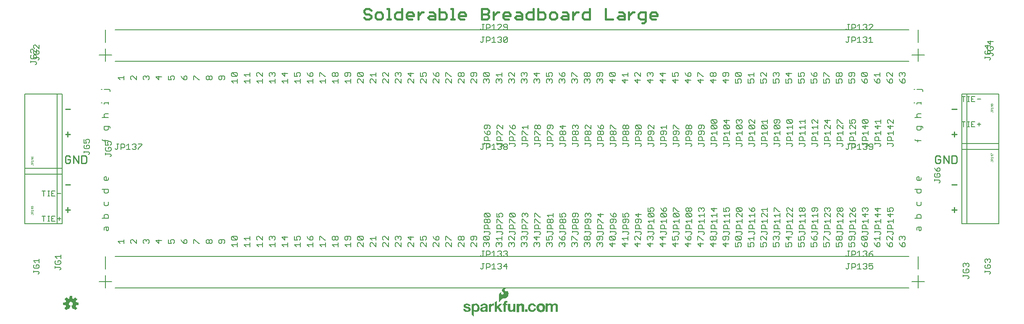
<source format=gbr>
G04 EAGLE Gerber RS-274X export*
G75*
%MOMM*%
%FSLAX34Y34*%
%LPD*%
%INSilkscreen Top*%
%IPPOS*%
%AMOC8*
5,1,8,0,0,1.08239X$1,22.5*%
G01*
%ADD10C,0.203200*%
%ADD11C,0.381000*%
%ADD12C,0.279400*%
%ADD13C,0.025400*%
%ADD14R,0.495300X0.485100*%
%ADD15C,0.127000*%

G36*
X98220Y12846D02*
X98220Y12846D01*
X98328Y12856D01*
X98341Y12862D01*
X98355Y12864D01*
X98452Y12912D01*
X98551Y12957D01*
X98564Y12968D01*
X98573Y12972D01*
X98588Y12988D01*
X98665Y13050D01*
X101250Y15635D01*
X101313Y15724D01*
X101379Y15809D01*
X101384Y15822D01*
X101392Y15834D01*
X101423Y15937D01*
X101459Y16040D01*
X101459Y16054D01*
X101463Y16067D01*
X101459Y16175D01*
X101460Y16284D01*
X101455Y16297D01*
X101455Y16311D01*
X101417Y16413D01*
X101382Y16515D01*
X101373Y16530D01*
X101369Y16539D01*
X101355Y16556D01*
X101301Y16638D01*
X98537Y20028D01*
X99094Y21110D01*
X99100Y21130D01*
X99142Y21225D01*
X99513Y22384D01*
X103864Y22827D01*
X103968Y22855D01*
X104074Y22880D01*
X104086Y22887D01*
X104099Y22890D01*
X104189Y22951D01*
X104282Y23008D01*
X104290Y23019D01*
X104302Y23027D01*
X104368Y23113D01*
X104437Y23197D01*
X104441Y23210D01*
X104450Y23221D01*
X104484Y23324D01*
X104523Y23425D01*
X104524Y23443D01*
X104528Y23452D01*
X104528Y23474D01*
X104537Y23572D01*
X104537Y27228D01*
X104520Y27335D01*
X104506Y27443D01*
X104500Y27455D01*
X104498Y27469D01*
X104446Y27565D01*
X104399Y27662D01*
X104389Y27672D01*
X104383Y27684D01*
X104303Y27758D01*
X104227Y27835D01*
X104215Y27841D01*
X104205Y27851D01*
X104106Y27896D01*
X104009Y27944D01*
X103991Y27948D01*
X103982Y27952D01*
X103961Y27954D01*
X103864Y27973D01*
X99513Y28416D01*
X99142Y29575D01*
X99133Y29592D01*
X99131Y29600D01*
X99127Y29607D01*
X99094Y29690D01*
X98537Y30772D01*
X101301Y34162D01*
X101355Y34256D01*
X101412Y34348D01*
X101415Y34361D01*
X101422Y34373D01*
X101443Y34480D01*
X101468Y34585D01*
X101466Y34599D01*
X101469Y34613D01*
X101454Y34720D01*
X101444Y34828D01*
X101438Y34841D01*
X101436Y34855D01*
X101388Y34952D01*
X101343Y35051D01*
X101332Y35064D01*
X101328Y35073D01*
X101312Y35088D01*
X101250Y35165D01*
X98665Y37750D01*
X98576Y37813D01*
X98491Y37879D01*
X98478Y37884D01*
X98466Y37892D01*
X98363Y37923D01*
X98260Y37959D01*
X98246Y37959D01*
X98233Y37963D01*
X98125Y37959D01*
X98016Y37960D01*
X98003Y37955D01*
X97989Y37955D01*
X97887Y37917D01*
X97785Y37882D01*
X97770Y37873D01*
X97761Y37869D01*
X97744Y37855D01*
X97662Y37801D01*
X94272Y35037D01*
X93190Y35594D01*
X93170Y35600D01*
X93075Y35642D01*
X91916Y36013D01*
X91473Y40364D01*
X91445Y40468D01*
X91420Y40574D01*
X91413Y40586D01*
X91410Y40599D01*
X91349Y40689D01*
X91292Y40782D01*
X91281Y40790D01*
X91273Y40802D01*
X91187Y40868D01*
X91103Y40937D01*
X91090Y40941D01*
X91079Y40950D01*
X90976Y40984D01*
X90875Y41023D01*
X90857Y41024D01*
X90848Y41028D01*
X90826Y41028D01*
X90728Y41037D01*
X87072Y41037D01*
X86965Y41020D01*
X86857Y41006D01*
X86845Y41000D01*
X86831Y40998D01*
X86735Y40946D01*
X86638Y40899D01*
X86628Y40889D01*
X86616Y40883D01*
X86542Y40803D01*
X86465Y40727D01*
X86459Y40715D01*
X86449Y40705D01*
X86404Y40606D01*
X86356Y40509D01*
X86352Y40491D01*
X86348Y40482D01*
X86346Y40461D01*
X86327Y40364D01*
X85884Y36013D01*
X84725Y35642D01*
X84707Y35632D01*
X84610Y35594D01*
X83528Y35037D01*
X80138Y37801D01*
X80044Y37855D01*
X79952Y37912D01*
X79939Y37915D01*
X79927Y37922D01*
X79820Y37943D01*
X79715Y37968D01*
X79701Y37966D01*
X79687Y37969D01*
X79580Y37954D01*
X79472Y37944D01*
X79459Y37938D01*
X79446Y37936D01*
X79348Y37888D01*
X79249Y37843D01*
X79236Y37832D01*
X79227Y37828D01*
X79212Y37812D01*
X79135Y37750D01*
X76550Y35165D01*
X76487Y35076D01*
X76421Y34991D01*
X76416Y34978D01*
X76408Y34966D01*
X76377Y34863D01*
X76341Y34760D01*
X76341Y34746D01*
X76337Y34733D01*
X76341Y34625D01*
X76340Y34516D01*
X76345Y34503D01*
X76345Y34489D01*
X76383Y34387D01*
X76418Y34285D01*
X76427Y34270D01*
X76431Y34261D01*
X76445Y34244D01*
X76499Y34162D01*
X79263Y30772D01*
X78706Y29690D01*
X78700Y29670D01*
X78658Y29575D01*
X78287Y28416D01*
X73936Y27973D01*
X73832Y27945D01*
X73726Y27920D01*
X73714Y27913D01*
X73701Y27910D01*
X73611Y27849D01*
X73518Y27792D01*
X73510Y27781D01*
X73498Y27773D01*
X73432Y27687D01*
X73364Y27603D01*
X73359Y27590D01*
X73350Y27579D01*
X73316Y27476D01*
X73277Y27375D01*
X73276Y27357D01*
X73272Y27348D01*
X73273Y27326D01*
X73263Y27228D01*
X73263Y23572D01*
X73280Y23465D01*
X73294Y23357D01*
X73300Y23345D01*
X73302Y23331D01*
X73354Y23235D01*
X73401Y23138D01*
X73411Y23128D01*
X73417Y23116D01*
X73497Y23042D01*
X73573Y22965D01*
X73585Y22959D01*
X73596Y22949D01*
X73694Y22904D01*
X73791Y22856D01*
X73809Y22852D01*
X73818Y22848D01*
X73839Y22846D01*
X73936Y22827D01*
X78287Y22384D01*
X78658Y21225D01*
X78668Y21207D01*
X78706Y21110D01*
X79263Y20028D01*
X76499Y16638D01*
X76445Y16544D01*
X76388Y16452D01*
X76385Y16439D01*
X76378Y16427D01*
X76357Y16320D01*
X76332Y16215D01*
X76334Y16201D01*
X76331Y16187D01*
X76346Y16080D01*
X76356Y15972D01*
X76362Y15959D01*
X76364Y15946D01*
X76412Y15848D01*
X76457Y15749D01*
X76468Y15736D01*
X76472Y15727D01*
X76488Y15712D01*
X76550Y15635D01*
X79135Y13050D01*
X79224Y12987D01*
X79309Y12921D01*
X79322Y12916D01*
X79334Y12908D01*
X79437Y12877D01*
X79540Y12841D01*
X79554Y12841D01*
X79567Y12837D01*
X79675Y12841D01*
X79784Y12840D01*
X79797Y12845D01*
X79811Y12845D01*
X79913Y12883D01*
X80015Y12918D01*
X80030Y12927D01*
X80039Y12931D01*
X80056Y12945D01*
X80138Y12999D01*
X83528Y15763D01*
X84610Y15206D01*
X84663Y15189D01*
X84712Y15163D01*
X84778Y15152D01*
X84842Y15131D01*
X84898Y15132D01*
X84952Y15123D01*
X85019Y15134D01*
X85086Y15135D01*
X85138Y15153D01*
X85193Y15162D01*
X85253Y15194D01*
X85316Y15217D01*
X85359Y15251D01*
X85409Y15277D01*
X85455Y15326D01*
X85507Y15368D01*
X85538Y15415D01*
X85576Y15455D01*
X85632Y15560D01*
X85640Y15573D01*
X85641Y15578D01*
X85645Y15585D01*
X87798Y20782D01*
X87818Y20865D01*
X87823Y20878D01*
X87825Y20894D01*
X87850Y20980D01*
X87849Y21000D01*
X87854Y21020D01*
X87846Y21102D01*
X87848Y21121D01*
X87843Y21142D01*
X87839Y21224D01*
X87832Y21243D01*
X87830Y21263D01*
X87799Y21332D01*
X87792Y21359D01*
X87777Y21384D01*
X87750Y21452D01*
X87737Y21467D01*
X87729Y21485D01*
X87684Y21534D01*
X87664Y21566D01*
X87632Y21592D01*
X87593Y21638D01*
X87572Y21653D01*
X87562Y21663D01*
X87541Y21675D01*
X87478Y21719D01*
X87475Y21721D01*
X87474Y21721D01*
X87472Y21723D01*
X86588Y22218D01*
X85909Y22845D01*
X85395Y23614D01*
X85075Y24482D01*
X84967Y25399D01*
X85080Y26334D01*
X85411Y27215D01*
X85943Y27992D01*
X86644Y28621D01*
X87474Y29064D01*
X88386Y29298D01*
X89328Y29308D01*
X90244Y29094D01*
X91084Y28669D01*
X91798Y28056D01*
X92347Y27291D01*
X92698Y26417D01*
X92831Y25485D01*
X92739Y24548D01*
X92427Y23660D01*
X91912Y22872D01*
X91225Y22228D01*
X90326Y21722D01*
X90285Y21689D01*
X90244Y21667D01*
X90213Y21634D01*
X90165Y21599D01*
X90152Y21582D01*
X90136Y21569D01*
X90101Y21515D01*
X90077Y21489D01*
X90063Y21458D01*
X90022Y21401D01*
X90016Y21381D01*
X90005Y21363D01*
X89987Y21290D01*
X89977Y21267D01*
X89974Y21243D01*
X89951Y21168D01*
X89952Y21147D01*
X89947Y21126D01*
X89954Y21042D01*
X89953Y21024D01*
X89956Y21007D01*
X89959Y20924D01*
X89967Y20898D01*
X89968Y20883D01*
X89978Y20861D01*
X90002Y20782D01*
X90310Y20037D01*
X90311Y20037D01*
X90621Y19288D01*
X90931Y18539D01*
X90931Y18538D01*
X91242Y17790D01*
X91242Y17789D01*
X91552Y17040D01*
X91862Y16291D01*
X91863Y16291D01*
X92155Y15585D01*
X92184Y15538D01*
X92205Y15486D01*
X92248Y15435D01*
X92284Y15378D01*
X92327Y15343D01*
X92363Y15300D01*
X92420Y15266D01*
X92472Y15223D01*
X92524Y15204D01*
X92572Y15175D01*
X92638Y15161D01*
X92701Y15137D01*
X92756Y15135D01*
X92810Y15124D01*
X92877Y15131D01*
X92944Y15129D01*
X92998Y15145D01*
X93053Y15152D01*
X93164Y15196D01*
X93178Y15200D01*
X93182Y15203D01*
X93190Y15206D01*
X94272Y15763D01*
X97662Y12999D01*
X97756Y12945D01*
X97848Y12888D01*
X97861Y12885D01*
X97873Y12878D01*
X97980Y12857D01*
X98085Y12832D01*
X98099Y12834D01*
X98113Y12831D01*
X98220Y12846D01*
G37*
G36*
X952230Y28730D02*
X952230Y28730D01*
X952234Y28728D01*
X952304Y28764D01*
X952314Y28769D01*
X952315Y28770D01*
X957187Y34252D01*
X958041Y35034D01*
X959031Y35623D01*
X959382Y35750D01*
X959750Y35815D01*
X962025Y35815D01*
X962030Y35817D01*
X962036Y35815D01*
X963400Y35939D01*
X963410Y35945D01*
X963422Y35943D01*
X964741Y36311D01*
X964749Y36319D01*
X964762Y36320D01*
X965992Y36920D01*
X965999Y36927D01*
X966010Y36930D01*
X967167Y37747D01*
X967172Y37755D01*
X967181Y37758D01*
X968212Y38730D01*
X968215Y38738D01*
X968221Y38740D01*
X968221Y38742D01*
X968224Y38743D01*
X969109Y39850D01*
X969111Y39860D01*
X969120Y39867D01*
X970067Y41548D01*
X970068Y41559D01*
X970076Y41569D01*
X970704Y43393D01*
X970703Y43404D01*
X970710Y43415D01*
X970998Y45322D01*
X970995Y45333D01*
X971000Y45345D01*
X970998Y45397D01*
X970990Y45649D01*
X970986Y45775D01*
X970986Y45776D01*
X970978Y46028D01*
X970970Y46281D01*
X970966Y46407D01*
X970958Y46659D01*
X970947Y47038D01*
X970939Y47273D01*
X970935Y47282D01*
X970937Y47294D01*
X970730Y48333D01*
X970725Y48341D01*
X970725Y48352D01*
X970367Y49349D01*
X970361Y49356D01*
X970360Y49367D01*
X969858Y50301D01*
X969849Y50308D01*
X969846Y50320D01*
X968939Y51457D01*
X968928Y51463D01*
X968921Y51476D01*
X967795Y52397D01*
X967752Y52409D01*
X967711Y52425D01*
X967706Y52423D01*
X967700Y52424D01*
X967662Y52403D01*
X967622Y52384D01*
X967619Y52378D01*
X967615Y52376D01*
X967607Y52347D01*
X967589Y52299D01*
X967589Y51419D01*
X967573Y51299D01*
X967529Y51196D01*
X967255Y50857D01*
X966894Y50608D01*
X966720Y50543D01*
X966182Y50485D01*
X965652Y50583D01*
X965164Y50832D01*
X964262Y51483D01*
X963850Y51837D01*
X963499Y52247D01*
X963216Y52705D01*
X963010Y53199D01*
X962951Y53499D01*
X962963Y53802D01*
X963120Y54321D01*
X963406Y54781D01*
X963801Y55151D01*
X964282Y55406D01*
X964772Y55545D01*
X965283Y55602D01*
X965886Y55602D01*
X965887Y55602D01*
X965909Y55611D01*
X965977Y55640D01*
X966012Y55732D01*
X966008Y55741D01*
X965974Y55817D01*
X965972Y55820D01*
X965971Y55821D01*
X965970Y55822D01*
X965949Y55842D01*
X965942Y55845D01*
X965938Y55853D01*
X965503Y56191D01*
X965488Y56195D01*
X965476Y56207D01*
X964972Y56428D01*
X964971Y56428D01*
X964615Y56580D01*
X964387Y56681D01*
X964377Y56682D01*
X964367Y56688D01*
X963489Y56908D01*
X963480Y56907D01*
X963470Y56911D01*
X962570Y56997D01*
X962560Y56993D01*
X962548Y56997D01*
X961680Y56931D01*
X961669Y56925D01*
X961656Y56926D01*
X960816Y56695D01*
X960806Y56687D01*
X960793Y56686D01*
X960013Y56298D01*
X960006Y56290D01*
X959995Y56287D01*
X959218Y55727D01*
X959214Y55720D01*
X959205Y55716D01*
X958509Y55058D01*
X958504Y55047D01*
X958493Y55039D01*
X958062Y54436D01*
X958059Y54421D01*
X958047Y54408D01*
X957780Y53716D01*
X957780Y53700D01*
X957772Y53685D01*
X957685Y52948D01*
X957690Y52933D01*
X957686Y52916D01*
X957785Y52181D01*
X957793Y52168D01*
X957793Y52151D01*
X958073Y51463D01*
X958082Y51454D01*
X958085Y51440D01*
X959272Y49682D01*
X959280Y49677D01*
X959284Y49666D01*
X960737Y48125D01*
X961107Y47690D01*
X961347Y47187D01*
X961449Y46639D01*
X961406Y46083D01*
X961220Y45558D01*
X960905Y45098D01*
X960480Y44733D01*
X959937Y44440D01*
X959351Y44242D01*
X958741Y44145D01*
X958030Y44180D01*
X957352Y44387D01*
X956746Y44752D01*
X956433Y45080D01*
X956227Y45484D01*
X956134Y45900D01*
X956134Y46328D01*
X956227Y46743D01*
X956299Y46881D01*
X956417Y46995D01*
X957241Y47594D01*
X957374Y47665D01*
X957512Y47693D01*
X957670Y47677D01*
X957713Y47691D01*
X957758Y47702D01*
X957760Y47706D01*
X957764Y47707D01*
X957784Y47748D01*
X957807Y47787D01*
X957806Y47791D01*
X957808Y47795D01*
X957793Y47838D01*
X957780Y47882D01*
X957777Y47884D01*
X957776Y47888D01*
X957738Y47907D01*
X957702Y47928D01*
X957219Y48004D01*
X957214Y48003D01*
X957209Y48005D01*
X956269Y48078D01*
X956260Y48075D01*
X956249Y48078D01*
X955309Y48005D01*
X955299Y48000D01*
X955287Y48001D01*
X954588Y47817D01*
X954578Y47809D01*
X954564Y47808D01*
X953916Y47487D01*
X953908Y47478D01*
X953894Y47474D01*
X953324Y47029D01*
X953318Y47018D01*
X953306Y47012D01*
X952836Y46462D01*
X952832Y46450D01*
X952821Y46441D01*
X952420Y45709D01*
X952419Y45696D01*
X952410Y45685D01*
X952170Y44886D01*
X952171Y44873D01*
X952165Y44860D01*
X952095Y44029D01*
X952097Y44023D01*
X952095Y44018D01*
X952095Y28854D01*
X952097Y28849D01*
X952095Y28845D01*
X952116Y28805D01*
X952133Y28763D01*
X952138Y28762D01*
X952140Y28757D01*
X952183Y28744D01*
X952225Y28728D01*
X952230Y28730D01*
G37*
G36*
X900817Y53D02*
X900817Y53D01*
X900820Y52D01*
X900862Y73D01*
X900904Y93D01*
X900905Y95D01*
X900907Y96D01*
X900914Y118D01*
X900937Y178D01*
X900937Y11282D01*
X900938Y11280D01*
X901458Y10564D01*
X901469Y10557D01*
X901476Y10544D01*
X902136Y9954D01*
X902148Y9950D01*
X902158Y9939D01*
X902927Y9502D01*
X902940Y9500D01*
X902952Y9491D01*
X903796Y9227D01*
X903807Y9228D01*
X903818Y9222D01*
X905035Y9067D01*
X905044Y9069D01*
X905053Y9066D01*
X906280Y9083D01*
X906288Y9086D01*
X906298Y9084D01*
X907510Y9273D01*
X907519Y9278D01*
X907530Y9278D01*
X908449Y9572D01*
X908457Y9579D01*
X908469Y9581D01*
X909325Y10027D01*
X909331Y10035D01*
X909343Y10038D01*
X910111Y10623D01*
X910116Y10632D01*
X910127Y10637D01*
X910784Y11344D01*
X910788Y11354D01*
X910798Y11361D01*
X911570Y12546D01*
X911572Y12556D01*
X911580Y12565D01*
X912136Y13865D01*
X912136Y13876D01*
X912143Y13886D01*
X912466Y15262D01*
X912464Y15273D01*
X912469Y15284D01*
X912587Y17499D01*
X912583Y17510D01*
X912586Y17522D01*
X912303Y19722D01*
X912298Y19732D01*
X912298Y19744D01*
X911624Y21857D01*
X911616Y21867D01*
X911614Y21880D01*
X911035Y22921D01*
X911024Y22929D01*
X911019Y22943D01*
X910227Y23833D01*
X910218Y23838D01*
X910211Y23848D01*
X909387Y24501D01*
X909379Y24503D01*
X909373Y24510D01*
X908471Y25051D01*
X908461Y25053D01*
X908452Y25061D01*
X907428Y25461D01*
X907415Y25461D01*
X907403Y25468D01*
X906318Y25651D01*
X906307Y25649D01*
X906295Y25653D01*
X904314Y25628D01*
X904303Y25623D01*
X904290Y25626D01*
X903808Y25524D01*
X903799Y25517D01*
X903787Y25517D01*
X902466Y24984D01*
X902459Y24977D01*
X902449Y24976D01*
X902055Y24743D01*
X902048Y24734D01*
X902036Y24729D01*
X901693Y24428D01*
X901690Y24422D01*
X901683Y24419D01*
X900794Y23454D01*
X900794Y23453D01*
X900793Y23452D01*
X900659Y23303D01*
X900683Y25220D01*
X900677Y25235D01*
X900680Y25249D01*
X900660Y25278D01*
X900646Y25312D01*
X900632Y25317D01*
X900623Y25330D01*
X900582Y25337D01*
X900555Y25348D01*
X900545Y25344D01*
X900534Y25346D01*
X896648Y24610D01*
X896614Y24588D01*
X896578Y24571D01*
X896574Y24561D01*
X896566Y24555D01*
X896560Y24526D01*
X896545Y24486D01*
X896545Y3912D01*
X896547Y3906D01*
X896545Y3899D01*
X896574Y3842D01*
X896583Y3821D01*
X896585Y3820D01*
X896586Y3818D01*
X900726Y84D01*
X900771Y69D01*
X900815Y52D01*
X900817Y53D01*
G37*
G36*
X1060325Y9400D02*
X1060325Y9400D01*
X1060327Y9399D01*
X1060370Y9419D01*
X1060414Y9437D01*
X1060414Y9439D01*
X1060416Y9440D01*
X1060449Y9525D01*
X1060449Y19046D01*
X1060524Y20149D01*
X1060673Y20788D01*
X1060946Y21383D01*
X1061331Y21911D01*
X1061649Y22197D01*
X1062022Y22407D01*
X1062431Y22533D01*
X1063334Y22625D01*
X1064238Y22557D01*
X1064686Y22429D01*
X1065092Y22203D01*
X1065252Y22057D01*
X1065435Y21890D01*
X1065696Y21506D01*
X1066008Y20684D01*
X1066115Y19804D01*
X1066115Y9525D01*
X1066116Y9523D01*
X1066115Y9521D01*
X1066135Y9478D01*
X1066153Y9434D01*
X1066155Y9434D01*
X1066156Y9432D01*
X1066241Y9399D01*
X1070483Y9399D01*
X1070485Y9400D01*
X1070487Y9399D01*
X1070530Y9419D01*
X1070574Y9437D01*
X1070574Y9439D01*
X1070576Y9440D01*
X1070609Y9525D01*
X1070609Y21107D01*
X1070606Y21116D01*
X1070608Y21126D01*
X1070439Y22222D01*
X1070433Y22233D01*
X1070433Y22247D01*
X1070047Y23286D01*
X1070038Y23295D01*
X1070035Y23309D01*
X1069447Y24248D01*
X1069436Y24256D01*
X1069431Y24269D01*
X1068785Y24933D01*
X1068773Y24938D01*
X1068764Y24951D01*
X1067990Y25458D01*
X1067976Y25460D01*
X1067965Y25471D01*
X1067099Y25797D01*
X1067088Y25797D01*
X1067078Y25803D01*
X1065818Y26052D01*
X1065812Y26050D01*
X1065804Y26054D01*
X1064525Y26161D01*
X1064515Y26158D01*
X1064505Y26161D01*
X1063611Y26100D01*
X1063601Y26094D01*
X1063587Y26096D01*
X1062722Y25864D01*
X1062712Y25857D01*
X1062699Y25856D01*
X1061894Y25462D01*
X1061887Y25455D01*
X1061875Y25452D01*
X1060986Y24814D01*
X1060982Y24806D01*
X1060972Y24802D01*
X1060184Y24043D01*
X1060183Y24040D01*
X1060180Y24039D01*
X1059725Y23558D01*
X1059683Y23516D01*
X1059303Y24174D01*
X1059293Y24181D01*
X1059289Y24194D01*
X1058707Y24863D01*
X1058696Y24868D01*
X1058689Y24880D01*
X1057991Y25426D01*
X1057979Y25429D01*
X1057970Y25439D01*
X1057180Y25842D01*
X1057168Y25843D01*
X1057157Y25852D01*
X1056234Y26112D01*
X1056222Y26111D01*
X1056209Y26117D01*
X1055252Y26186D01*
X1055242Y26183D01*
X1055231Y26186D01*
X1053859Y26059D01*
X1053852Y26055D01*
X1053842Y26056D01*
X1052750Y25802D01*
X1052740Y25795D01*
X1052727Y25794D01*
X1051837Y25390D01*
X1051827Y25378D01*
X1051811Y25373D01*
X1051049Y24761D01*
X1051045Y24754D01*
X1051037Y24751D01*
X1050927Y24637D01*
X1050805Y24510D01*
X1050804Y24510D01*
X1050682Y24384D01*
X1050560Y24258D01*
X1050438Y24132D01*
X1050316Y24005D01*
X1050315Y24005D01*
X1050275Y23964D01*
X1050273Y23957D01*
X1050266Y23953D01*
X1049964Y23557D01*
X1049933Y23550D01*
X1049933Y25603D01*
X1049932Y25605D01*
X1049933Y25607D01*
X1049913Y25650D01*
X1049895Y25694D01*
X1049893Y25694D01*
X1049892Y25696D01*
X1049807Y25729D01*
X1045820Y25729D01*
X1045818Y25728D01*
X1045816Y25729D01*
X1045773Y25709D01*
X1045729Y25691D01*
X1045729Y25689D01*
X1045727Y25688D01*
X1045694Y25603D01*
X1045694Y9550D01*
X1045695Y9548D01*
X1045694Y9546D01*
X1045714Y9503D01*
X1045732Y9459D01*
X1045734Y9459D01*
X1045735Y9457D01*
X1045820Y9424D01*
X1050138Y9424D01*
X1050140Y9425D01*
X1050142Y9424D01*
X1050185Y9444D01*
X1050229Y9462D01*
X1050229Y9464D01*
X1050231Y9465D01*
X1050264Y9550D01*
X1050264Y19355D01*
X1050263Y19358D01*
X1050264Y19361D01*
X1050234Y19983D01*
X1050366Y20574D01*
X1050649Y21112D01*
X1051469Y22056D01*
X1051823Y22322D01*
X1052227Y22500D01*
X1052667Y22582D01*
X1053515Y22632D01*
X1053992Y22600D01*
X1054443Y22464D01*
X1054851Y22231D01*
X1055198Y21913D01*
X1055568Y21366D01*
X1055799Y20747D01*
X1055879Y20084D01*
X1055879Y9525D01*
X1055880Y9523D01*
X1055879Y9521D01*
X1055899Y9478D01*
X1055917Y9434D01*
X1055919Y9434D01*
X1055920Y9432D01*
X1056005Y9399D01*
X1060323Y9399D01*
X1060325Y9400D01*
G37*
G36*
X920004Y9035D02*
X920004Y9035D01*
X920015Y9032D01*
X921633Y9273D01*
X921642Y9279D01*
X921655Y9278D01*
X922690Y9631D01*
X922699Y9638D01*
X922711Y9640D01*
X923662Y10180D01*
X923670Y10189D01*
X923682Y10194D01*
X924509Y10897D01*
X924533Y10913D01*
X924542Y10914D01*
X924550Y10912D01*
X924557Y10906D01*
X924566Y10883D01*
X924793Y9854D01*
X924795Y9851D01*
X924794Y9848D01*
X924870Y9568D01*
X924881Y9554D01*
X924885Y9535D01*
X924906Y9499D01*
X924930Y9482D01*
X924957Y9453D01*
X924994Y9434D01*
X925024Y9432D01*
X925062Y9421D01*
X925098Y9424D01*
X929132Y9424D01*
X929155Y9433D01*
X929180Y9433D01*
X929198Y9452D01*
X929223Y9462D01*
X929232Y9485D01*
X929249Y9503D01*
X929250Y9532D01*
X929258Y9554D01*
X929250Y9572D01*
X929250Y9594D01*
X929176Y9793D01*
X928827Y11088D01*
X928725Y12425D01*
X928750Y16763D01*
X928749Y16766D01*
X928750Y16768D01*
X928730Y16811D01*
X928717Y16844D01*
X928725Y16866D01*
X928725Y21692D01*
X928722Y21699D01*
X928724Y21708D01*
X928633Y22443D01*
X928626Y22456D01*
X928626Y22473D01*
X928359Y23164D01*
X928348Y23174D01*
X928344Y23191D01*
X927917Y23796D01*
X927904Y23804D01*
X927896Y23819D01*
X927334Y24302D01*
X927321Y24306D01*
X927311Y24317D01*
X926008Y25011D01*
X925996Y25012D01*
X925985Y25020D01*
X924571Y25445D01*
X924561Y25444D01*
X924552Y25449D01*
X922813Y25679D01*
X922805Y25677D01*
X922797Y25680D01*
X921043Y25688D01*
X921036Y25685D01*
X921027Y25688D01*
X919287Y25474D01*
X919279Y25470D01*
X919269Y25471D01*
X918040Y25137D01*
X918032Y25130D01*
X918021Y25130D01*
X916863Y24601D01*
X916855Y24592D01*
X916842Y24589D01*
X916025Y24015D01*
X916018Y24004D01*
X916005Y23998D01*
X915322Y23268D01*
X915319Y23259D01*
X915317Y23259D01*
X915315Y23254D01*
X915306Y23247D01*
X914787Y22394D01*
X914785Y22381D01*
X914775Y22370D01*
X914441Y21429D01*
X914442Y21416D01*
X914435Y21403D01*
X914313Y20512D01*
X914310Y20510D01*
X914309Y20510D01*
X914290Y20461D01*
X914274Y20418D01*
X914276Y20413D01*
X914309Y20335D01*
X914334Y20309D01*
X914374Y20291D01*
X914412Y20270D01*
X914418Y20272D01*
X914425Y20270D01*
X914465Y20287D01*
X914495Y20296D01*
X918642Y20296D01*
X918644Y20297D01*
X918646Y20296D01*
X918689Y20316D01*
X918733Y20334D01*
X918733Y20336D01*
X918735Y20337D01*
X918768Y20422D01*
X918768Y20465D01*
X918831Y20996D01*
X919015Y21491D01*
X919310Y21929D01*
X919700Y22285D01*
X920164Y22540D01*
X920725Y22705D01*
X921312Y22759D01*
X922667Y22709D01*
X923036Y22648D01*
X923382Y22520D01*
X923696Y22327D01*
X923949Y22093D01*
X924148Y21814D01*
X924287Y21500D01*
X924398Y20979D01*
X924398Y20448D01*
X924287Y19927D01*
X924245Y19830D01*
X924185Y19743D01*
X923901Y19482D01*
X923473Y19236D01*
X923004Y19071D01*
X921698Y18845D01*
X919492Y18617D01*
X919488Y18614D01*
X919483Y18615D01*
X917946Y18337D01*
X917938Y18333D01*
X917929Y18333D01*
X916444Y17849D01*
X916436Y17842D01*
X916424Y17841D01*
X915728Y17475D01*
X915720Y17465D01*
X915707Y17461D01*
X915097Y16963D01*
X915091Y16952D01*
X915081Y16946D01*
X915080Y16946D01*
X915079Y16945D01*
X914581Y16336D01*
X914577Y16323D01*
X914566Y16312D01*
X914137Y15450D01*
X914136Y15435D01*
X914127Y15421D01*
X913921Y14480D01*
X913923Y14467D01*
X913918Y14453D01*
X913915Y13392D01*
X913920Y13382D01*
X913917Y13369D01*
X914106Y12325D01*
X914112Y12316D01*
X914112Y12303D01*
X914485Y11310D01*
X914493Y11301D01*
X914495Y11289D01*
X914787Y10806D01*
X914796Y10799D01*
X914801Y10787D01*
X915178Y10367D01*
X915189Y10362D01*
X915196Y10351D01*
X915644Y10009D01*
X915657Y10005D01*
X915667Y9995D01*
X916936Y9389D01*
X916949Y9389D01*
X916962Y9380D01*
X918334Y9072D01*
X918346Y9074D01*
X918359Y9069D01*
X919994Y9031D01*
X920004Y9035D01*
G37*
G36*
X947371Y9298D02*
X947371Y9298D01*
X947373Y9297D01*
X947416Y9317D01*
X947460Y9335D01*
X947460Y9337D01*
X947462Y9338D01*
X947495Y9423D01*
X947495Y14831D01*
X949150Y16438D01*
X953383Y9460D01*
X953398Y9449D01*
X953406Y9432D01*
X953440Y9419D01*
X953463Y9402D01*
X953476Y9404D01*
X953490Y9399D01*
X958570Y9374D01*
X958606Y9389D01*
X958644Y9397D01*
X958650Y9407D01*
X958661Y9412D01*
X958676Y9448D01*
X958696Y9481D01*
X958693Y9493D01*
X958697Y9503D01*
X958685Y9531D01*
X958676Y9570D01*
X952079Y19465D01*
X957770Y25031D01*
X957771Y25032D01*
X957773Y25033D01*
X957790Y25078D01*
X957808Y25122D01*
X957808Y25123D01*
X957808Y25125D01*
X957788Y25168D01*
X957769Y25212D01*
X957768Y25213D01*
X957767Y25214D01*
X957682Y25247D01*
X953008Y25247D01*
X953005Y25246D01*
X953002Y25247D01*
X952919Y25210D01*
X947444Y19736D01*
X947444Y31166D01*
X947431Y31198D01*
X947426Y31232D01*
X947412Y31242D01*
X947406Y31257D01*
X947374Y31269D01*
X947345Y31289D01*
X947328Y31287D01*
X947314Y31292D01*
X947289Y31281D01*
X947255Y31276D01*
X943115Y28914D01*
X943103Y28897D01*
X943085Y28889D01*
X943072Y28857D01*
X943056Y28835D01*
X943058Y28820D01*
X943052Y28804D01*
X943052Y9474D01*
X943053Y9471D01*
X943052Y9468D01*
X943089Y9385D01*
X943140Y9334D01*
X943143Y9333D01*
X943144Y9330D01*
X943229Y9297D01*
X947369Y9297D01*
X947371Y9298D01*
G37*
G36*
X976298Y9023D02*
X976298Y9023D01*
X976305Y9026D01*
X976314Y9025D01*
X977792Y9248D01*
X977800Y9253D01*
X977810Y9252D01*
X978072Y9333D01*
X978080Y9339D01*
X978092Y9341D01*
X978337Y9463D01*
X978344Y9470D01*
X978354Y9473D01*
X979284Y10132D01*
X979289Y10140D01*
X979298Y10143D01*
X980125Y10928D01*
X980128Y10936D01*
X980137Y10941D01*
X980644Y11582D01*
X980644Y9525D01*
X980645Y9523D01*
X980644Y9521D01*
X980664Y9478D01*
X980682Y9434D01*
X980684Y9434D01*
X980685Y9432D01*
X980770Y9399D01*
X984783Y9399D01*
X984785Y9400D01*
X984787Y9399D01*
X984830Y9419D01*
X984874Y9437D01*
X984874Y9439D01*
X984876Y9440D01*
X984909Y9525D01*
X984909Y25146D01*
X984908Y25148D01*
X984909Y25150D01*
X984889Y25193D01*
X984871Y25237D01*
X984869Y25237D01*
X984868Y25239D01*
X984783Y25272D01*
X980567Y25272D01*
X980565Y25271D01*
X980563Y25272D01*
X980520Y25252D01*
X980476Y25234D01*
X980476Y25232D01*
X980474Y25231D01*
X980441Y25146D01*
X980441Y16844D01*
X980365Y15614D01*
X980140Y14410D01*
X979931Y13860D01*
X979604Y13375D01*
X979173Y12978D01*
X978663Y12690D01*
X977972Y12478D01*
X977251Y12411D01*
X976532Y12491D01*
X975843Y12714D01*
X975448Y12939D01*
X975107Y13240D01*
X974835Y13602D01*
X974492Y14370D01*
X974343Y15200D01*
X974343Y25197D01*
X974342Y25199D01*
X974343Y25201D01*
X974323Y25244D01*
X974305Y25288D01*
X974303Y25288D01*
X974302Y25290D01*
X974217Y25323D01*
X970077Y25323D01*
X970075Y25322D01*
X970073Y25323D01*
X970030Y25303D01*
X969986Y25285D01*
X969986Y25283D01*
X969984Y25282D01*
X969951Y25197D01*
X969951Y14402D01*
X969953Y14397D01*
X969951Y14390D01*
X970052Y13291D01*
X970057Y13282D01*
X970057Y13281D01*
X970058Y13279D01*
X970056Y13268D01*
X970356Y12205D01*
X970363Y12196D01*
X970364Y12183D01*
X970852Y11193D01*
X970861Y11185D01*
X970865Y11173D01*
X971525Y10288D01*
X971535Y10281D01*
X971542Y10269D01*
X971796Y10041D01*
X971804Y10038D01*
X971805Y10036D01*
X971810Y10034D01*
X971816Y10026D01*
X972718Y9500D01*
X972730Y9499D01*
X972740Y9490D01*
X973726Y9147D01*
X973738Y9148D01*
X973750Y9141D01*
X974783Y8994D01*
X974793Y8997D01*
X974804Y8993D01*
X976298Y9023D01*
G37*
G36*
X991491Y9324D02*
X991491Y9324D01*
X991493Y9323D01*
X991536Y9343D01*
X991580Y9361D01*
X991580Y9363D01*
X991582Y9364D01*
X991615Y9449D01*
X991615Y18815D01*
X991696Y19598D01*
X991912Y20348D01*
X992275Y21027D01*
X992792Y21596D01*
X993249Y21910D01*
X993765Y22114D01*
X994321Y22201D01*
X995426Y22251D01*
X995742Y22234D01*
X996042Y22157D01*
X996477Y21940D01*
X996851Y21631D01*
X997147Y21244D01*
X997457Y20602D01*
X997648Y19914D01*
X997713Y19196D01*
X997713Y9550D01*
X997714Y9548D01*
X997713Y9546D01*
X997733Y9503D01*
X997751Y9459D01*
X997753Y9459D01*
X997754Y9457D01*
X997839Y9424D01*
X1001928Y9424D01*
X1001930Y9425D01*
X1001932Y9424D01*
X1001975Y9444D01*
X1002019Y9462D01*
X1002019Y9464D01*
X1002021Y9465D01*
X1002054Y9550D01*
X1002054Y20091D01*
X1002052Y20096D01*
X1002054Y20101D01*
X1001964Y21230D01*
X1001960Y21238D01*
X1001961Y21247D01*
X1001721Y22354D01*
X1001716Y22362D01*
X1001716Y22372D01*
X1001447Y23077D01*
X1001439Y23085D01*
X1001437Y23097D01*
X1001053Y23746D01*
X1001044Y23752D01*
X1001040Y23764D01*
X1000551Y24339D01*
X1000540Y24344D01*
X1000533Y24356D01*
X999748Y24974D01*
X999735Y24977D01*
X999724Y24989D01*
X998819Y25411D01*
X998805Y25412D01*
X998791Y25420D01*
X997814Y25626D01*
X997803Y25623D01*
X997791Y25628D01*
X995785Y25678D01*
X995775Y25674D01*
X995764Y25677D01*
X994712Y25522D01*
X994701Y25515D01*
X994687Y25515D01*
X993690Y25146D01*
X993680Y25137D01*
X993666Y25134D01*
X992768Y24567D01*
X992761Y24558D01*
X992750Y24554D01*
X992289Y24138D01*
X992286Y24130D01*
X992278Y24126D01*
X991876Y23653D01*
X991874Y23648D01*
X991870Y23646D01*
X991593Y23268D01*
X991479Y23132D01*
X991437Y23103D01*
X991437Y25171D01*
X991436Y25173D01*
X991437Y25175D01*
X991417Y25218D01*
X991399Y25262D01*
X991397Y25262D01*
X991396Y25264D01*
X991311Y25297D01*
X987273Y25297D01*
X987271Y25296D01*
X987269Y25297D01*
X987226Y25277D01*
X987182Y25259D01*
X987182Y25257D01*
X987180Y25256D01*
X987147Y25171D01*
X987147Y9449D01*
X987148Y9447D01*
X987147Y9445D01*
X987167Y9402D01*
X987185Y9358D01*
X987187Y9358D01*
X987188Y9356D01*
X987273Y9323D01*
X991489Y9323D01*
X991491Y9324D01*
G37*
G36*
X1038086Y9501D02*
X1038086Y9501D01*
X1038098Y9508D01*
X1038114Y9508D01*
X1039968Y10143D01*
X1039981Y10154D01*
X1040000Y10159D01*
X1041117Y10946D01*
X1041122Y10954D01*
X1041131Y10958D01*
X1042325Y12101D01*
X1042331Y12115D01*
X1042345Y12125D01*
X1043158Y13420D01*
X1043161Y13437D01*
X1043173Y13453D01*
X1043859Y15917D01*
X1043857Y15927D01*
X1043862Y15936D01*
X1044116Y18044D01*
X1044112Y18059D01*
X1044116Y18075D01*
X1043836Y20260D01*
X1043827Y20275D01*
X1043826Y20295D01*
X1042785Y22632D01*
X1042772Y22644D01*
X1042766Y22663D01*
X1041674Y23933D01*
X1041660Y23940D01*
X1041650Y23955D01*
X1039669Y25326D01*
X1039653Y25329D01*
X1039638Y25341D01*
X1038012Y25900D01*
X1037999Y25900D01*
X1037987Y25906D01*
X1035980Y26160D01*
X1035971Y26158D01*
X1035962Y26161D01*
X1035925Y26145D01*
X1035885Y26134D01*
X1035881Y26125D01*
X1035872Y26121D01*
X1035852Y26072D01*
X1035838Y26047D01*
X1035840Y26042D01*
X1035838Y26037D01*
X1035788Y23065D01*
X1035789Y23062D01*
X1035788Y23059D01*
X1035807Y23017D01*
X1035825Y22974D01*
X1035828Y22973D01*
X1035829Y22970D01*
X1035914Y22937D01*
X1036010Y22937D01*
X1037197Y22838D01*
X1038150Y22325D01*
X1038984Y21516D01*
X1039728Y19904D01*
X1039979Y17975D01*
X1039979Y16550D01*
X1039604Y15002D01*
X1039061Y13792D01*
X1037982Y12811D01*
X1036231Y12219D01*
X1034483Y12441D01*
X1032835Y13449D01*
X1032297Y14476D01*
X1031923Y15625D01*
X1031748Y16873D01*
X1031798Y18732D01*
X1032072Y20206D01*
X1032468Y21095D01*
X1033256Y22179D01*
X1034404Y22814D01*
X1035499Y22964D01*
X1035536Y22986D01*
X1035575Y23004D01*
X1035578Y23011D01*
X1035584Y23014D01*
X1035591Y23044D01*
X1035608Y23089D01*
X1035608Y26010D01*
X1035597Y26037D01*
X1035595Y26066D01*
X1035578Y26082D01*
X1035570Y26101D01*
X1035548Y26109D01*
X1035528Y26127D01*
X1035401Y26177D01*
X1035379Y26177D01*
X1035355Y26186D01*
X1035304Y26186D01*
X1035297Y26183D01*
X1035289Y26185D01*
X1033816Y26008D01*
X1033798Y25998D01*
X1033775Y25996D01*
X1030397Y24319D01*
X1030380Y24300D01*
X1030354Y24284D01*
X1028220Y21566D01*
X1028213Y21542D01*
X1028196Y21516D01*
X1027383Y17960D01*
X1027387Y17938D01*
X1027381Y17912D01*
X1027991Y14026D01*
X1028004Y14006D01*
X1028010Y13978D01*
X1029610Y11489D01*
X1029631Y11474D01*
X1029649Y11450D01*
X1032494Y9672D01*
X1032518Y9668D01*
X1032544Y9654D01*
X1035541Y9248D01*
X1035555Y9252D01*
X1035571Y9247D01*
X1038086Y9501D01*
G37*
G36*
X888909Y9090D02*
X888909Y9090D01*
X888915Y9092D01*
X888922Y9091D01*
X890236Y9273D01*
X890244Y9277D01*
X890253Y9277D01*
X891253Y9559D01*
X891262Y9566D01*
X891274Y9567D01*
X892209Y10018D01*
X892216Y10026D01*
X892228Y10029D01*
X893072Y10635D01*
X893077Y10645D01*
X893088Y10650D01*
X893814Y11393D01*
X893818Y11403D01*
X893829Y11411D01*
X894208Y11975D01*
X894210Y11986D01*
X894219Y11996D01*
X894485Y12621D01*
X894485Y12633D01*
X894493Y12644D01*
X894635Y13308D01*
X894634Y13317D01*
X894638Y13326D01*
X894714Y14367D01*
X894711Y14376D01*
X894714Y14387D01*
X894620Y15442D01*
X894613Y15455D01*
X894613Y15471D01*
X894276Y16474D01*
X894267Y16485D01*
X894264Y16500D01*
X894012Y16912D01*
X894002Y16919D01*
X893996Y16933D01*
X893664Y17283D01*
X893653Y17287D01*
X893647Y17298D01*
X892955Y17806D01*
X892947Y17808D01*
X892940Y17816D01*
X892184Y18221D01*
X892175Y18222D01*
X892168Y18228D01*
X890512Y18838D01*
X890504Y18838D01*
X890496Y18843D01*
X888773Y19224D01*
X888772Y19224D01*
X888771Y19225D01*
X886748Y19629D01*
X885996Y19901D01*
X885321Y20317D01*
X885038Y20610D01*
X884854Y20971D01*
X884789Y21340D01*
X884837Y21712D01*
X884992Y22054D01*
X885225Y22322D01*
X885526Y22517D01*
X885950Y22674D01*
X886399Y22759D01*
X887248Y22803D01*
X888095Y22759D01*
X888591Y22661D01*
X889058Y22472D01*
X889481Y22201D01*
X889756Y21937D01*
X889974Y21624D01*
X890124Y21272D01*
X890179Y21029D01*
X890195Y20769D01*
X890216Y20727D01*
X890236Y20684D01*
X890238Y20683D01*
X890239Y20681D01*
X890258Y20675D01*
X890321Y20651D01*
X894207Y20651D01*
X894216Y20654D01*
X894224Y20652D01*
X894260Y20673D01*
X894298Y20689D01*
X894301Y20698D01*
X894309Y20703D01*
X894323Y20754D01*
X894333Y20781D01*
X894331Y20785D01*
X894332Y20788D01*
X894332Y20789D01*
X894333Y20790D01*
X894257Y21501D01*
X894251Y21511D01*
X894253Y21522D01*
X894248Y21528D01*
X894248Y21535D01*
X894256Y21548D01*
X894250Y21572D01*
X894253Y21581D01*
X894249Y21589D01*
X894250Y21608D01*
X894047Y22166D01*
X894043Y22170D01*
X894043Y22175D01*
X893687Y22963D01*
X893680Y22969D01*
X893678Y22980D01*
X893392Y23422D01*
X893384Y23427D01*
X893380Y23437D01*
X893032Y23833D01*
X893022Y23837D01*
X893015Y23848D01*
X892056Y24605D01*
X892043Y24609D01*
X892033Y24619D01*
X890936Y25157D01*
X890924Y25158D01*
X890913Y25166D01*
X889562Y25534D01*
X889552Y25533D01*
X889542Y25538D01*
X888149Y25678D01*
X888143Y25676D01*
X888136Y25678D01*
X886333Y25678D01*
X886327Y25676D01*
X886319Y25678D01*
X884890Y25523D01*
X884880Y25517D01*
X884867Y25518D01*
X883489Y25107D01*
X883480Y25100D01*
X883468Y25099D01*
X882187Y24445D01*
X882179Y24436D01*
X882167Y24433D01*
X881691Y24064D01*
X881685Y24053D01*
X881673Y24047D01*
X881279Y23592D01*
X881275Y23581D01*
X881264Y23572D01*
X880965Y23050D01*
X880964Y23037D01*
X880955Y23027D01*
X880597Y21943D01*
X880598Y21931D01*
X880592Y21918D01*
X880463Y20784D01*
X880466Y20772D01*
X880463Y20758D01*
X880568Y19622D01*
X880574Y19611D01*
X880573Y19597D01*
X880725Y19108D01*
X880733Y19098D01*
X880735Y19084D01*
X880984Y18637D01*
X880995Y18629D01*
X880999Y18615D01*
X881336Y18230D01*
X881346Y18225D01*
X881352Y18214D01*
X882029Y17677D01*
X882038Y17674D01*
X882045Y17666D01*
X882796Y17239D01*
X882805Y17238D01*
X882813Y17231D01*
X883621Y16925D01*
X883629Y16925D01*
X883637Y16920D01*
X887268Y16057D01*
X888442Y15751D01*
X889549Y15281D01*
X889885Y15050D01*
X890151Y14746D01*
X890331Y14384D01*
X890416Y13989D01*
X890399Y13585D01*
X890282Y13200D01*
X890074Y12855D01*
X889786Y12571D01*
X889273Y12259D01*
X888706Y12062D01*
X888103Y11988D01*
X886773Y11988D01*
X886211Y12061D01*
X885624Y12278D01*
X885097Y12615D01*
X884655Y13058D01*
X884400Y13472D01*
X884253Y13934D01*
X884224Y14431D01*
X884224Y14478D01*
X884223Y14480D01*
X884224Y14482D01*
X884204Y14525D01*
X884186Y14569D01*
X884184Y14569D01*
X884183Y14571D01*
X884098Y14604D01*
X880237Y14604D01*
X880231Y14602D01*
X880224Y14604D01*
X880212Y14597D01*
X880198Y14598D01*
X880196Y14597D01*
X880195Y14597D01*
X880173Y14577D01*
X880146Y14566D01*
X880144Y14559D01*
X880138Y14556D01*
X880133Y14542D01*
X880123Y14533D01*
X880123Y14532D01*
X880122Y14530D01*
X880121Y14503D01*
X880119Y14496D01*
X880111Y14474D01*
X880112Y14472D01*
X880111Y14469D01*
X880136Y14113D01*
X880139Y14107D01*
X880138Y14100D01*
X880240Y13516D01*
X880245Y13508D01*
X880244Y13497D01*
X880676Y12227D01*
X880683Y12220D01*
X880684Y12210D01*
X880993Y11614D01*
X881003Y11607D01*
X881007Y11594D01*
X881427Y11070D01*
X881438Y11065D01*
X881444Y11053D01*
X881959Y10622D01*
X881967Y10620D01*
X881972Y10613D01*
X883166Y9851D01*
X883174Y9849D01*
X883181Y9842D01*
X884038Y9445D01*
X884051Y9444D01*
X884063Y9436D01*
X884984Y9224D01*
X884993Y9226D01*
X885003Y9221D01*
X887569Y9043D01*
X887576Y9045D01*
X887582Y9043D01*
X888909Y9090D01*
G37*
G36*
X1018973Y9046D02*
X1018973Y9046D01*
X1018982Y9043D01*
X1020165Y9139D01*
X1020174Y9143D01*
X1020185Y9142D01*
X1021338Y9424D01*
X1021346Y9430D01*
X1021357Y9430D01*
X1022450Y9892D01*
X1022458Y9900D01*
X1022470Y9903D01*
X1023718Y10723D01*
X1023725Y10734D01*
X1023738Y10740D01*
X1024791Y11798D01*
X1024795Y11810D01*
X1024807Y11818D01*
X1025622Y13069D01*
X1025624Y13082D01*
X1025634Y13092D01*
X1026176Y14483D01*
X1026175Y14494D01*
X1026182Y14504D01*
X1026277Y14969D01*
X1026275Y14978D01*
X1026279Y14986D01*
X1026311Y15461D01*
X1026310Y15465D01*
X1026311Y15469D01*
X1026311Y15519D01*
X1026310Y15521D01*
X1026311Y15523D01*
X1026291Y15566D01*
X1026273Y15610D01*
X1026271Y15610D01*
X1026270Y15612D01*
X1026185Y15645D01*
X1022121Y15645D01*
X1022082Y15629D01*
X1022042Y15617D01*
X1022037Y15610D01*
X1022030Y15607D01*
X1022019Y15578D01*
X1021996Y15538D01*
X1021892Y14862D01*
X1021677Y14225D01*
X1021356Y13635D01*
X1020998Y13203D01*
X1020555Y12858D01*
X1020025Y12590D01*
X1019456Y12417D01*
X1018866Y12344D01*
X1018065Y12385D01*
X1017286Y12566D01*
X1016578Y12896D01*
X1015970Y13385D01*
X1015495Y14004D01*
X1015180Y14721D01*
X1014834Y16245D01*
X1014705Y17805D01*
X1014798Y18946D01*
X1015103Y20049D01*
X1015608Y21074D01*
X1016295Y21985D01*
X1016642Y22275D01*
X1017056Y22461D01*
X1017877Y22642D01*
X1018717Y22708D01*
X1019549Y22625D01*
X1020341Y22364D01*
X1020834Y22066D01*
X1021247Y21665D01*
X1021558Y21180D01*
X1021751Y20638D01*
X1021818Y20059D01*
X1021818Y20041D01*
X1021819Y20039D01*
X1021818Y20037D01*
X1021838Y19994D01*
X1021856Y19950D01*
X1021858Y19950D01*
X1021859Y19948D01*
X1021944Y19915D01*
X1026135Y19915D01*
X1026149Y19921D01*
X1026163Y19918D01*
X1026192Y19939D01*
X1026226Y19953D01*
X1026231Y19967D01*
X1026243Y19976D01*
X1026250Y20017D01*
X1026261Y20045D01*
X1026257Y20054D01*
X1026259Y20065D01*
X1026022Y21273D01*
X1026017Y21281D01*
X1026017Y21292D01*
X1025593Y22447D01*
X1025584Y22455D01*
X1025582Y22468D01*
X1024942Y23535D01*
X1024931Y23542D01*
X1024925Y23556D01*
X1024070Y24459D01*
X1024057Y24465D01*
X1024049Y24477D01*
X1023018Y25174D01*
X1023005Y25177D01*
X1022994Y25187D01*
X1021837Y25644D01*
X1021828Y25644D01*
X1021819Y25650D01*
X1020408Y25969D01*
X1020402Y25968D01*
X1020397Y25971D01*
X1018963Y26160D01*
X1018954Y26158D01*
X1018944Y26161D01*
X1017402Y26138D01*
X1017391Y26133D01*
X1017377Y26135D01*
X1015871Y25802D01*
X1015861Y25795D01*
X1015847Y25795D01*
X1014456Y25183D01*
X1014448Y25175D01*
X1014435Y25171D01*
X1013186Y24306D01*
X1013179Y24296D01*
X1013167Y24290D01*
X1013158Y24281D01*
X1013035Y24154D01*
X1012912Y24028D01*
X1012665Y23776D01*
X1012542Y23649D01*
X1012419Y23523D01*
X1012296Y23397D01*
X1012106Y23202D01*
X1012102Y23191D01*
X1012091Y23184D01*
X1011257Y21913D01*
X1011255Y21902D01*
X1011246Y21892D01*
X1010669Y20486D01*
X1010669Y20474D01*
X1010662Y20463D01*
X1010364Y18973D01*
X1010366Y18963D01*
X1010362Y18952D01*
X1010286Y16463D01*
X1010289Y16454D01*
X1010287Y16444D01*
X1010432Y15228D01*
X1010437Y15220D01*
X1010436Y15209D01*
X1010770Y14031D01*
X1010776Y14023D01*
X1010777Y14013D01*
X1011291Y12902D01*
X1011299Y12895D01*
X1011301Y12884D01*
X1011983Y11868D01*
X1011992Y11862D01*
X1011996Y11852D01*
X1012767Y11029D01*
X1012776Y11025D01*
X1012782Y11015D01*
X1013678Y10331D01*
X1013688Y10328D01*
X1013696Y10319D01*
X1014693Y9793D01*
X1014703Y9792D01*
X1014712Y9785D01*
X1015782Y9430D01*
X1015791Y9431D01*
X1015800Y9426D01*
X1017364Y9144D01*
X1017371Y9145D01*
X1017378Y9142D01*
X1018964Y9043D01*
X1018973Y9046D01*
G37*
G36*
X965608Y9324D02*
X965608Y9324D01*
X965610Y9323D01*
X965653Y9343D01*
X965697Y9361D01*
X965697Y9363D01*
X965699Y9364D01*
X965732Y9449D01*
X965732Y22353D01*
X968604Y22353D01*
X968606Y22354D01*
X968608Y22353D01*
X968651Y22373D01*
X968695Y22391D01*
X968695Y22393D01*
X968697Y22394D01*
X968730Y22479D01*
X968730Y25146D01*
X968729Y25148D01*
X968730Y25150D01*
X968710Y25193D01*
X968692Y25237D01*
X968690Y25237D01*
X968689Y25239D01*
X968604Y25272D01*
X965758Y25272D01*
X965758Y26534D01*
X965821Y26996D01*
X965996Y27419D01*
X966178Y27651D01*
X966418Y27821D01*
X966700Y27918D01*
X967600Y28001D01*
X968515Y27916D01*
X968795Y27890D01*
X968801Y27892D01*
X968807Y27890D01*
X968883Y27890D01*
X968885Y27891D01*
X968887Y27890D01*
X968930Y27910D01*
X968974Y27928D01*
X968974Y27930D01*
X968976Y27931D01*
X969009Y28016D01*
X969009Y31039D01*
X969009Y31040D01*
X969009Y31042D01*
X969009Y31043D01*
X968989Y31086D01*
X968971Y31130D01*
X968969Y31130D01*
X968968Y31132D01*
X968883Y31165D01*
X968861Y31165D01*
X967544Y31241D01*
X967541Y31240D01*
X967537Y31241D01*
X965987Y31241D01*
X965977Y31237D01*
X965966Y31239D01*
X964953Y31065D01*
X964943Y31058D01*
X964929Y31058D01*
X963971Y30689D01*
X963962Y30681D01*
X963949Y30678D01*
X963081Y30128D01*
X963075Y30118D01*
X963068Y30116D01*
X963068Y30115D01*
X963062Y30113D01*
X962319Y29403D01*
X962314Y29393D01*
X962303Y29385D01*
X961963Y28908D01*
X961961Y28897D01*
X961952Y28888D01*
X961703Y28357D01*
X961703Y28346D01*
X961695Y28336D01*
X961547Y27769D01*
X961548Y27758D01*
X961543Y27747D01*
X961366Y25613D01*
X961368Y25609D01*
X961366Y25605D01*
X961366Y25603D01*
X961366Y25272D01*
X960120Y25272D01*
X960117Y25271D01*
X960114Y25272D01*
X960031Y25235D01*
X957364Y22568D01*
X957363Y22568D01*
X957363Y22567D01*
X957345Y22522D01*
X957327Y22477D01*
X957327Y22476D01*
X957347Y22431D01*
X957367Y22387D01*
X957368Y22386D01*
X957452Y22353D01*
X961315Y22329D01*
X961315Y9449D01*
X961316Y9447D01*
X961315Y9445D01*
X961335Y9402D01*
X961353Y9358D01*
X961355Y9358D01*
X961356Y9356D01*
X961441Y9323D01*
X965606Y9323D01*
X965608Y9324D01*
G37*
G36*
X935484Y9425D02*
X935484Y9425D01*
X935486Y9424D01*
X935529Y9444D01*
X935573Y9462D01*
X935573Y9464D01*
X935575Y9465D01*
X935608Y9550D01*
X935608Y17369D01*
X935681Y18215D01*
X935881Y19034D01*
X936242Y19827D01*
X936767Y20519D01*
X937434Y21079D01*
X937913Y21343D01*
X938431Y21524D01*
X938973Y21616D01*
X940498Y21616D01*
X941095Y21491D01*
X941098Y21492D01*
X941101Y21490D01*
X941253Y21465D01*
X941262Y21468D01*
X941273Y21464D01*
X941299Y21464D01*
X941301Y21465D01*
X941303Y21464D01*
X941346Y21484D01*
X941390Y21502D01*
X941390Y21504D01*
X941392Y21505D01*
X941425Y21590D01*
X941425Y25451D01*
X941407Y25495D01*
X941389Y25540D01*
X941387Y25540D01*
X941387Y25542D01*
X941370Y25548D01*
X941306Y25577D01*
X939934Y25653D01*
X939924Y25649D01*
X939912Y25652D01*
X939211Y25568D01*
X939201Y25562D01*
X939187Y25563D01*
X938517Y25340D01*
X938508Y25331D01*
X938494Y25329D01*
X937883Y24976D01*
X937881Y24973D01*
X937877Y24972D01*
X936988Y24387D01*
X936985Y24384D01*
X936980Y24382D01*
X936586Y24080D01*
X936579Y24068D01*
X936565Y24060D01*
X936249Y23677D01*
X936247Y23671D01*
X936241Y23666D01*
X935555Y22624D01*
X935376Y22356D01*
X935329Y22341D01*
X935329Y25121D01*
X935324Y25134D01*
X935327Y25147D01*
X935305Y25177D01*
X935291Y25212D01*
X935278Y25217D01*
X935270Y25228D01*
X935227Y25236D01*
X935199Y25247D01*
X935191Y25243D01*
X935181Y25245D01*
X931320Y24559D01*
X931286Y24537D01*
X931249Y24520D01*
X931245Y24511D01*
X931237Y24506D01*
X931232Y24476D01*
X931216Y24435D01*
X931190Y9550D01*
X931191Y9548D01*
X931190Y9546D01*
X931210Y9503D01*
X931228Y9459D01*
X931230Y9459D01*
X931231Y9457D01*
X931316Y9424D01*
X935482Y9424D01*
X935484Y9425D01*
G37*
%LPC*%
G36*
X903975Y12318D02*
X903975Y12318D01*
X903253Y12470D01*
X902575Y12760D01*
X902066Y13123D01*
X901654Y13592D01*
X901355Y14156D01*
X901349Y14160D01*
X901348Y14167D01*
X901297Y14243D01*
X901296Y14244D01*
X901296Y14245D01*
X901254Y14305D01*
X901242Y14364D01*
X901242Y14402D01*
X901242Y14403D01*
X901242Y14404D01*
X901223Y14448D01*
X901204Y14493D01*
X901203Y14493D01*
X901202Y14494D01*
X901157Y14511D01*
X901135Y14519D01*
X901135Y14524D01*
X901144Y14559D01*
X901139Y14596D01*
X901133Y14607D01*
X901134Y14620D01*
X900909Y15295D01*
X900785Y16064D01*
X900759Y18610D01*
X900869Y19425D01*
X901136Y20199D01*
X901549Y20906D01*
X902147Y21586D01*
X902859Y22142D01*
X903197Y22304D01*
X903569Y22378D01*
X904644Y22429D01*
X905211Y22383D01*
X905753Y22227D01*
X906253Y21967D01*
X907012Y21337D01*
X907609Y20551D01*
X908012Y19652D01*
X908203Y18682D01*
X908206Y16711D01*
X907902Y14764D01*
X907613Y14003D01*
X907141Y13345D01*
X906515Y12829D01*
X905776Y12491D01*
X904885Y12312D01*
X903975Y12318D01*
G37*
%LPD*%
%LPC*%
G36*
X919901Y12013D02*
X919901Y12013D01*
X919440Y12110D01*
X919019Y12313D01*
X918657Y12610D01*
X918466Y12860D01*
X918331Y13145D01*
X918260Y13453D01*
X918255Y13706D01*
X918253Y13832D01*
X918251Y13958D01*
X918251Y13959D01*
X918249Y14038D01*
X918356Y14613D01*
X918576Y15155D01*
X918780Y15453D01*
X919048Y15697D01*
X919522Y15981D01*
X920040Y16178D01*
X920590Y16283D01*
X922033Y16435D01*
X922037Y16437D01*
X922041Y16437D01*
X923033Y16606D01*
X923039Y16610D01*
X923048Y16609D01*
X924012Y16897D01*
X924021Y16904D01*
X924034Y16906D01*
X924241Y17013D01*
X924251Y17025D01*
X924267Y17031D01*
X924409Y17158D01*
X924409Y16866D01*
X924410Y16864D01*
X924409Y16862D01*
X924429Y16819D01*
X924429Y16817D01*
X924409Y16764D01*
X924409Y15930D01*
X924339Y14841D01*
X924132Y13771D01*
X924085Y13606D01*
X923978Y13357D01*
X923828Y13138D01*
X923084Y12419D01*
X922793Y12234D01*
X922471Y12112D01*
X921429Y11963D01*
X919901Y12013D01*
G37*
%LPD*%
D10*
X177800Y577850D02*
X1778000Y577850D01*
X1778000Y514350D02*
X177800Y514350D01*
X177800Y120650D02*
X1778000Y120650D01*
X1778000Y57150D02*
X177800Y57150D01*
X158750Y527050D02*
X146050Y527050D01*
X158750Y527050D02*
X171450Y527050D01*
X158750Y527050D02*
X158750Y514350D01*
X158750Y527050D02*
X158750Y539750D01*
X158750Y552450D02*
X158750Y577850D01*
X1784350Y527050D02*
X1797050Y527050D01*
X1809750Y527050D01*
X1797050Y527050D02*
X1797050Y514350D01*
X1797050Y527050D02*
X1797050Y539750D01*
X1797050Y552450D02*
X1797050Y577850D01*
X158750Y69850D02*
X146050Y69850D01*
X158750Y69850D02*
X171450Y69850D01*
X158750Y69850D02*
X158750Y57150D01*
X158750Y69850D02*
X158750Y82550D01*
X158750Y95250D02*
X158750Y120650D01*
X1784350Y69850D02*
X1797050Y69850D01*
X1809750Y69850D01*
X1797050Y69850D02*
X1797050Y57150D01*
X1797050Y69850D02*
X1797050Y82550D01*
X1797050Y95250D02*
X1797050Y120650D01*
X1794249Y174301D02*
X1794249Y178369D01*
X1796283Y180402D01*
X1802384Y180402D01*
X1802384Y174301D01*
X1800350Y172267D01*
X1798317Y174301D01*
X1798317Y180402D01*
X1802384Y197667D02*
X1790182Y197667D01*
X1802384Y197667D02*
X1802384Y203769D01*
X1800350Y205802D01*
X1796283Y205802D01*
X1794249Y203769D01*
X1794249Y197667D01*
X1794249Y225101D02*
X1794249Y231202D01*
X1794249Y225101D02*
X1796283Y223067D01*
X1800350Y223067D01*
X1802384Y225101D01*
X1802384Y231202D01*
X1802384Y256602D02*
X1790182Y256602D01*
X1802384Y256602D02*
X1802384Y250501D01*
X1800350Y248467D01*
X1796283Y248467D01*
X1794249Y250501D01*
X1794249Y256602D01*
X1802384Y275901D02*
X1802384Y279969D01*
X1802384Y275901D02*
X1800350Y273867D01*
X1796283Y273867D01*
X1794249Y275901D01*
X1794249Y279969D01*
X1796283Y282002D01*
X1798317Y282002D01*
X1798317Y273867D01*
X1802384Y354284D02*
X1792215Y354284D01*
X1790182Y356318D01*
X1796283Y356318D02*
X1796283Y352250D01*
X1806451Y379535D02*
X1806451Y381569D01*
X1804418Y383602D01*
X1794249Y383602D01*
X1794249Y377501D01*
X1796283Y375467D01*
X1800350Y375467D01*
X1802384Y377501D01*
X1802384Y383602D01*
X1802384Y400867D02*
X1790182Y400867D01*
X1794249Y402901D02*
X1796283Y400867D01*
X1794249Y402901D02*
X1794249Y406969D01*
X1796283Y409002D01*
X1802384Y409002D01*
X1794249Y428450D02*
X1794249Y430484D01*
X1802384Y430484D01*
X1802384Y428450D02*
X1802384Y432518D01*
X1790182Y430484D02*
X1788148Y430484D01*
X1806451Y453850D02*
X1806451Y455884D01*
X1804418Y457918D01*
X1794249Y457918D01*
X1790182Y457918D02*
X1788148Y457918D01*
X155949Y178369D02*
X155949Y174301D01*
X155949Y178369D02*
X157983Y180402D01*
X164084Y180402D01*
X164084Y174301D01*
X162050Y172267D01*
X160017Y174301D01*
X160017Y180402D01*
X164084Y197667D02*
X151882Y197667D01*
X164084Y197667D02*
X164084Y203769D01*
X162050Y205802D01*
X157983Y205802D01*
X155949Y203769D01*
X155949Y197667D01*
X155949Y225101D02*
X155949Y231202D01*
X155949Y225101D02*
X157983Y223067D01*
X162050Y223067D01*
X164084Y225101D01*
X164084Y231202D01*
X164084Y256602D02*
X151882Y256602D01*
X164084Y256602D02*
X164084Y250501D01*
X162050Y248467D01*
X157983Y248467D01*
X155949Y250501D01*
X155949Y256602D01*
X164084Y275901D02*
X164084Y279969D01*
X164084Y275901D02*
X162050Y273867D01*
X157983Y273867D01*
X155949Y275901D01*
X155949Y279969D01*
X157983Y282002D01*
X160017Y282002D01*
X160017Y273867D01*
X164084Y354284D02*
X153915Y354284D01*
X151882Y356318D01*
X157983Y356318D02*
X157983Y352250D01*
X168151Y379535D02*
X168151Y381569D01*
X166118Y383602D01*
X155949Y383602D01*
X155949Y377501D01*
X157983Y375467D01*
X162050Y375467D01*
X164084Y377501D01*
X164084Y383602D01*
X164084Y400867D02*
X151882Y400867D01*
X155949Y402901D02*
X157983Y400867D01*
X155949Y402901D02*
X155949Y406969D01*
X157983Y409002D01*
X164084Y409002D01*
X155949Y428450D02*
X155949Y430484D01*
X164084Y430484D01*
X164084Y428450D02*
X164084Y432518D01*
X151882Y430484D02*
X149848Y430484D01*
X168151Y453850D02*
X168151Y455884D01*
X166118Y457918D01*
X155949Y457918D01*
X151882Y457918D02*
X149848Y457918D01*
X183632Y481135D02*
X187699Y477067D01*
X183632Y481135D02*
X195834Y481135D01*
X195834Y485202D02*
X195834Y477067D01*
X221234Y477067D02*
X221234Y485202D01*
X221234Y477067D02*
X213099Y485202D01*
X211065Y485202D01*
X209032Y483169D01*
X209032Y479101D01*
X211065Y477067D01*
X234432Y479101D02*
X236465Y477067D01*
X234432Y479101D02*
X234432Y483169D01*
X236465Y485202D01*
X238499Y485202D01*
X240533Y483169D01*
X240533Y481135D01*
X240533Y483169D02*
X242567Y485202D01*
X244600Y485202D01*
X246634Y483169D01*
X246634Y479101D01*
X244600Y477067D01*
X259832Y483169D02*
X272034Y483169D01*
X265933Y477067D02*
X259832Y483169D01*
X265933Y485202D02*
X265933Y477067D01*
X285232Y477067D02*
X285232Y485202D01*
X285232Y477067D02*
X291333Y477067D01*
X289299Y481135D01*
X289299Y483169D01*
X291333Y485202D01*
X295400Y485202D01*
X297434Y483169D01*
X297434Y479101D01*
X295400Y477067D01*
X310632Y485202D02*
X312665Y481135D01*
X316733Y477067D01*
X320800Y477067D01*
X322834Y479101D01*
X322834Y483169D01*
X320800Y485202D01*
X318767Y485202D01*
X316733Y483169D01*
X316733Y477067D01*
X336032Y477067D02*
X336032Y485202D01*
X338065Y485202D01*
X346200Y477067D01*
X348234Y477067D01*
X361432Y479101D02*
X363465Y477067D01*
X361432Y479101D02*
X361432Y483169D01*
X363465Y485202D01*
X365499Y485202D01*
X367533Y483169D01*
X369567Y485202D01*
X371600Y485202D01*
X373634Y483169D01*
X373634Y479101D01*
X371600Y477067D01*
X369567Y477067D01*
X367533Y479101D01*
X365499Y477067D01*
X363465Y477067D01*
X367533Y479101D02*
X367533Y483169D01*
X397000Y477067D02*
X399034Y479101D01*
X399034Y483169D01*
X397000Y485202D01*
X388865Y485202D01*
X386832Y483169D01*
X386832Y479101D01*
X388865Y477067D01*
X390899Y477067D01*
X392933Y479101D01*
X392933Y485202D01*
X412232Y474586D02*
X416299Y470519D01*
X412232Y474586D02*
X424434Y474586D01*
X424434Y470519D02*
X424434Y478654D01*
X422400Y483616D02*
X414265Y483616D01*
X412232Y485650D01*
X412232Y489717D01*
X414265Y491751D01*
X422400Y491751D01*
X424434Y489717D01*
X424434Y485650D01*
X422400Y483616D01*
X414265Y491751D01*
X437632Y474586D02*
X441699Y470519D01*
X437632Y474586D02*
X449834Y474586D01*
X449834Y470519D02*
X449834Y478654D01*
X441699Y483616D02*
X437632Y487683D01*
X449834Y487683D01*
X449834Y483616D02*
X449834Y491751D01*
X463032Y474586D02*
X467099Y470519D01*
X463032Y474586D02*
X475234Y474586D01*
X475234Y470519D02*
X475234Y478654D01*
X475234Y483616D02*
X475234Y491751D01*
X475234Y483616D02*
X467099Y491751D01*
X465065Y491751D01*
X463032Y489717D01*
X463032Y485650D01*
X465065Y483616D01*
X488432Y474586D02*
X492499Y470519D01*
X488432Y474586D02*
X500634Y474586D01*
X500634Y470519D02*
X500634Y478654D01*
X490465Y483616D02*
X488432Y485650D01*
X488432Y489717D01*
X490465Y491751D01*
X492499Y491751D01*
X494533Y489717D01*
X494533Y487683D01*
X494533Y489717D02*
X496567Y491751D01*
X498600Y491751D01*
X500634Y489717D01*
X500634Y485650D01*
X498600Y483616D01*
X513832Y474586D02*
X517899Y470519D01*
X513832Y474586D02*
X526034Y474586D01*
X526034Y470519D02*
X526034Y478654D01*
X526034Y489717D02*
X513832Y489717D01*
X519933Y483616D01*
X519933Y491751D01*
X539232Y474586D02*
X543299Y470519D01*
X539232Y474586D02*
X551434Y474586D01*
X551434Y470519D02*
X551434Y478654D01*
X539232Y483616D02*
X539232Y491751D01*
X539232Y483616D02*
X545333Y483616D01*
X543299Y487683D01*
X543299Y489717D01*
X545333Y491751D01*
X549400Y491751D01*
X551434Y489717D01*
X551434Y485650D01*
X549400Y483616D01*
X564632Y474586D02*
X568699Y470519D01*
X564632Y474586D02*
X576834Y474586D01*
X576834Y470519D02*
X576834Y478654D01*
X566665Y487683D02*
X564632Y491751D01*
X566665Y487683D02*
X570733Y483616D01*
X574800Y483616D01*
X576834Y485650D01*
X576834Y489717D01*
X574800Y491751D01*
X572767Y491751D01*
X570733Y489717D01*
X570733Y483616D01*
X590032Y474586D02*
X594099Y470519D01*
X590032Y474586D02*
X602234Y474586D01*
X602234Y470519D02*
X602234Y478654D01*
X590032Y483616D02*
X590032Y491751D01*
X592065Y491751D01*
X600200Y483616D01*
X602234Y483616D01*
X615432Y474586D02*
X619499Y470519D01*
X615432Y474586D02*
X627634Y474586D01*
X627634Y470519D02*
X627634Y478654D01*
X617465Y483616D02*
X615432Y485650D01*
X615432Y489717D01*
X617465Y491751D01*
X619499Y491751D01*
X621533Y489717D01*
X623567Y491751D01*
X625600Y491751D01*
X627634Y489717D01*
X627634Y485650D01*
X625600Y483616D01*
X623567Y483616D01*
X621533Y485650D01*
X619499Y483616D01*
X617465Y483616D01*
X621533Y485650D02*
X621533Y489717D01*
X640832Y474586D02*
X644899Y470519D01*
X640832Y474586D02*
X653034Y474586D01*
X653034Y470519D02*
X653034Y478654D01*
X651000Y483616D02*
X653034Y485650D01*
X653034Y489717D01*
X651000Y491751D01*
X642865Y491751D01*
X640832Y489717D01*
X640832Y485650D01*
X642865Y483616D01*
X644899Y483616D01*
X646933Y485650D01*
X646933Y491751D01*
X678434Y478654D02*
X678434Y470519D01*
X670299Y478654D01*
X668265Y478654D01*
X666232Y476620D01*
X666232Y472552D01*
X668265Y470519D01*
X668265Y483616D02*
X676400Y483616D01*
X668265Y483616D02*
X666232Y485650D01*
X666232Y489717D01*
X668265Y491751D01*
X676400Y491751D01*
X678434Y489717D01*
X678434Y485650D01*
X676400Y483616D01*
X668265Y491751D01*
X703834Y478654D02*
X703834Y470519D01*
X695699Y478654D01*
X693665Y478654D01*
X691632Y476620D01*
X691632Y472552D01*
X693665Y470519D01*
X695699Y483616D02*
X691632Y487683D01*
X703834Y487683D01*
X703834Y483616D02*
X703834Y491751D01*
X729234Y478654D02*
X729234Y470519D01*
X721099Y478654D01*
X719065Y478654D01*
X717032Y476620D01*
X717032Y472552D01*
X719065Y470519D01*
X729234Y483616D02*
X729234Y491751D01*
X729234Y483616D02*
X721099Y491751D01*
X719065Y491751D01*
X717032Y489717D01*
X717032Y485650D01*
X719065Y483616D01*
X754634Y478654D02*
X754634Y470519D01*
X746499Y478654D01*
X744465Y478654D01*
X742432Y476620D01*
X742432Y472552D01*
X744465Y470519D01*
X744465Y483616D02*
X742432Y485650D01*
X742432Y489717D01*
X744465Y491751D01*
X746499Y491751D01*
X748533Y489717D01*
X748533Y487683D01*
X748533Y489717D02*
X750567Y491751D01*
X752600Y491751D01*
X754634Y489717D01*
X754634Y485650D01*
X752600Y483616D01*
X780034Y478654D02*
X780034Y470519D01*
X771899Y478654D01*
X769865Y478654D01*
X767832Y476620D01*
X767832Y472552D01*
X769865Y470519D01*
X767832Y489717D02*
X780034Y489717D01*
X773933Y483616D02*
X767832Y489717D01*
X773933Y491751D02*
X773933Y483616D01*
X805434Y478654D02*
X805434Y470519D01*
X797299Y478654D01*
X795265Y478654D01*
X793232Y476620D01*
X793232Y472552D01*
X795265Y470519D01*
X793232Y483616D02*
X793232Y491751D01*
X793232Y483616D02*
X799333Y483616D01*
X797299Y487683D01*
X797299Y489717D01*
X799333Y491751D01*
X803400Y491751D01*
X805434Y489717D01*
X805434Y485650D01*
X803400Y483616D01*
X830834Y478654D02*
X830834Y470519D01*
X822699Y478654D01*
X820665Y478654D01*
X818632Y476620D01*
X818632Y472552D01*
X820665Y470519D01*
X820665Y487683D02*
X818632Y491751D01*
X820665Y487683D02*
X824733Y483616D01*
X828800Y483616D01*
X830834Y485650D01*
X830834Y489717D01*
X828800Y491751D01*
X826767Y491751D01*
X824733Y489717D01*
X824733Y483616D01*
X856234Y478654D02*
X856234Y470519D01*
X848099Y478654D01*
X846065Y478654D01*
X844032Y476620D01*
X844032Y472552D01*
X846065Y470519D01*
X844032Y483616D02*
X844032Y491751D01*
X846065Y491751D01*
X854200Y483616D01*
X856234Y483616D01*
X881634Y478654D02*
X881634Y470519D01*
X873499Y478654D01*
X871465Y478654D01*
X869432Y476620D01*
X869432Y472552D01*
X871465Y470519D01*
X871465Y483616D02*
X869432Y485650D01*
X869432Y489717D01*
X871465Y491751D01*
X873499Y491751D01*
X875533Y489717D01*
X877567Y491751D01*
X879600Y491751D01*
X881634Y489717D01*
X881634Y485650D01*
X879600Y483616D01*
X877567Y483616D01*
X875533Y485650D01*
X873499Y483616D01*
X871465Y483616D01*
X875533Y485650D02*
X875533Y489717D01*
X907034Y478654D02*
X907034Y470519D01*
X898899Y478654D01*
X896865Y478654D01*
X894832Y476620D01*
X894832Y472552D01*
X896865Y470519D01*
X905000Y483616D02*
X907034Y485650D01*
X907034Y489717D01*
X905000Y491751D01*
X896865Y491751D01*
X894832Y489717D01*
X894832Y485650D01*
X896865Y483616D01*
X898899Y483616D01*
X900933Y485650D01*
X900933Y491751D01*
X920232Y472552D02*
X922265Y470519D01*
X920232Y472552D02*
X920232Y476620D01*
X922265Y478654D01*
X924299Y478654D01*
X926333Y476620D01*
X926333Y474586D01*
X926333Y476620D02*
X928367Y478654D01*
X930400Y478654D01*
X932434Y476620D01*
X932434Y472552D01*
X930400Y470519D01*
X930400Y483616D02*
X922265Y483616D01*
X920232Y485650D01*
X920232Y489717D01*
X922265Y491751D01*
X930400Y491751D01*
X932434Y489717D01*
X932434Y485650D01*
X930400Y483616D01*
X922265Y491751D01*
X187699Y146867D02*
X183632Y150935D01*
X195834Y150935D01*
X195834Y155002D02*
X195834Y146867D01*
X221234Y146867D02*
X221234Y155002D01*
X221234Y146867D02*
X213099Y155002D01*
X211065Y155002D01*
X209032Y152969D01*
X209032Y148901D01*
X211065Y146867D01*
X234432Y148901D02*
X236465Y146867D01*
X234432Y148901D02*
X234432Y152969D01*
X236465Y155002D01*
X238499Y155002D01*
X240533Y152969D01*
X240533Y150935D01*
X240533Y152969D02*
X242567Y155002D01*
X244600Y155002D01*
X246634Y152969D01*
X246634Y148901D01*
X244600Y146867D01*
X259832Y152969D02*
X272034Y152969D01*
X265933Y146867D02*
X259832Y152969D01*
X265933Y155002D02*
X265933Y146867D01*
X285232Y146867D02*
X285232Y155002D01*
X285232Y146867D02*
X291333Y146867D01*
X289299Y150935D01*
X289299Y152969D01*
X291333Y155002D01*
X295400Y155002D01*
X297434Y152969D01*
X297434Y148901D01*
X295400Y146867D01*
X310632Y155002D02*
X312665Y150935D01*
X316733Y146867D01*
X320800Y146867D01*
X322834Y148901D01*
X322834Y152969D01*
X320800Y155002D01*
X318767Y155002D01*
X316733Y152969D01*
X316733Y146867D01*
X336032Y146867D02*
X336032Y155002D01*
X338065Y155002D01*
X346200Y146867D01*
X348234Y146867D01*
X361432Y148901D02*
X363465Y146867D01*
X361432Y148901D02*
X361432Y152969D01*
X363465Y155002D01*
X365499Y155002D01*
X367533Y152969D01*
X369567Y155002D01*
X371600Y155002D01*
X373634Y152969D01*
X373634Y148901D01*
X371600Y146867D01*
X369567Y146867D01*
X367533Y148901D01*
X365499Y146867D01*
X363465Y146867D01*
X367533Y148901D02*
X367533Y152969D01*
X397000Y146867D02*
X399034Y148901D01*
X399034Y152969D01*
X397000Y155002D01*
X388865Y155002D01*
X386832Y152969D01*
X386832Y148901D01*
X388865Y146867D01*
X390899Y146867D01*
X392933Y148901D01*
X392933Y155002D01*
X412232Y144386D02*
X416299Y140319D01*
X412232Y144386D02*
X424434Y144386D01*
X424434Y140319D02*
X424434Y148454D01*
X422400Y153416D02*
X414265Y153416D01*
X412232Y155450D01*
X412232Y159517D01*
X414265Y161551D01*
X422400Y161551D01*
X424434Y159517D01*
X424434Y155450D01*
X422400Y153416D01*
X414265Y161551D01*
X437632Y144386D02*
X441699Y140319D01*
X437632Y144386D02*
X449834Y144386D01*
X449834Y140319D02*
X449834Y148454D01*
X441699Y153416D02*
X437632Y157483D01*
X449834Y157483D01*
X449834Y153416D02*
X449834Y161551D01*
X463032Y144386D02*
X467099Y140319D01*
X463032Y144386D02*
X475234Y144386D01*
X475234Y140319D02*
X475234Y148454D01*
X475234Y153416D02*
X475234Y161551D01*
X475234Y153416D02*
X467099Y161551D01*
X465065Y161551D01*
X463032Y159517D01*
X463032Y155450D01*
X465065Y153416D01*
X488432Y144386D02*
X492499Y140319D01*
X488432Y144386D02*
X500634Y144386D01*
X500634Y140319D02*
X500634Y148454D01*
X490465Y153416D02*
X488432Y155450D01*
X488432Y159517D01*
X490465Y161551D01*
X492499Y161551D01*
X494533Y159517D01*
X494533Y157483D01*
X494533Y159517D02*
X496567Y161551D01*
X498600Y161551D01*
X500634Y159517D01*
X500634Y155450D01*
X498600Y153416D01*
X513832Y144386D02*
X517899Y140319D01*
X513832Y144386D02*
X526034Y144386D01*
X526034Y140319D02*
X526034Y148454D01*
X526034Y159517D02*
X513832Y159517D01*
X519933Y153416D01*
X519933Y161551D01*
X539232Y144386D02*
X543299Y140319D01*
X539232Y144386D02*
X551434Y144386D01*
X551434Y140319D02*
X551434Y148454D01*
X539232Y153416D02*
X539232Y161551D01*
X539232Y153416D02*
X545333Y153416D01*
X543299Y157483D01*
X543299Y159517D01*
X545333Y161551D01*
X549400Y161551D01*
X551434Y159517D01*
X551434Y155450D01*
X549400Y153416D01*
X564632Y144386D02*
X568699Y140319D01*
X564632Y144386D02*
X576834Y144386D01*
X576834Y140319D02*
X576834Y148454D01*
X566665Y157483D02*
X564632Y161551D01*
X566665Y157483D02*
X570733Y153416D01*
X574800Y153416D01*
X576834Y155450D01*
X576834Y159517D01*
X574800Y161551D01*
X572767Y161551D01*
X570733Y159517D01*
X570733Y153416D01*
X590032Y144386D02*
X594099Y140319D01*
X590032Y144386D02*
X602234Y144386D01*
X602234Y140319D02*
X602234Y148454D01*
X590032Y153416D02*
X590032Y161551D01*
X592065Y161551D01*
X600200Y153416D01*
X602234Y153416D01*
X615432Y144386D02*
X619499Y140319D01*
X615432Y144386D02*
X627634Y144386D01*
X627634Y140319D02*
X627634Y148454D01*
X617465Y153416D02*
X615432Y155450D01*
X615432Y159517D01*
X617465Y161551D01*
X619499Y161551D01*
X621533Y159517D01*
X623567Y161551D01*
X625600Y161551D01*
X627634Y159517D01*
X627634Y155450D01*
X625600Y153416D01*
X623567Y153416D01*
X621533Y155450D01*
X619499Y153416D01*
X617465Y153416D01*
X621533Y155450D02*
X621533Y159517D01*
X640832Y144386D02*
X644899Y140319D01*
X640832Y144386D02*
X653034Y144386D01*
X653034Y140319D02*
X653034Y148454D01*
X651000Y153416D02*
X653034Y155450D01*
X653034Y159517D01*
X651000Y161551D01*
X642865Y161551D01*
X640832Y159517D01*
X640832Y155450D01*
X642865Y153416D01*
X644899Y153416D01*
X646933Y155450D01*
X646933Y161551D01*
X678434Y148454D02*
X678434Y140319D01*
X670299Y148454D01*
X668265Y148454D01*
X666232Y146420D01*
X666232Y142352D01*
X668265Y140319D01*
X668265Y153416D02*
X676400Y153416D01*
X668265Y153416D02*
X666232Y155450D01*
X666232Y159517D01*
X668265Y161551D01*
X676400Y161551D01*
X678434Y159517D01*
X678434Y155450D01*
X676400Y153416D01*
X668265Y161551D01*
X703834Y148454D02*
X703834Y140319D01*
X695699Y148454D01*
X693665Y148454D01*
X691632Y146420D01*
X691632Y142352D01*
X693665Y140319D01*
X695699Y153416D02*
X691632Y157483D01*
X703834Y157483D01*
X703834Y153416D02*
X703834Y161551D01*
X729234Y148454D02*
X729234Y140319D01*
X721099Y148454D01*
X719065Y148454D01*
X717032Y146420D01*
X717032Y142352D01*
X719065Y140319D01*
X729234Y153416D02*
X729234Y161551D01*
X729234Y153416D02*
X721099Y161551D01*
X719065Y161551D01*
X717032Y159517D01*
X717032Y155450D01*
X719065Y153416D01*
X754634Y148454D02*
X754634Y140319D01*
X746499Y148454D01*
X744465Y148454D01*
X742432Y146420D01*
X742432Y142352D01*
X744465Y140319D01*
X744465Y153416D02*
X742432Y155450D01*
X742432Y159517D01*
X744465Y161551D01*
X746499Y161551D01*
X748533Y159517D01*
X748533Y157483D01*
X748533Y159517D02*
X750567Y161551D01*
X752600Y161551D01*
X754634Y159517D01*
X754634Y155450D01*
X752600Y153416D01*
X780034Y148454D02*
X780034Y140319D01*
X771899Y148454D01*
X769865Y148454D01*
X767832Y146420D01*
X767832Y142352D01*
X769865Y140319D01*
X767832Y159517D02*
X780034Y159517D01*
X773933Y153416D02*
X767832Y159517D01*
X773933Y161551D02*
X773933Y153416D01*
X805434Y148454D02*
X805434Y140319D01*
X797299Y148454D01*
X795265Y148454D01*
X793232Y146420D01*
X793232Y142352D01*
X795265Y140319D01*
X793232Y153416D02*
X793232Y161551D01*
X793232Y153416D02*
X799333Y153416D01*
X797299Y157483D01*
X797299Y159517D01*
X799333Y161551D01*
X803400Y161551D01*
X805434Y159517D01*
X805434Y155450D01*
X803400Y153416D01*
X830834Y148454D02*
X830834Y140319D01*
X822699Y148454D01*
X820665Y148454D01*
X818632Y146420D01*
X818632Y142352D01*
X820665Y140319D01*
X820665Y157483D02*
X818632Y161551D01*
X820665Y157483D02*
X824733Y153416D01*
X828800Y153416D01*
X830834Y155450D01*
X830834Y159517D01*
X828800Y161551D01*
X826767Y161551D01*
X824733Y159517D01*
X824733Y153416D01*
X856234Y148454D02*
X856234Y140319D01*
X848099Y148454D01*
X846065Y148454D01*
X844032Y146420D01*
X844032Y142352D01*
X846065Y140319D01*
X844032Y153416D02*
X844032Y161551D01*
X846065Y161551D01*
X854200Y153416D01*
X856234Y153416D01*
X881634Y148454D02*
X881634Y140319D01*
X873499Y148454D01*
X871465Y148454D01*
X869432Y146420D01*
X869432Y142352D01*
X871465Y140319D01*
X871465Y153416D02*
X869432Y155450D01*
X869432Y159517D01*
X871465Y161551D01*
X873499Y161551D01*
X875533Y159517D01*
X877567Y161551D01*
X879600Y161551D01*
X881634Y159517D01*
X881634Y155450D01*
X879600Y153416D01*
X877567Y153416D01*
X875533Y155450D01*
X873499Y153416D01*
X871465Y153416D01*
X875533Y155450D02*
X875533Y159517D01*
X907034Y148454D02*
X907034Y140319D01*
X898899Y148454D01*
X896865Y148454D01*
X894832Y146420D01*
X894832Y142352D01*
X896865Y140319D01*
X905000Y153416D02*
X907034Y155450D01*
X907034Y159517D01*
X905000Y161551D01*
X896865Y161551D01*
X894832Y159517D01*
X894832Y155450D01*
X896865Y153416D01*
X898899Y153416D01*
X900933Y155450D01*
X900933Y161551D01*
X920232Y142352D02*
X922265Y140319D01*
X920232Y142352D02*
X920232Y146420D01*
X922265Y148454D01*
X924299Y148454D01*
X926333Y146420D01*
X926333Y144386D01*
X926333Y146420D02*
X928367Y148454D01*
X930400Y148454D01*
X932434Y146420D01*
X932434Y142352D01*
X930400Y140319D01*
X930400Y153416D02*
X922265Y153416D01*
X920232Y155450D01*
X920232Y159517D01*
X922265Y161551D01*
X930400Y161551D01*
X932434Y159517D01*
X932434Y155450D01*
X930400Y153416D01*
X922265Y161551D01*
D11*
X694065Y616812D02*
X690463Y620413D01*
X683261Y620413D01*
X679659Y616812D01*
X679659Y613211D01*
X683261Y609609D01*
X690463Y609609D01*
X694065Y606008D01*
X694065Y602406D01*
X690463Y598805D01*
X683261Y598805D01*
X679659Y602406D01*
X706649Y598805D02*
X713851Y598805D01*
X717453Y602406D01*
X717453Y609609D01*
X713851Y613211D01*
X706649Y613211D01*
X703047Y609609D01*
X703047Y602406D01*
X706649Y598805D01*
X726435Y620413D02*
X730037Y620413D01*
X730037Y598805D01*
X733638Y598805D02*
X726435Y598805D01*
X756433Y598805D02*
X756433Y620413D01*
X756433Y598805D02*
X745628Y598805D01*
X742027Y602406D01*
X742027Y609609D01*
X745628Y613211D01*
X756433Y613211D01*
X769016Y598805D02*
X776219Y598805D01*
X769016Y598805D02*
X765415Y602406D01*
X765415Y609609D01*
X769016Y613211D01*
X776219Y613211D01*
X779821Y609609D01*
X779821Y606008D01*
X765415Y606008D01*
X788803Y598805D02*
X788803Y613211D01*
X788803Y606008D02*
X796006Y613211D01*
X799607Y613211D01*
X811894Y613211D02*
X819097Y613211D01*
X822699Y609609D01*
X822699Y598805D01*
X811894Y598805D01*
X808293Y602406D01*
X811894Y606008D01*
X822699Y606008D01*
X831681Y598805D02*
X831681Y620413D01*
X831681Y598805D02*
X842485Y598805D01*
X846087Y602406D01*
X846087Y609609D01*
X842485Y613211D01*
X831681Y613211D01*
X855069Y620413D02*
X858670Y620413D01*
X858670Y598805D01*
X855069Y598805D02*
X862272Y598805D01*
X874262Y598805D02*
X881465Y598805D01*
X874262Y598805D02*
X870661Y602406D01*
X870661Y609609D01*
X874262Y613211D01*
X881465Y613211D01*
X885067Y609609D01*
X885067Y606008D01*
X870661Y606008D01*
X917437Y598805D02*
X917437Y620413D01*
X928241Y620413D01*
X931842Y616812D01*
X931842Y613211D01*
X928241Y609609D01*
X931842Y606008D01*
X931842Y602406D01*
X928241Y598805D01*
X917437Y598805D01*
X917437Y609609D02*
X928241Y609609D01*
X940825Y613211D02*
X940825Y598805D01*
X940825Y606008D02*
X948028Y613211D01*
X951629Y613211D01*
X963916Y598805D02*
X971119Y598805D01*
X963916Y598805D02*
X960315Y602406D01*
X960315Y609609D01*
X963916Y613211D01*
X971119Y613211D01*
X974720Y609609D01*
X974720Y606008D01*
X960315Y606008D01*
X987304Y613211D02*
X994507Y613211D01*
X998108Y609609D01*
X998108Y598805D01*
X987304Y598805D01*
X983703Y602406D01*
X987304Y606008D01*
X998108Y606008D01*
X1021496Y598805D02*
X1021496Y620413D01*
X1021496Y598805D02*
X1010692Y598805D01*
X1007091Y602406D01*
X1007091Y609609D01*
X1010692Y613211D01*
X1021496Y613211D01*
X1030479Y620413D02*
X1030479Y598805D01*
X1041283Y598805D01*
X1044884Y602406D01*
X1044884Y609609D01*
X1041283Y613211D01*
X1030479Y613211D01*
X1057468Y598805D02*
X1064671Y598805D01*
X1068272Y602406D01*
X1068272Y609609D01*
X1064671Y613211D01*
X1057468Y613211D01*
X1053867Y609609D01*
X1053867Y602406D01*
X1057468Y598805D01*
X1080856Y613211D02*
X1088059Y613211D01*
X1091660Y609609D01*
X1091660Y598805D01*
X1080856Y598805D01*
X1077255Y602406D01*
X1080856Y606008D01*
X1091660Y606008D01*
X1100643Y598805D02*
X1100643Y613211D01*
X1107845Y613211D02*
X1100643Y606008D01*
X1107845Y613211D02*
X1111447Y613211D01*
X1134538Y620413D02*
X1134538Y598805D01*
X1123734Y598805D01*
X1120133Y602406D01*
X1120133Y609609D01*
X1123734Y613211D01*
X1134538Y613211D01*
X1166908Y620413D02*
X1166908Y598805D01*
X1181314Y598805D01*
X1193898Y613211D02*
X1201101Y613211D01*
X1204702Y609609D01*
X1204702Y598805D01*
X1193898Y598805D01*
X1190296Y602406D01*
X1193898Y606008D01*
X1204702Y606008D01*
X1213684Y598805D02*
X1213684Y613211D01*
X1213684Y606008D02*
X1220887Y613211D01*
X1224489Y613211D01*
X1240377Y591602D02*
X1243979Y591602D01*
X1247580Y595204D01*
X1247580Y613211D01*
X1236776Y613211D01*
X1233174Y609609D01*
X1233174Y602406D01*
X1236776Y598805D01*
X1247580Y598805D01*
X1260164Y598805D02*
X1267367Y598805D01*
X1260164Y598805D02*
X1256562Y602406D01*
X1256562Y609609D01*
X1260164Y613211D01*
X1267367Y613211D01*
X1270968Y609609D01*
X1270968Y606008D01*
X1256562Y606008D01*
D10*
X947665Y470519D02*
X945632Y472552D01*
X945632Y476620D01*
X947665Y478654D01*
X949699Y478654D01*
X951733Y476620D01*
X951733Y474586D01*
X951733Y476620D02*
X953767Y478654D01*
X955800Y478654D01*
X957834Y476620D01*
X957834Y472552D01*
X955800Y470519D01*
X949699Y483616D02*
X945632Y487683D01*
X957834Y487683D01*
X957834Y483616D02*
X957834Y491751D01*
X971032Y472552D02*
X973065Y470519D01*
X971032Y472552D02*
X971032Y476620D01*
X973065Y478654D01*
X975099Y478654D01*
X977133Y476620D01*
X977133Y474586D01*
X977133Y476620D02*
X979167Y478654D01*
X981200Y478654D01*
X983234Y476620D01*
X983234Y472552D01*
X981200Y470519D01*
X983234Y483616D02*
X983234Y491751D01*
X983234Y483616D02*
X975099Y491751D01*
X973065Y491751D01*
X971032Y489717D01*
X971032Y485650D01*
X973065Y483616D01*
X996432Y472552D02*
X998465Y470519D01*
X996432Y472552D02*
X996432Y476620D01*
X998465Y478654D01*
X1000499Y478654D01*
X1002533Y476620D01*
X1002533Y474586D01*
X1002533Y476620D02*
X1004567Y478654D01*
X1006600Y478654D01*
X1008634Y476620D01*
X1008634Y472552D01*
X1006600Y470519D01*
X998465Y483616D02*
X996432Y485650D01*
X996432Y489717D01*
X998465Y491751D01*
X1000499Y491751D01*
X1002533Y489717D01*
X1002533Y487683D01*
X1002533Y489717D02*
X1004567Y491751D01*
X1006600Y491751D01*
X1008634Y489717D01*
X1008634Y485650D01*
X1006600Y483616D01*
X1021832Y472552D02*
X1023865Y470519D01*
X1021832Y472552D02*
X1021832Y476620D01*
X1023865Y478654D01*
X1025899Y478654D01*
X1027933Y476620D01*
X1027933Y474586D01*
X1027933Y476620D02*
X1029967Y478654D01*
X1032000Y478654D01*
X1034034Y476620D01*
X1034034Y472552D01*
X1032000Y470519D01*
X1034034Y489717D02*
X1021832Y489717D01*
X1027933Y483616D01*
X1027933Y491751D01*
X1047232Y472552D02*
X1049265Y470519D01*
X1047232Y472552D02*
X1047232Y476620D01*
X1049265Y478654D01*
X1051299Y478654D01*
X1053333Y476620D01*
X1053333Y474586D01*
X1053333Y476620D02*
X1055367Y478654D01*
X1057400Y478654D01*
X1059434Y476620D01*
X1059434Y472552D01*
X1057400Y470519D01*
X1047232Y483616D02*
X1047232Y491751D01*
X1047232Y483616D02*
X1053333Y483616D01*
X1051299Y487683D01*
X1051299Y489717D01*
X1053333Y491751D01*
X1057400Y491751D01*
X1059434Y489717D01*
X1059434Y485650D01*
X1057400Y483616D01*
X1072632Y472552D02*
X1074665Y470519D01*
X1072632Y472552D02*
X1072632Y476620D01*
X1074665Y478654D01*
X1076699Y478654D01*
X1078733Y476620D01*
X1078733Y474586D01*
X1078733Y476620D02*
X1080767Y478654D01*
X1082800Y478654D01*
X1084834Y476620D01*
X1084834Y472552D01*
X1082800Y470519D01*
X1074665Y487683D02*
X1072632Y491751D01*
X1074665Y487683D02*
X1078733Y483616D01*
X1082800Y483616D01*
X1084834Y485650D01*
X1084834Y489717D01*
X1082800Y491751D01*
X1080767Y491751D01*
X1078733Y489717D01*
X1078733Y483616D01*
X1098032Y472552D02*
X1100065Y470519D01*
X1098032Y472552D02*
X1098032Y476620D01*
X1100065Y478654D01*
X1102099Y478654D01*
X1104133Y476620D01*
X1104133Y474586D01*
X1104133Y476620D02*
X1106167Y478654D01*
X1108200Y478654D01*
X1110234Y476620D01*
X1110234Y472552D01*
X1108200Y470519D01*
X1098032Y483616D02*
X1098032Y491751D01*
X1100065Y491751D01*
X1108200Y483616D01*
X1110234Y483616D01*
X1123432Y472552D02*
X1125465Y470519D01*
X1123432Y472552D02*
X1123432Y476620D01*
X1125465Y478654D01*
X1127499Y478654D01*
X1129533Y476620D01*
X1129533Y474586D01*
X1129533Y476620D02*
X1131567Y478654D01*
X1133600Y478654D01*
X1135634Y476620D01*
X1135634Y472552D01*
X1133600Y470519D01*
X1125465Y483616D02*
X1123432Y485650D01*
X1123432Y489717D01*
X1125465Y491751D01*
X1127499Y491751D01*
X1129533Y489717D01*
X1131567Y491751D01*
X1133600Y491751D01*
X1135634Y489717D01*
X1135634Y485650D01*
X1133600Y483616D01*
X1131567Y483616D01*
X1129533Y485650D01*
X1127499Y483616D01*
X1125465Y483616D01*
X1129533Y485650D02*
X1129533Y489717D01*
X1148832Y472552D02*
X1150865Y470519D01*
X1148832Y472552D02*
X1148832Y476620D01*
X1150865Y478654D01*
X1152899Y478654D01*
X1154933Y476620D01*
X1154933Y474586D01*
X1154933Y476620D02*
X1156967Y478654D01*
X1159000Y478654D01*
X1161034Y476620D01*
X1161034Y472552D01*
X1159000Y470519D01*
X1159000Y483616D02*
X1161034Y485650D01*
X1161034Y489717D01*
X1159000Y491751D01*
X1150865Y491751D01*
X1148832Y489717D01*
X1148832Y485650D01*
X1150865Y483616D01*
X1152899Y483616D01*
X1154933Y485650D01*
X1154933Y491751D01*
X1174232Y476620D02*
X1186434Y476620D01*
X1180333Y470519D02*
X1174232Y476620D01*
X1180333Y478654D02*
X1180333Y470519D01*
X1184400Y483616D02*
X1176265Y483616D01*
X1174232Y485650D01*
X1174232Y489717D01*
X1176265Y491751D01*
X1184400Y491751D01*
X1186434Y489717D01*
X1186434Y485650D01*
X1184400Y483616D01*
X1176265Y491751D01*
X1199632Y476620D02*
X1211834Y476620D01*
X1205733Y470519D02*
X1199632Y476620D01*
X1205733Y478654D02*
X1205733Y470519D01*
X1203699Y483616D02*
X1199632Y487683D01*
X1211834Y487683D01*
X1211834Y483616D02*
X1211834Y491751D01*
X1225032Y476620D02*
X1237234Y476620D01*
X1231133Y470519D02*
X1225032Y476620D01*
X1231133Y478654D02*
X1231133Y470519D01*
X1237234Y483616D02*
X1237234Y491751D01*
X1237234Y483616D02*
X1229099Y491751D01*
X1227065Y491751D01*
X1225032Y489717D01*
X1225032Y485650D01*
X1227065Y483616D01*
X1250432Y476620D02*
X1262634Y476620D01*
X1256533Y470519D02*
X1250432Y476620D01*
X1256533Y478654D02*
X1256533Y470519D01*
X1252465Y483616D02*
X1250432Y485650D01*
X1250432Y489717D01*
X1252465Y491751D01*
X1254499Y491751D01*
X1256533Y489717D01*
X1256533Y487683D01*
X1256533Y489717D02*
X1258567Y491751D01*
X1260600Y491751D01*
X1262634Y489717D01*
X1262634Y485650D01*
X1260600Y483616D01*
X1275832Y476620D02*
X1288034Y476620D01*
X1281933Y470519D02*
X1275832Y476620D01*
X1281933Y478654D02*
X1281933Y470519D01*
X1288034Y489717D02*
X1275832Y489717D01*
X1281933Y483616D01*
X1281933Y491751D01*
X1301232Y476620D02*
X1313434Y476620D01*
X1307333Y470519D02*
X1301232Y476620D01*
X1307333Y478654D02*
X1307333Y470519D01*
X1301232Y483616D02*
X1301232Y491751D01*
X1301232Y483616D02*
X1307333Y483616D01*
X1305299Y487683D01*
X1305299Y489717D01*
X1307333Y491751D01*
X1311400Y491751D01*
X1313434Y489717D01*
X1313434Y485650D01*
X1311400Y483616D01*
X1326632Y476620D02*
X1338834Y476620D01*
X1332733Y470519D02*
X1326632Y476620D01*
X1332733Y478654D02*
X1332733Y470519D01*
X1328665Y487683D02*
X1326632Y491751D01*
X1328665Y487683D02*
X1332733Y483616D01*
X1336800Y483616D01*
X1338834Y485650D01*
X1338834Y489717D01*
X1336800Y491751D01*
X1334767Y491751D01*
X1332733Y489717D01*
X1332733Y483616D01*
X1352032Y476620D02*
X1364234Y476620D01*
X1358133Y470519D02*
X1352032Y476620D01*
X1358133Y478654D02*
X1358133Y470519D01*
X1352032Y483616D02*
X1352032Y491751D01*
X1354065Y491751D01*
X1362200Y483616D01*
X1364234Y483616D01*
X1377432Y476620D02*
X1389634Y476620D01*
X1383533Y470519D02*
X1377432Y476620D01*
X1383533Y478654D02*
X1383533Y470519D01*
X1379465Y483616D02*
X1377432Y485650D01*
X1377432Y489717D01*
X1379465Y491751D01*
X1381499Y491751D01*
X1383533Y489717D01*
X1385567Y491751D01*
X1387600Y491751D01*
X1389634Y489717D01*
X1389634Y485650D01*
X1387600Y483616D01*
X1385567Y483616D01*
X1383533Y485650D01*
X1381499Y483616D01*
X1379465Y483616D01*
X1383533Y485650D02*
X1383533Y489717D01*
X1402832Y476620D02*
X1415034Y476620D01*
X1408933Y470519D02*
X1402832Y476620D01*
X1408933Y478654D02*
X1408933Y470519D01*
X1413000Y483616D02*
X1415034Y485650D01*
X1415034Y489717D01*
X1413000Y491751D01*
X1404865Y491751D01*
X1402832Y489717D01*
X1402832Y485650D01*
X1404865Y483616D01*
X1406899Y483616D01*
X1408933Y485650D01*
X1408933Y491751D01*
X1428232Y478654D02*
X1428232Y470519D01*
X1434333Y470519D01*
X1432299Y474586D01*
X1432299Y476620D01*
X1434333Y478654D01*
X1438400Y478654D01*
X1440434Y476620D01*
X1440434Y472552D01*
X1438400Y470519D01*
X1438400Y483616D02*
X1430265Y483616D01*
X1428232Y485650D01*
X1428232Y489717D01*
X1430265Y491751D01*
X1438400Y491751D01*
X1440434Y489717D01*
X1440434Y485650D01*
X1438400Y483616D01*
X1430265Y491751D01*
X1453632Y478654D02*
X1453632Y470519D01*
X1459733Y470519D01*
X1457699Y474586D01*
X1457699Y476620D01*
X1459733Y478654D01*
X1463800Y478654D01*
X1465834Y476620D01*
X1465834Y472552D01*
X1463800Y470519D01*
X1457699Y483616D02*
X1453632Y487683D01*
X1465834Y487683D01*
X1465834Y483616D02*
X1465834Y491751D01*
X1479032Y478654D02*
X1479032Y470519D01*
X1485133Y470519D01*
X1483099Y474586D01*
X1483099Y476620D01*
X1485133Y478654D01*
X1489200Y478654D01*
X1491234Y476620D01*
X1491234Y472552D01*
X1489200Y470519D01*
X1491234Y483616D02*
X1491234Y491751D01*
X1491234Y483616D02*
X1483099Y491751D01*
X1481065Y491751D01*
X1479032Y489717D01*
X1479032Y485650D01*
X1481065Y483616D01*
X1504432Y478654D02*
X1504432Y470519D01*
X1510533Y470519D01*
X1508499Y474586D01*
X1508499Y476620D01*
X1510533Y478654D01*
X1514600Y478654D01*
X1516634Y476620D01*
X1516634Y472552D01*
X1514600Y470519D01*
X1506465Y483616D02*
X1504432Y485650D01*
X1504432Y489717D01*
X1506465Y491751D01*
X1508499Y491751D01*
X1510533Y489717D01*
X1510533Y487683D01*
X1510533Y489717D02*
X1512567Y491751D01*
X1514600Y491751D01*
X1516634Y489717D01*
X1516634Y485650D01*
X1514600Y483616D01*
X1529832Y478654D02*
X1529832Y470519D01*
X1535933Y470519D01*
X1533899Y474586D01*
X1533899Y476620D01*
X1535933Y478654D01*
X1540000Y478654D01*
X1542034Y476620D01*
X1542034Y472552D01*
X1540000Y470519D01*
X1542034Y489717D02*
X1529832Y489717D01*
X1535933Y483616D01*
X1535933Y491751D01*
X1555232Y478654D02*
X1555232Y470519D01*
X1561333Y470519D01*
X1559299Y474586D01*
X1559299Y476620D01*
X1561333Y478654D01*
X1565400Y478654D01*
X1567434Y476620D01*
X1567434Y472552D01*
X1565400Y470519D01*
X1555232Y483616D02*
X1555232Y491751D01*
X1555232Y483616D02*
X1561333Y483616D01*
X1559299Y487683D01*
X1559299Y489717D01*
X1561333Y491751D01*
X1565400Y491751D01*
X1567434Y489717D01*
X1567434Y485650D01*
X1565400Y483616D01*
X1580632Y478654D02*
X1580632Y470519D01*
X1586733Y470519D01*
X1584699Y474586D01*
X1584699Y476620D01*
X1586733Y478654D01*
X1590800Y478654D01*
X1592834Y476620D01*
X1592834Y472552D01*
X1590800Y470519D01*
X1582665Y487683D02*
X1580632Y491751D01*
X1582665Y487683D02*
X1586733Y483616D01*
X1590800Y483616D01*
X1592834Y485650D01*
X1592834Y489717D01*
X1590800Y491751D01*
X1588767Y491751D01*
X1586733Y489717D01*
X1586733Y483616D01*
X1606032Y478654D02*
X1606032Y470519D01*
X1612133Y470519D01*
X1610099Y474586D01*
X1610099Y476620D01*
X1612133Y478654D01*
X1616200Y478654D01*
X1618234Y476620D01*
X1618234Y472552D01*
X1616200Y470519D01*
X1606032Y483616D02*
X1606032Y491751D01*
X1608065Y491751D01*
X1616200Y483616D01*
X1618234Y483616D01*
X1631432Y478654D02*
X1631432Y470519D01*
X1637533Y470519D01*
X1635499Y474586D01*
X1635499Y476620D01*
X1637533Y478654D01*
X1641600Y478654D01*
X1643634Y476620D01*
X1643634Y472552D01*
X1641600Y470519D01*
X1633465Y483616D02*
X1631432Y485650D01*
X1631432Y489717D01*
X1633465Y491751D01*
X1635499Y491751D01*
X1637533Y489717D01*
X1639567Y491751D01*
X1641600Y491751D01*
X1643634Y489717D01*
X1643634Y485650D01*
X1641600Y483616D01*
X1639567Y483616D01*
X1637533Y485650D01*
X1635499Y483616D01*
X1633465Y483616D01*
X1637533Y485650D02*
X1637533Y489717D01*
X1656832Y478654D02*
X1656832Y470519D01*
X1662933Y470519D01*
X1660899Y474586D01*
X1660899Y476620D01*
X1662933Y478654D01*
X1667000Y478654D01*
X1669034Y476620D01*
X1669034Y472552D01*
X1667000Y470519D01*
X1667000Y483616D02*
X1669034Y485650D01*
X1669034Y489717D01*
X1667000Y491751D01*
X1658865Y491751D01*
X1656832Y489717D01*
X1656832Y485650D01*
X1658865Y483616D01*
X1660899Y483616D01*
X1662933Y485650D01*
X1662933Y491751D01*
X1682232Y478654D02*
X1684265Y474586D01*
X1688333Y470519D01*
X1692400Y470519D01*
X1694434Y472552D01*
X1694434Y476620D01*
X1692400Y478654D01*
X1690367Y478654D01*
X1688333Y476620D01*
X1688333Y470519D01*
X1692400Y483616D02*
X1684265Y483616D01*
X1682232Y485650D01*
X1682232Y489717D01*
X1684265Y491751D01*
X1692400Y491751D01*
X1694434Y489717D01*
X1694434Y485650D01*
X1692400Y483616D01*
X1684265Y491751D01*
X1707632Y478654D02*
X1709665Y474586D01*
X1713733Y470519D01*
X1717800Y470519D01*
X1719834Y472552D01*
X1719834Y476620D01*
X1717800Y478654D01*
X1715767Y478654D01*
X1713733Y476620D01*
X1713733Y470519D01*
X1711699Y483616D02*
X1707632Y487683D01*
X1719834Y487683D01*
X1719834Y483616D02*
X1719834Y491751D01*
X1733032Y478654D02*
X1735065Y474586D01*
X1739133Y470519D01*
X1743200Y470519D01*
X1745234Y472552D01*
X1745234Y476620D01*
X1743200Y478654D01*
X1741167Y478654D01*
X1739133Y476620D01*
X1739133Y470519D01*
X1745234Y483616D02*
X1745234Y491751D01*
X1745234Y483616D02*
X1737099Y491751D01*
X1735065Y491751D01*
X1733032Y489717D01*
X1733032Y485650D01*
X1735065Y483616D01*
X1758432Y478654D02*
X1760465Y474586D01*
X1764533Y470519D01*
X1768600Y470519D01*
X1770634Y472552D01*
X1770634Y476620D01*
X1768600Y478654D01*
X1766567Y478654D01*
X1764533Y476620D01*
X1764533Y470519D01*
X1760465Y483616D02*
X1758432Y485650D01*
X1758432Y489717D01*
X1760465Y491751D01*
X1762499Y491751D01*
X1764533Y489717D01*
X1764533Y487683D01*
X1764533Y489717D02*
X1766567Y491751D01*
X1768600Y491751D01*
X1770634Y489717D01*
X1770634Y485650D01*
X1768600Y483616D01*
X947665Y140319D02*
X945632Y142352D01*
X945632Y146420D01*
X947665Y148454D01*
X949699Y148454D01*
X951733Y146420D01*
X951733Y144386D01*
X951733Y146420D02*
X953767Y148454D01*
X955800Y148454D01*
X957834Y146420D01*
X957834Y142352D01*
X955800Y140319D01*
X949699Y153416D02*
X945632Y157483D01*
X957834Y157483D01*
X957834Y153416D02*
X957834Y161551D01*
X971032Y142352D02*
X973065Y140319D01*
X971032Y142352D02*
X971032Y146420D01*
X973065Y148454D01*
X975099Y148454D01*
X977133Y146420D01*
X977133Y144386D01*
X977133Y146420D02*
X979167Y148454D01*
X981200Y148454D01*
X983234Y146420D01*
X983234Y142352D01*
X981200Y140319D01*
X983234Y153416D02*
X983234Y161551D01*
X983234Y153416D02*
X975099Y161551D01*
X973065Y161551D01*
X971032Y159517D01*
X971032Y155450D01*
X973065Y153416D01*
X996432Y142352D02*
X998465Y140319D01*
X996432Y142352D02*
X996432Y146420D01*
X998465Y148454D01*
X1000499Y148454D01*
X1002533Y146420D01*
X1002533Y144386D01*
X1002533Y146420D02*
X1004567Y148454D01*
X1006600Y148454D01*
X1008634Y146420D01*
X1008634Y142352D01*
X1006600Y140319D01*
X998465Y153416D02*
X996432Y155450D01*
X996432Y159517D01*
X998465Y161551D01*
X1000499Y161551D01*
X1002533Y159517D01*
X1002533Y157483D01*
X1002533Y159517D02*
X1004567Y161551D01*
X1006600Y161551D01*
X1008634Y159517D01*
X1008634Y155450D01*
X1006600Y153416D01*
X1021832Y142352D02*
X1023865Y140319D01*
X1021832Y142352D02*
X1021832Y146420D01*
X1023865Y148454D01*
X1025899Y148454D01*
X1027933Y146420D01*
X1027933Y144386D01*
X1027933Y146420D02*
X1029967Y148454D01*
X1032000Y148454D01*
X1034034Y146420D01*
X1034034Y142352D01*
X1032000Y140319D01*
X1034034Y159517D02*
X1021832Y159517D01*
X1027933Y153416D01*
X1027933Y161551D01*
X1047232Y142352D02*
X1049265Y140319D01*
X1047232Y142352D02*
X1047232Y146420D01*
X1049265Y148454D01*
X1051299Y148454D01*
X1053333Y146420D01*
X1053333Y144386D01*
X1053333Y146420D02*
X1055367Y148454D01*
X1057400Y148454D01*
X1059434Y146420D01*
X1059434Y142352D01*
X1057400Y140319D01*
X1047232Y153416D02*
X1047232Y161551D01*
X1047232Y153416D02*
X1053333Y153416D01*
X1051299Y157483D01*
X1051299Y159517D01*
X1053333Y161551D01*
X1057400Y161551D01*
X1059434Y159517D01*
X1059434Y155450D01*
X1057400Y153416D01*
X1072632Y142352D02*
X1074665Y140319D01*
X1072632Y142352D02*
X1072632Y146420D01*
X1074665Y148454D01*
X1076699Y148454D01*
X1078733Y146420D01*
X1078733Y144386D01*
X1078733Y146420D02*
X1080767Y148454D01*
X1082800Y148454D01*
X1084834Y146420D01*
X1084834Y142352D01*
X1082800Y140319D01*
X1074665Y157483D02*
X1072632Y161551D01*
X1074665Y157483D02*
X1078733Y153416D01*
X1082800Y153416D01*
X1084834Y155450D01*
X1084834Y159517D01*
X1082800Y161551D01*
X1080767Y161551D01*
X1078733Y159517D01*
X1078733Y153416D01*
X1098032Y142352D02*
X1100065Y140319D01*
X1098032Y142352D02*
X1098032Y146420D01*
X1100065Y148454D01*
X1102099Y148454D01*
X1104133Y146420D01*
X1104133Y144386D01*
X1104133Y146420D02*
X1106167Y148454D01*
X1108200Y148454D01*
X1110234Y146420D01*
X1110234Y142352D01*
X1108200Y140319D01*
X1098032Y153416D02*
X1098032Y161551D01*
X1100065Y161551D01*
X1108200Y153416D01*
X1110234Y153416D01*
X1123432Y142352D02*
X1125465Y140319D01*
X1123432Y142352D02*
X1123432Y146420D01*
X1125465Y148454D01*
X1127499Y148454D01*
X1129533Y146420D01*
X1129533Y144386D01*
X1129533Y146420D02*
X1131567Y148454D01*
X1133600Y148454D01*
X1135634Y146420D01*
X1135634Y142352D01*
X1133600Y140319D01*
X1125465Y153416D02*
X1123432Y155450D01*
X1123432Y159517D01*
X1125465Y161551D01*
X1127499Y161551D01*
X1129533Y159517D01*
X1131567Y161551D01*
X1133600Y161551D01*
X1135634Y159517D01*
X1135634Y155450D01*
X1133600Y153416D01*
X1131567Y153416D01*
X1129533Y155450D01*
X1127499Y153416D01*
X1125465Y153416D01*
X1129533Y155450D02*
X1129533Y159517D01*
X1148832Y142352D02*
X1150865Y140319D01*
X1148832Y142352D02*
X1148832Y146420D01*
X1150865Y148454D01*
X1152899Y148454D01*
X1154933Y146420D01*
X1154933Y144386D01*
X1154933Y146420D02*
X1156967Y148454D01*
X1159000Y148454D01*
X1161034Y146420D01*
X1161034Y142352D01*
X1159000Y140319D01*
X1159000Y153416D02*
X1161034Y155450D01*
X1161034Y159517D01*
X1159000Y161551D01*
X1150865Y161551D01*
X1148832Y159517D01*
X1148832Y155450D01*
X1150865Y153416D01*
X1152899Y153416D01*
X1154933Y155450D01*
X1154933Y161551D01*
X1174232Y146420D02*
X1186434Y146420D01*
X1180333Y140319D02*
X1174232Y146420D01*
X1180333Y148454D02*
X1180333Y140319D01*
X1184400Y153416D02*
X1176265Y153416D01*
X1174232Y155450D01*
X1174232Y159517D01*
X1176265Y161551D01*
X1184400Y161551D01*
X1186434Y159517D01*
X1186434Y155450D01*
X1184400Y153416D01*
X1176265Y161551D01*
X1199632Y146420D02*
X1211834Y146420D01*
X1205733Y140319D02*
X1199632Y146420D01*
X1205733Y148454D02*
X1205733Y140319D01*
X1203699Y153416D02*
X1199632Y157483D01*
X1211834Y157483D01*
X1211834Y153416D02*
X1211834Y161551D01*
X1225032Y146420D02*
X1237234Y146420D01*
X1231133Y140319D02*
X1225032Y146420D01*
X1231133Y148454D02*
X1231133Y140319D01*
X1237234Y153416D02*
X1237234Y161551D01*
X1237234Y153416D02*
X1229099Y161551D01*
X1227065Y161551D01*
X1225032Y159517D01*
X1225032Y155450D01*
X1227065Y153416D01*
X1250432Y146420D02*
X1262634Y146420D01*
X1256533Y140319D02*
X1250432Y146420D01*
X1256533Y148454D02*
X1256533Y140319D01*
X1252465Y153416D02*
X1250432Y155450D01*
X1250432Y159517D01*
X1252465Y161551D01*
X1254499Y161551D01*
X1256533Y159517D01*
X1256533Y157483D01*
X1256533Y159517D02*
X1258567Y161551D01*
X1260600Y161551D01*
X1262634Y159517D01*
X1262634Y155450D01*
X1260600Y153416D01*
X1275832Y146420D02*
X1288034Y146420D01*
X1281933Y140319D02*
X1275832Y146420D01*
X1281933Y148454D02*
X1281933Y140319D01*
X1288034Y159517D02*
X1275832Y159517D01*
X1281933Y153416D01*
X1281933Y161551D01*
X1301232Y146420D02*
X1313434Y146420D01*
X1307333Y140319D02*
X1301232Y146420D01*
X1307333Y148454D02*
X1307333Y140319D01*
X1301232Y153416D02*
X1301232Y161551D01*
X1301232Y153416D02*
X1307333Y153416D01*
X1305299Y157483D01*
X1305299Y159517D01*
X1307333Y161551D01*
X1311400Y161551D01*
X1313434Y159517D01*
X1313434Y155450D01*
X1311400Y153416D01*
X1326632Y146420D02*
X1338834Y146420D01*
X1332733Y140319D02*
X1326632Y146420D01*
X1332733Y148454D02*
X1332733Y140319D01*
X1328665Y157483D02*
X1326632Y161551D01*
X1328665Y157483D02*
X1332733Y153416D01*
X1336800Y153416D01*
X1338834Y155450D01*
X1338834Y159517D01*
X1336800Y161551D01*
X1334767Y161551D01*
X1332733Y159517D01*
X1332733Y153416D01*
X1352032Y146420D02*
X1364234Y146420D01*
X1358133Y140319D02*
X1352032Y146420D01*
X1358133Y148454D02*
X1358133Y140319D01*
X1352032Y153416D02*
X1352032Y161551D01*
X1354065Y161551D01*
X1362200Y153416D01*
X1364234Y153416D01*
X1377432Y146420D02*
X1389634Y146420D01*
X1383533Y140319D02*
X1377432Y146420D01*
X1383533Y148454D02*
X1383533Y140319D01*
X1379465Y153416D02*
X1377432Y155450D01*
X1377432Y159517D01*
X1379465Y161551D01*
X1381499Y161551D01*
X1383533Y159517D01*
X1385567Y161551D01*
X1387600Y161551D01*
X1389634Y159517D01*
X1389634Y155450D01*
X1387600Y153416D01*
X1385567Y153416D01*
X1383533Y155450D01*
X1381499Y153416D01*
X1379465Y153416D01*
X1383533Y155450D02*
X1383533Y159517D01*
X1402832Y146420D02*
X1415034Y146420D01*
X1408933Y140319D02*
X1402832Y146420D01*
X1408933Y148454D02*
X1408933Y140319D01*
X1413000Y153416D02*
X1415034Y155450D01*
X1415034Y159517D01*
X1413000Y161551D01*
X1404865Y161551D01*
X1402832Y159517D01*
X1402832Y155450D01*
X1404865Y153416D01*
X1406899Y153416D01*
X1408933Y155450D01*
X1408933Y161551D01*
X1428232Y148454D02*
X1428232Y140319D01*
X1434333Y140319D01*
X1432299Y144386D01*
X1432299Y146420D01*
X1434333Y148454D01*
X1438400Y148454D01*
X1440434Y146420D01*
X1440434Y142352D01*
X1438400Y140319D01*
X1438400Y153416D02*
X1430265Y153416D01*
X1428232Y155450D01*
X1428232Y159517D01*
X1430265Y161551D01*
X1438400Y161551D01*
X1440434Y159517D01*
X1440434Y155450D01*
X1438400Y153416D01*
X1430265Y161551D01*
X1453632Y148454D02*
X1453632Y140319D01*
X1459733Y140319D01*
X1457699Y144386D01*
X1457699Y146420D01*
X1459733Y148454D01*
X1463800Y148454D01*
X1465834Y146420D01*
X1465834Y142352D01*
X1463800Y140319D01*
X1457699Y153416D02*
X1453632Y157483D01*
X1465834Y157483D01*
X1465834Y153416D02*
X1465834Y161551D01*
X1479032Y148454D02*
X1479032Y140319D01*
X1485133Y140319D01*
X1483099Y144386D01*
X1483099Y146420D01*
X1485133Y148454D01*
X1489200Y148454D01*
X1491234Y146420D01*
X1491234Y142352D01*
X1489200Y140319D01*
X1491234Y153416D02*
X1491234Y161551D01*
X1491234Y153416D02*
X1483099Y161551D01*
X1481065Y161551D01*
X1479032Y159517D01*
X1479032Y155450D01*
X1481065Y153416D01*
X1504432Y148454D02*
X1504432Y140319D01*
X1510533Y140319D01*
X1508499Y144386D01*
X1508499Y146420D01*
X1510533Y148454D01*
X1514600Y148454D01*
X1516634Y146420D01*
X1516634Y142352D01*
X1514600Y140319D01*
X1506465Y153416D02*
X1504432Y155450D01*
X1504432Y159517D01*
X1506465Y161551D01*
X1508499Y161551D01*
X1510533Y159517D01*
X1510533Y157483D01*
X1510533Y159517D02*
X1512567Y161551D01*
X1514600Y161551D01*
X1516634Y159517D01*
X1516634Y155450D01*
X1514600Y153416D01*
X1529832Y148454D02*
X1529832Y140319D01*
X1535933Y140319D01*
X1533899Y144386D01*
X1533899Y146420D01*
X1535933Y148454D01*
X1540000Y148454D01*
X1542034Y146420D01*
X1542034Y142352D01*
X1540000Y140319D01*
X1542034Y159517D02*
X1529832Y159517D01*
X1535933Y153416D01*
X1535933Y161551D01*
X1555232Y148454D02*
X1555232Y140319D01*
X1561333Y140319D01*
X1559299Y144386D01*
X1559299Y146420D01*
X1561333Y148454D01*
X1565400Y148454D01*
X1567434Y146420D01*
X1567434Y142352D01*
X1565400Y140319D01*
X1555232Y153416D02*
X1555232Y161551D01*
X1555232Y153416D02*
X1561333Y153416D01*
X1559299Y157483D01*
X1559299Y159517D01*
X1561333Y161551D01*
X1565400Y161551D01*
X1567434Y159517D01*
X1567434Y155450D01*
X1565400Y153416D01*
X1580632Y148454D02*
X1580632Y140319D01*
X1586733Y140319D01*
X1584699Y144386D01*
X1584699Y146420D01*
X1586733Y148454D01*
X1590800Y148454D01*
X1592834Y146420D01*
X1592834Y142352D01*
X1590800Y140319D01*
X1582665Y157483D02*
X1580632Y161551D01*
X1582665Y157483D02*
X1586733Y153416D01*
X1590800Y153416D01*
X1592834Y155450D01*
X1592834Y159517D01*
X1590800Y161551D01*
X1588767Y161551D01*
X1586733Y159517D01*
X1586733Y153416D01*
X1606032Y148454D02*
X1606032Y140319D01*
X1612133Y140319D01*
X1610099Y144386D01*
X1610099Y146420D01*
X1612133Y148454D01*
X1616200Y148454D01*
X1618234Y146420D01*
X1618234Y142352D01*
X1616200Y140319D01*
X1606032Y153416D02*
X1606032Y161551D01*
X1608065Y161551D01*
X1616200Y153416D01*
X1618234Y153416D01*
X1631432Y148454D02*
X1631432Y140319D01*
X1637533Y140319D01*
X1635499Y144386D01*
X1635499Y146420D01*
X1637533Y148454D01*
X1641600Y148454D01*
X1643634Y146420D01*
X1643634Y142352D01*
X1641600Y140319D01*
X1633465Y153416D02*
X1631432Y155450D01*
X1631432Y159517D01*
X1633465Y161551D01*
X1635499Y161551D01*
X1637533Y159517D01*
X1639567Y161551D01*
X1641600Y161551D01*
X1643634Y159517D01*
X1643634Y155450D01*
X1641600Y153416D01*
X1639567Y153416D01*
X1637533Y155450D01*
X1635499Y153416D01*
X1633465Y153416D01*
X1637533Y155450D02*
X1637533Y159517D01*
X1656832Y148454D02*
X1656832Y140319D01*
X1662933Y140319D01*
X1660899Y144386D01*
X1660899Y146420D01*
X1662933Y148454D01*
X1667000Y148454D01*
X1669034Y146420D01*
X1669034Y142352D01*
X1667000Y140319D01*
X1667000Y153416D02*
X1669034Y155450D01*
X1669034Y159517D01*
X1667000Y161551D01*
X1658865Y161551D01*
X1656832Y159517D01*
X1656832Y155450D01*
X1658865Y153416D01*
X1660899Y153416D01*
X1662933Y155450D01*
X1662933Y161551D01*
X1682232Y148454D02*
X1684265Y144386D01*
X1688333Y140319D01*
X1692400Y140319D01*
X1694434Y142352D01*
X1694434Y146420D01*
X1692400Y148454D01*
X1690367Y148454D01*
X1688333Y146420D01*
X1688333Y140319D01*
X1692400Y153416D02*
X1684265Y153416D01*
X1682232Y155450D01*
X1682232Y159517D01*
X1684265Y161551D01*
X1692400Y161551D01*
X1694434Y159517D01*
X1694434Y155450D01*
X1692400Y153416D01*
X1684265Y161551D01*
X1707632Y148454D02*
X1709665Y144386D01*
X1713733Y140319D01*
X1717800Y140319D01*
X1719834Y142352D01*
X1719834Y146420D01*
X1717800Y148454D01*
X1715767Y148454D01*
X1713733Y146420D01*
X1713733Y140319D01*
X1711699Y153416D02*
X1707632Y157483D01*
X1719834Y157483D01*
X1719834Y153416D02*
X1719834Y161551D01*
X1733032Y148454D02*
X1735065Y144386D01*
X1739133Y140319D01*
X1743200Y140319D01*
X1745234Y142352D01*
X1745234Y146420D01*
X1743200Y148454D01*
X1741167Y148454D01*
X1739133Y146420D01*
X1739133Y140319D01*
X1745234Y153416D02*
X1745234Y161551D01*
X1745234Y153416D02*
X1737099Y161551D01*
X1735065Y161551D01*
X1733032Y159517D01*
X1733032Y155450D01*
X1735065Y153416D01*
X1758432Y148454D02*
X1760465Y144386D01*
X1764533Y140319D01*
X1768600Y140319D01*
X1770634Y142352D01*
X1770634Y146420D01*
X1768600Y148454D01*
X1766567Y148454D01*
X1764533Y146420D01*
X1764533Y140319D01*
X1760465Y153416D02*
X1758432Y155450D01*
X1758432Y159517D01*
X1760465Y161551D01*
X1762499Y161551D01*
X1764533Y159517D01*
X1764533Y157483D01*
X1764533Y159517D02*
X1766567Y161551D01*
X1768600Y161551D01*
X1770634Y159517D01*
X1770634Y155450D01*
X1768600Y153416D01*
D12*
X1864625Y214636D02*
X1874625Y214636D01*
X1869625Y209637D02*
X1869625Y219636D01*
X1864625Y367036D02*
X1874625Y367036D01*
X1869625Y362037D02*
X1869625Y372036D01*
X1839382Y323736D02*
X1841881Y321236D01*
X1839382Y323736D02*
X1834382Y323736D01*
X1831882Y321236D01*
X1831882Y311237D01*
X1834382Y308737D01*
X1839382Y308737D01*
X1841881Y311237D01*
X1841881Y316236D01*
X1836882Y316236D01*
X1848254Y308737D02*
X1848254Y323736D01*
X1858253Y308737D01*
X1858253Y323736D01*
X1864625Y323736D02*
X1864625Y308737D01*
X1872125Y308737D01*
X1874625Y311237D01*
X1874625Y321236D01*
X1872125Y323736D01*
X1864625Y323736D01*
X1864625Y265436D02*
X1874625Y265436D01*
X1874625Y417836D02*
X1864625Y417836D01*
X87596Y214636D02*
X77597Y214636D01*
X82597Y209637D02*
X82597Y219636D01*
X77597Y367036D02*
X87596Y367036D01*
X82597Y362037D02*
X82597Y372036D01*
X85096Y323736D02*
X87596Y321236D01*
X85096Y323736D02*
X80097Y323736D01*
X77597Y321236D01*
X77597Y311237D01*
X80097Y308737D01*
X85096Y308737D01*
X87596Y311237D01*
X87596Y316236D01*
X82597Y316236D01*
X93969Y308737D02*
X93969Y323736D01*
X103968Y308737D01*
X103968Y323736D01*
X110340Y323736D02*
X110340Y308737D01*
X117840Y308737D01*
X120339Y311237D01*
X120339Y321236D01*
X117840Y323736D01*
X110340Y323736D01*
X87596Y265436D02*
X77597Y265436D01*
X77597Y417836D02*
X87596Y417836D01*
D10*
X24384Y86855D02*
X22605Y85075D01*
X24384Y86855D02*
X24384Y88634D01*
X22605Y90414D01*
X13707Y90414D01*
X13707Y92193D02*
X13707Y88634D01*
X13707Y102108D02*
X15486Y103887D01*
X13707Y102108D02*
X13707Y98549D01*
X15486Y96769D01*
X22605Y96769D01*
X24384Y98549D01*
X24384Y102108D01*
X22605Y103887D01*
X19045Y103887D01*
X19045Y100328D01*
X17266Y108463D02*
X13707Y112022D01*
X24384Y112022D01*
X24384Y108463D02*
X24384Y115581D01*
X22605Y516875D02*
X24384Y518655D01*
X24384Y520434D01*
X22605Y522214D01*
X13707Y522214D01*
X13707Y523993D02*
X13707Y520434D01*
X13707Y533908D02*
X15486Y535687D01*
X13707Y533908D02*
X13707Y530349D01*
X15486Y528569D01*
X22605Y528569D01*
X24384Y530349D01*
X24384Y533908D01*
X22605Y535687D01*
X19045Y535687D01*
X19045Y532128D01*
X24384Y540263D02*
X24384Y547381D01*
X24384Y540263D02*
X17266Y547381D01*
X15486Y547381D01*
X13707Y545602D01*
X13707Y542042D01*
X15486Y540263D01*
X1940305Y85075D02*
X1942084Y86855D01*
X1942084Y88634D01*
X1940305Y90414D01*
X1931407Y90414D01*
X1931407Y92193D02*
X1931407Y88634D01*
X1931407Y102108D02*
X1933186Y103887D01*
X1931407Y102108D02*
X1931407Y98549D01*
X1933186Y96769D01*
X1940305Y96769D01*
X1942084Y98549D01*
X1942084Y102108D01*
X1940305Y103887D01*
X1936745Y103887D01*
X1936745Y100328D01*
X1933186Y108463D02*
X1931407Y110242D01*
X1931407Y113802D01*
X1933186Y115581D01*
X1934966Y115581D01*
X1936745Y113802D01*
X1936745Y112022D01*
X1936745Y113802D02*
X1938525Y115581D01*
X1940305Y115581D01*
X1942084Y113802D01*
X1942084Y110242D01*
X1940305Y108463D01*
X1940305Y516875D02*
X1942084Y518655D01*
X1942084Y520434D01*
X1940305Y522214D01*
X1931407Y522214D01*
X1931407Y523993D02*
X1931407Y520434D01*
X1931407Y533908D02*
X1933186Y535687D01*
X1931407Y533908D02*
X1931407Y530349D01*
X1933186Y528569D01*
X1940305Y528569D01*
X1942084Y530349D01*
X1942084Y533908D01*
X1940305Y535687D01*
X1936745Y535687D01*
X1936745Y532128D01*
X1931407Y545602D02*
X1942084Y545602D01*
X1936745Y540263D02*
X1931407Y545602D01*
X1936745Y547381D02*
X1936745Y540263D01*
X33936Y202193D02*
X33936Y191516D01*
X30377Y202193D02*
X37495Y202193D01*
X42071Y191516D02*
X45630Y191516D01*
X43851Y191516D02*
X43851Y202193D01*
X45630Y202193D02*
X42071Y202193D01*
X49867Y202193D02*
X56985Y202193D01*
X49867Y202193D02*
X49867Y191516D01*
X56985Y191516D01*
X53426Y196855D02*
X49867Y196855D01*
X61561Y196855D02*
X68679Y196855D01*
X65120Y200414D02*
X65120Y193296D01*
X33936Y242316D02*
X33936Y252993D01*
X30377Y252993D02*
X37495Y252993D01*
X42071Y242316D02*
X45630Y242316D01*
X43851Y242316D02*
X43851Y252993D01*
X45630Y252993D02*
X42071Y252993D01*
X49867Y252993D02*
X56985Y252993D01*
X49867Y252993D02*
X49867Y242316D01*
X56985Y242316D01*
X53426Y247655D02*
X49867Y247655D01*
X61561Y247655D02*
X68679Y247655D01*
X1888136Y432816D02*
X1888136Y443493D01*
X1884577Y443493D02*
X1891695Y443493D01*
X1896271Y432816D02*
X1899830Y432816D01*
X1898051Y432816D02*
X1898051Y443493D01*
X1899830Y443493D02*
X1896271Y443493D01*
X1904067Y443493D02*
X1911185Y443493D01*
X1904067Y443493D02*
X1904067Y432816D01*
X1911185Y432816D01*
X1907626Y438155D02*
X1904067Y438155D01*
X1915761Y438155D02*
X1922879Y438155D01*
X1888136Y392693D02*
X1888136Y382016D01*
X1884577Y392693D02*
X1891695Y392693D01*
X1896271Y382016D02*
X1899830Y382016D01*
X1898051Y382016D02*
X1898051Y392693D01*
X1899830Y392693D02*
X1896271Y392693D01*
X1904067Y392693D02*
X1911185Y392693D01*
X1904067Y392693D02*
X1904067Y382016D01*
X1911185Y382016D01*
X1907626Y387355D02*
X1904067Y387355D01*
X1915761Y387355D02*
X1922879Y387355D01*
X1919320Y390914D02*
X1919320Y383796D01*
X125984Y328155D02*
X124205Y326375D01*
X125984Y328155D02*
X125984Y329934D01*
X124205Y331714D01*
X115307Y331714D01*
X115307Y333493D02*
X115307Y329934D01*
X115307Y343408D02*
X117086Y345187D01*
X115307Y343408D02*
X115307Y339849D01*
X117086Y338069D01*
X124205Y338069D01*
X125984Y339849D01*
X125984Y343408D01*
X124205Y345187D01*
X120645Y345187D01*
X120645Y341628D01*
X115307Y349763D02*
X115307Y356881D01*
X115307Y349763D02*
X120645Y349763D01*
X118866Y353322D01*
X118866Y355102D01*
X120645Y356881D01*
X124205Y356881D01*
X125984Y355102D01*
X125984Y351542D01*
X124205Y349763D01*
X1838705Y269225D02*
X1840484Y271005D01*
X1840484Y272784D01*
X1838705Y274564D01*
X1829807Y274564D01*
X1829807Y276343D02*
X1829807Y272784D01*
X1829807Y286258D02*
X1831586Y288037D01*
X1829807Y286258D02*
X1829807Y282699D01*
X1831586Y280919D01*
X1838705Y280919D01*
X1840484Y282699D01*
X1840484Y286258D01*
X1838705Y288037D01*
X1835145Y288037D01*
X1835145Y284478D01*
X1831586Y296172D02*
X1829807Y299731D01*
X1831586Y296172D02*
X1835145Y292613D01*
X1838705Y292613D01*
X1840484Y294392D01*
X1840484Y297952D01*
X1838705Y299731D01*
X1836925Y299731D01*
X1835145Y297952D01*
X1835145Y292613D01*
D13*
X987273Y25171D02*
X987273Y9449D01*
X987273Y25171D02*
X991311Y25171D01*
X991311Y22962D01*
X991387Y22962D01*
X991415Y22964D01*
X991443Y22968D01*
X991470Y22977D01*
X991496Y22988D01*
X991521Y23002D01*
X991544Y23019D01*
X991565Y23038D01*
X991609Y23087D01*
X991652Y23138D01*
X991692Y23190D01*
X991972Y23571D01*
X992047Y23669D01*
X992125Y23766D01*
X992206Y23861D01*
X992289Y23953D01*
X992374Y24044D01*
X992462Y24132D01*
X992552Y24217D01*
X992644Y24301D01*
X992738Y24381D01*
X992835Y24460D01*
X992834Y24460D02*
X992945Y24545D01*
X993057Y24626D01*
X993172Y24705D01*
X993289Y24780D01*
X993407Y24852D01*
X993528Y24921D01*
X993650Y24986D01*
X993775Y25049D01*
X993901Y25107D01*
X994028Y25163D01*
X994157Y25214D01*
X994287Y25263D01*
X994419Y25307D01*
X994551Y25348D01*
X994685Y25386D01*
X994820Y25420D01*
X994955Y25450D01*
X995092Y25476D01*
X995229Y25499D01*
X995366Y25518D01*
X995505Y25533D01*
X995643Y25545D01*
X995782Y25552D01*
X996117Y25562D01*
X996451Y25565D01*
X996786Y25560D01*
X997120Y25548D01*
X997454Y25529D01*
X997788Y25502D01*
X997918Y25488D01*
X998048Y25470D01*
X998176Y25448D01*
X998304Y25423D01*
X998431Y25393D01*
X998558Y25360D01*
X998683Y25323D01*
X998807Y25282D01*
X998930Y25238D01*
X999051Y25190D01*
X999171Y25138D01*
X999289Y25083D01*
X999406Y25024D01*
X999520Y24962D01*
X999633Y24897D01*
X999744Y24828D01*
X999853Y24755D01*
X999959Y24680D01*
X1000063Y24601D01*
X1000165Y24520D01*
X1000264Y24435D01*
X1000361Y24347D01*
X1000455Y24257D01*
X1000543Y24167D01*
X1000629Y24074D01*
X1000712Y23980D01*
X1000792Y23883D01*
X1000869Y23783D01*
X1000944Y23682D01*
X1001016Y23578D01*
X1001084Y23473D01*
X1001150Y23365D01*
X1001213Y23256D01*
X1001272Y23145D01*
X1001329Y23032D01*
X1001382Y22918D01*
X1001432Y22802D01*
X1001478Y22685D01*
X1001522Y22567D01*
X1001561Y22447D01*
X1001598Y22327D01*
X1001653Y22128D01*
X1001702Y21928D01*
X1001747Y21727D01*
X1001787Y21525D01*
X1001822Y21322D01*
X1001852Y21118D01*
X1001877Y20913D01*
X1001898Y20708D01*
X1001913Y20503D01*
X1001923Y20297D01*
X1001928Y20091D01*
X1001928Y9550D01*
X997839Y9550D01*
X997839Y19202D01*
X997837Y19325D01*
X997832Y19448D01*
X997822Y19571D01*
X997810Y19694D01*
X997793Y19815D01*
X997773Y19937D01*
X997749Y20058D01*
X997721Y20178D01*
X997690Y20297D01*
X997656Y20415D01*
X997618Y20532D01*
X997576Y20648D01*
X997531Y20762D01*
X997482Y20875D01*
X997430Y20987D01*
X997375Y21097D01*
X997317Y21205D01*
X997255Y21311D01*
X997207Y21388D01*
X997155Y21463D01*
X997101Y21536D01*
X997044Y21606D01*
X996984Y21675D01*
X996921Y21741D01*
X996856Y21804D01*
X996788Y21865D01*
X996718Y21922D01*
X996646Y21977D01*
X996571Y22029D01*
X996495Y22079D01*
X996416Y22124D01*
X996336Y22167D01*
X996254Y22207D01*
X996171Y22243D01*
X996086Y22276D01*
X996015Y22300D01*
X995944Y22321D01*
X995871Y22339D01*
X995798Y22353D01*
X995724Y22365D01*
X995650Y22373D01*
X995575Y22378D01*
X995501Y22379D01*
X995426Y22377D01*
X995426Y22378D02*
X994308Y22328D01*
X994308Y22327D02*
X994211Y22320D01*
X994114Y22311D01*
X994018Y22298D01*
X993922Y22281D01*
X993826Y22260D01*
X993732Y22237D01*
X993638Y22209D01*
X993546Y22178D01*
X993455Y22144D01*
X993365Y22106D01*
X993277Y22066D01*
X993190Y22021D01*
X993105Y21974D01*
X993021Y21923D01*
X992940Y21870D01*
X992861Y21813D01*
X992783Y21754D01*
X992709Y21692D01*
X992708Y21691D02*
X992629Y21620D01*
X992551Y21547D01*
X992476Y21470D01*
X992404Y21392D01*
X992334Y21311D01*
X992267Y21228D01*
X992203Y21143D01*
X992141Y21056D01*
X992083Y20966D01*
X992027Y20875D01*
X991974Y20782D01*
X991924Y20688D01*
X991878Y20592D01*
X991834Y20494D01*
X991794Y20395D01*
X991794Y20396D02*
X991751Y20280D01*
X991711Y20162D01*
X991674Y20044D01*
X991641Y19924D01*
X991611Y19804D01*
X991584Y19683D01*
X991560Y19561D01*
X991540Y19439D01*
X991523Y19316D01*
X991509Y19193D01*
X991499Y19069D01*
X991493Y18945D01*
X991489Y18821D01*
X991487Y18479D01*
X991489Y18137D01*
X991489Y18136D02*
X991489Y9449D01*
X987273Y9449D01*
X1035609Y22911D02*
X1035609Y26137D01*
X1035609Y22911D02*
X1035380Y22911D01*
X1035270Y22909D01*
X1035160Y22903D01*
X1035050Y22894D01*
X1034940Y22880D01*
X1034831Y22863D01*
X1034723Y22842D01*
X1034615Y22817D01*
X1034509Y22788D01*
X1034403Y22756D01*
X1034299Y22719D01*
X1034196Y22680D01*
X1034095Y22637D01*
X1033995Y22590D01*
X1033896Y22539D01*
X1033800Y22486D01*
X1033705Y22429D01*
X1033613Y22368D01*
X1033523Y22305D01*
X1033435Y22238D01*
X1033349Y22169D01*
X1033266Y22096D01*
X1033186Y22021D01*
X1033108Y21942D01*
X1033033Y21861D01*
X1032960Y21778D01*
X1032891Y21692D01*
X1032806Y21580D01*
X1032725Y21465D01*
X1032646Y21349D01*
X1032571Y21230D01*
X1032498Y21110D01*
X1032429Y20987D01*
X1032364Y20863D01*
X1032301Y20737D01*
X1032242Y20610D01*
X1032187Y20481D01*
X1032135Y20350D01*
X1032086Y20218D01*
X1032041Y20085D01*
X1032000Y19951D01*
X1031962Y19816D01*
X1031927Y19679D01*
X1031897Y19542D01*
X1031870Y19404D01*
X1031847Y19266D01*
X1031827Y19126D01*
X1031811Y18987D01*
X1031799Y18847D01*
X1031777Y18495D01*
X1031764Y18143D01*
X1031759Y17791D01*
X1031763Y17438D01*
X1031775Y17086D01*
X1031795Y16734D01*
X1031824Y16383D01*
X1031840Y16234D01*
X1031860Y16085D01*
X1031883Y15936D01*
X1031910Y15789D01*
X1031940Y15642D01*
X1031974Y15495D01*
X1032012Y15350D01*
X1032054Y15206D01*
X1032099Y15063D01*
X1032147Y14920D01*
X1032199Y14780D01*
X1032254Y14640D01*
X1032313Y14502D01*
X1032376Y14365D01*
X1032441Y14230D01*
X1032510Y14097D01*
X1032566Y13997D01*
X1032625Y13899D01*
X1032687Y13804D01*
X1032753Y13710D01*
X1032822Y13619D01*
X1032894Y13530D01*
X1032969Y13444D01*
X1033047Y13360D01*
X1033128Y13280D01*
X1033211Y13202D01*
X1033298Y13127D01*
X1033386Y13055D01*
X1033478Y12986D01*
X1033571Y12921D01*
X1033667Y12859D01*
X1033765Y12800D01*
X1033865Y12745D01*
X1033967Y12693D01*
X1034071Y12645D01*
X1034176Y12600D01*
X1034282Y12559D01*
X1034390Y12522D01*
X1034516Y12483D01*
X1034644Y12447D01*
X1034772Y12416D01*
X1034901Y12388D01*
X1035031Y12363D01*
X1035162Y12343D01*
X1035293Y12326D01*
X1035425Y12313D01*
X1035557Y12304D01*
X1035689Y12299D01*
X1035821Y12297D01*
X1035953Y12299D01*
X1036085Y12305D01*
X1036217Y12315D01*
X1036349Y12329D01*
X1036480Y12346D01*
X1036610Y12368D01*
X1036740Y12393D01*
X1036869Y12421D01*
X1036997Y12454D01*
X1037125Y12490D01*
X1037251Y12530D01*
X1037376Y12573D01*
X1037499Y12620D01*
X1037621Y12671D01*
X1037742Y12725D01*
X1037838Y12771D01*
X1037932Y12821D01*
X1038025Y12874D01*
X1038116Y12931D01*
X1038205Y12990D01*
X1038292Y13052D01*
X1038376Y13117D01*
X1038459Y13185D01*
X1038539Y13256D01*
X1038616Y13330D01*
X1038691Y13406D01*
X1038764Y13484D01*
X1038833Y13565D01*
X1038900Y13649D01*
X1038964Y13734D01*
X1039025Y13822D01*
X1039083Y13912D01*
X1039138Y14003D01*
X1039190Y14097D01*
X1039264Y14241D01*
X1039334Y14386D01*
X1039402Y14533D01*
X1039465Y14681D01*
X1039525Y14831D01*
X1039581Y14982D01*
X1039634Y15135D01*
X1039683Y15288D01*
X1039729Y15443D01*
X1039770Y15599D01*
X1039808Y15756D01*
X1039842Y15914D01*
X1039873Y16072D01*
X1039899Y16232D01*
X1039922Y16391D01*
X1039941Y16552D01*
X1039956Y16712D01*
X1039967Y16874D01*
X1039974Y17035D01*
X1039978Y17196D01*
X1039977Y17450D01*
X1039970Y17703D01*
X1039957Y17957D01*
X1039938Y18209D01*
X1039913Y18462D01*
X1039882Y18713D01*
X1039845Y18964D01*
X1039802Y19214D01*
X1039753Y19463D01*
X1039698Y19710D01*
X1039666Y19840D01*
X1039629Y19970D01*
X1039590Y20099D01*
X1039547Y20226D01*
X1039501Y20353D01*
X1039451Y20478D01*
X1039398Y20601D01*
X1039342Y20724D01*
X1039283Y20844D01*
X1039220Y20963D01*
X1039154Y21081D01*
X1039085Y21196D01*
X1039013Y21310D01*
X1038938Y21422D01*
X1038860Y21532D01*
X1038779Y21639D01*
X1038696Y21744D01*
X1038609Y21848D01*
X1038520Y21948D01*
X1038428Y22047D01*
X1038360Y22115D01*
X1038290Y22181D01*
X1038218Y22243D01*
X1038143Y22303D01*
X1038066Y22360D01*
X1037987Y22415D01*
X1037907Y22466D01*
X1037824Y22514D01*
X1037739Y22560D01*
X1037653Y22602D01*
X1037566Y22641D01*
X1037477Y22676D01*
X1037387Y22708D01*
X1037386Y22708D02*
X1037259Y22749D01*
X1037131Y22786D01*
X1037002Y22820D01*
X1036872Y22850D01*
X1036741Y22877D01*
X1036610Y22900D01*
X1036477Y22920D01*
X1036345Y22935D01*
X1036212Y22948D01*
X1036079Y22956D01*
X1035945Y22961D01*
X1035812Y22962D01*
X1035812Y26137D01*
X1035964Y26137D01*
X1036169Y26135D01*
X1036375Y26128D01*
X1036580Y26116D01*
X1036784Y26100D01*
X1036989Y26079D01*
X1037193Y26053D01*
X1037396Y26023D01*
X1037598Y25989D01*
X1037800Y25949D01*
X1038000Y25905D01*
X1038200Y25857D01*
X1038376Y25810D01*
X1038551Y25759D01*
X1038725Y25704D01*
X1038897Y25644D01*
X1039068Y25581D01*
X1039237Y25514D01*
X1039405Y25443D01*
X1039571Y25368D01*
X1039736Y25289D01*
X1039898Y25206D01*
X1040058Y25120D01*
X1040217Y25030D01*
X1040373Y24936D01*
X1040527Y24839D01*
X1040679Y24737D01*
X1040828Y24633D01*
X1040975Y24525D01*
X1041119Y24414D01*
X1041261Y24299D01*
X1041400Y24181D01*
X1041400Y24180D02*
X1041543Y24053D01*
X1041683Y23922D01*
X1041820Y23788D01*
X1041953Y23650D01*
X1042083Y23510D01*
X1042210Y23366D01*
X1042333Y23220D01*
X1042453Y23070D01*
X1042569Y22918D01*
X1042681Y22762D01*
X1042790Y22605D01*
X1042895Y22444D01*
X1042996Y22281D01*
X1043093Y22116D01*
X1043186Y21949D01*
X1043275Y21779D01*
X1043360Y21607D01*
X1043440Y21434D01*
X1043517Y21258D01*
X1043589Y21080D01*
X1043657Y20901D01*
X1043721Y20721D01*
X1043780Y20538D01*
X1043835Y20355D01*
X1043885Y20170D01*
X1043931Y19984D01*
X1043973Y19797D01*
X1044010Y19609D01*
X1044043Y19420D01*
X1044071Y19231D01*
X1044094Y19041D01*
X1044113Y18850D01*
X1044127Y18659D01*
X1044137Y18468D01*
X1044142Y18276D01*
X1044143Y18085D01*
X1044137Y17784D01*
X1044123Y17482D01*
X1044102Y17181D01*
X1044073Y16880D01*
X1044037Y16580D01*
X1043994Y16282D01*
X1043943Y15984D01*
X1043886Y15688D01*
X1043820Y15393D01*
X1043748Y15100D01*
X1043669Y14808D01*
X1043582Y14519D01*
X1043489Y14232D01*
X1043388Y13947D01*
X1043280Y13665D01*
X1043281Y13665D02*
X1043219Y13514D01*
X1043153Y13364D01*
X1043084Y13216D01*
X1043011Y13070D01*
X1042935Y12925D01*
X1042855Y12783D01*
X1042772Y12642D01*
X1042685Y12503D01*
X1042595Y12367D01*
X1042502Y12233D01*
X1042406Y12101D01*
X1042306Y11971D01*
X1042203Y11844D01*
X1042097Y11720D01*
X1041989Y11598D01*
X1041877Y11479D01*
X1041762Y11362D01*
X1041645Y11249D01*
X1041525Y11138D01*
X1041402Y11030D01*
X1041277Y10925D01*
X1041149Y10824D01*
X1041018Y10725D01*
X1040886Y10630D01*
X1040751Y10538D01*
X1040613Y10449D01*
X1040474Y10364D01*
X1040333Y10282D01*
X1040190Y10203D01*
X1040044Y10128D01*
X1039898Y10056D01*
X1039749Y9989D01*
X1039599Y9924D01*
X1039447Y9864D01*
X1039294Y9807D01*
X1039139Y9754D01*
X1038889Y9675D01*
X1038638Y9601D01*
X1038385Y9534D01*
X1038130Y9472D01*
X1037875Y9417D01*
X1037617Y9368D01*
X1037359Y9325D01*
X1037100Y9288D01*
X1036840Y9257D01*
X1036579Y9232D01*
X1036318Y9213D01*
X1036056Y9201D01*
X1035795Y9195D01*
X1035533Y9195D01*
X1035320Y9200D01*
X1035107Y9210D01*
X1034894Y9225D01*
X1034681Y9246D01*
X1034469Y9271D01*
X1034258Y9302D01*
X1034047Y9338D01*
X1033838Y9378D01*
X1033629Y9424D01*
X1033422Y9475D01*
X1033216Y9531D01*
X1033011Y9592D01*
X1032808Y9658D01*
X1032606Y9728D01*
X1032407Y9804D01*
X1032209Y9884D01*
X1032013Y9969D01*
X1031819Y10058D01*
X1031627Y10153D01*
X1031438Y10252D01*
X1031251Y10355D01*
X1031067Y10463D01*
X1030886Y10575D01*
X1030707Y10692D01*
X1030531Y10813D01*
X1030358Y10938D01*
X1030188Y11067D01*
X1030021Y11201D01*
X1029912Y11292D01*
X1029806Y11387D01*
X1029701Y11483D01*
X1029600Y11582D01*
X1029500Y11684D01*
X1029403Y11788D01*
X1029309Y11895D01*
X1029217Y12003D01*
X1029128Y12114D01*
X1029042Y12227D01*
X1028959Y12343D01*
X1028878Y12460D01*
X1028800Y12579D01*
X1028725Y12700D01*
X1028725Y12701D02*
X1028625Y12872D01*
X1028528Y13047D01*
X1028436Y13223D01*
X1028348Y13401D01*
X1028264Y13582D01*
X1028184Y13764D01*
X1028109Y13949D01*
X1028038Y14135D01*
X1027972Y14322D01*
X1027910Y14512D01*
X1027852Y14702D01*
X1027799Y14894D01*
X1027751Y15087D01*
X1027707Y15281D01*
X1027668Y15477D01*
X1027633Y15673D01*
X1027633Y15672D02*
X1027592Y15945D01*
X1027557Y16218D01*
X1027529Y16491D01*
X1027508Y16766D01*
X1027493Y17041D01*
X1027485Y17316D01*
X1027483Y17591D01*
X1027488Y17866D01*
X1027500Y18141D01*
X1027519Y18416D01*
X1027544Y18690D01*
X1027576Y18963D01*
X1027614Y19236D01*
X1027659Y19507D01*
X1027694Y19691D01*
X1027734Y19875D01*
X1027778Y20057D01*
X1027826Y20239D01*
X1027878Y20419D01*
X1027935Y20598D01*
X1027996Y20775D01*
X1028062Y20951D01*
X1028131Y21126D01*
X1028205Y21298D01*
X1028283Y21469D01*
X1028365Y21638D01*
X1028450Y21805D01*
X1028540Y21970D01*
X1028634Y22133D01*
X1028731Y22293D01*
X1028833Y22451D01*
X1028938Y22607D01*
X1029047Y22760D01*
X1029159Y22910D01*
X1029275Y23058D01*
X1029394Y23202D01*
X1029517Y23344D01*
X1029644Y23483D01*
X1029773Y23619D01*
X1029906Y23752D01*
X1030042Y23882D01*
X1030181Y24008D01*
X1030323Y24131D01*
X1030467Y24250D01*
X1030615Y24366D01*
X1030765Y24479D01*
X1030918Y24588D01*
X1031074Y24693D01*
X1031232Y24794D01*
X1031392Y24892D01*
X1031576Y24998D01*
X1031761Y25099D01*
X1031949Y25196D01*
X1032140Y25288D01*
X1032332Y25376D01*
X1032526Y25460D01*
X1032723Y25539D01*
X1032921Y25613D01*
X1033121Y25682D01*
X1033322Y25747D01*
X1033525Y25807D01*
X1033729Y25862D01*
X1033935Y25912D01*
X1034141Y25957D01*
X1034349Y25998D01*
X1034557Y26033D01*
X1034767Y26064D01*
X1034977Y26090D01*
X1035187Y26111D01*
X1035398Y26126D01*
X1035609Y26137D01*
D14*
X1006844Y11875D03*
D15*
X931670Y342773D02*
X933577Y344680D01*
X933577Y346586D01*
X931670Y348493D01*
X922137Y348493D01*
X922137Y346586D02*
X922137Y350400D01*
X922137Y354467D02*
X933577Y354467D01*
X922137Y354467D02*
X922137Y360187D01*
X924044Y362093D01*
X927857Y362093D01*
X929764Y360187D01*
X929764Y354467D01*
X924044Y369974D02*
X922137Y373787D01*
X924044Y369974D02*
X927857Y366161D01*
X931670Y366161D01*
X933577Y368068D01*
X933577Y371881D01*
X931670Y373787D01*
X929764Y373787D01*
X927857Y371881D01*
X927857Y366161D01*
X931670Y377855D02*
X933577Y379762D01*
X933577Y383575D01*
X931670Y385481D01*
X924044Y385481D01*
X922137Y383575D01*
X922137Y379762D01*
X924044Y377855D01*
X925951Y377855D01*
X927857Y379762D01*
X927857Y385481D01*
X984377Y166880D02*
X982470Y164973D01*
X984377Y166880D02*
X984377Y168786D01*
X982470Y170693D01*
X972937Y170693D01*
X972937Y168786D02*
X972937Y172600D01*
X972937Y176667D02*
X984377Y176667D01*
X972937Y176667D02*
X972937Y182387D01*
X974844Y184293D01*
X978657Y184293D01*
X980564Y182387D01*
X980564Y176667D01*
X972937Y188361D02*
X972937Y195987D01*
X974844Y195987D01*
X982470Y188361D01*
X984377Y188361D01*
X982470Y200055D02*
X974844Y200055D01*
X972937Y201962D01*
X972937Y205775D01*
X974844Y207681D01*
X982470Y207681D01*
X984377Y205775D01*
X984377Y201962D01*
X982470Y200055D01*
X974844Y207681D01*
X1007870Y342773D02*
X1009777Y344680D01*
X1009777Y346586D01*
X1007870Y348493D01*
X998337Y348493D01*
X998337Y346586D02*
X998337Y350400D01*
X998337Y354467D02*
X1009777Y354467D01*
X998337Y354467D02*
X998337Y360187D01*
X1000244Y362093D01*
X1004057Y362093D01*
X1005964Y360187D01*
X1005964Y354467D01*
X998337Y366161D02*
X998337Y373787D01*
X1000244Y373787D01*
X1007870Y366161D01*
X1009777Y366161D01*
X1002151Y377855D02*
X998337Y381668D01*
X1009777Y381668D01*
X1009777Y377855D02*
X1009777Y385481D01*
X958977Y344680D02*
X957070Y342773D01*
X958977Y344680D02*
X958977Y346586D01*
X957070Y348493D01*
X947537Y348493D01*
X947537Y346586D02*
X947537Y350400D01*
X947537Y354467D02*
X958977Y354467D01*
X947537Y354467D02*
X947537Y360187D01*
X949444Y362093D01*
X953257Y362093D01*
X955164Y360187D01*
X955164Y354467D01*
X947537Y366161D02*
X947537Y373787D01*
X949444Y373787D01*
X957070Y366161D01*
X958977Y366161D01*
X958977Y377855D02*
X958977Y385481D01*
X958977Y377855D02*
X951351Y385481D01*
X949444Y385481D01*
X947537Y383575D01*
X947537Y379762D01*
X949444Y377855D01*
X1009777Y166880D02*
X1007870Y164973D01*
X1009777Y166880D02*
X1009777Y168786D01*
X1007870Y170693D01*
X998337Y170693D01*
X998337Y168786D02*
X998337Y172600D01*
X998337Y176667D02*
X1009777Y176667D01*
X998337Y176667D02*
X998337Y182387D01*
X1000244Y184293D01*
X1004057Y184293D01*
X1005964Y182387D01*
X1005964Y176667D01*
X998337Y188361D02*
X998337Y195987D01*
X1000244Y195987D01*
X1007870Y188361D01*
X1009777Y188361D01*
X1000244Y200055D02*
X998337Y201962D01*
X998337Y205775D01*
X1000244Y207681D01*
X1002151Y207681D01*
X1004057Y205775D01*
X1004057Y203868D01*
X1004057Y205775D02*
X1005964Y207681D01*
X1007870Y207681D01*
X1009777Y205775D01*
X1009777Y201962D01*
X1007870Y200055D01*
X1160270Y164973D02*
X1162177Y166880D01*
X1162177Y168786D01*
X1160270Y170693D01*
X1150737Y170693D01*
X1150737Y168786D02*
X1150737Y172600D01*
X1150737Y176667D02*
X1162177Y176667D01*
X1150737Y176667D02*
X1150737Y182387D01*
X1152644Y184293D01*
X1156457Y184293D01*
X1158364Y182387D01*
X1158364Y176667D01*
X1150737Y188361D02*
X1150737Y195987D01*
X1152644Y195987D01*
X1160270Y188361D01*
X1162177Y188361D01*
X1162177Y205775D02*
X1150737Y205775D01*
X1156457Y200055D01*
X1156457Y207681D01*
X958977Y166880D02*
X957070Y164973D01*
X958977Y166880D02*
X958977Y168786D01*
X957070Y170693D01*
X947537Y170693D01*
X947537Y168786D02*
X947537Y172600D01*
X947537Y176667D02*
X958977Y176667D01*
X947537Y176667D02*
X947537Y182387D01*
X949444Y184293D01*
X953257Y184293D01*
X955164Y182387D01*
X955164Y176667D01*
X947537Y188361D02*
X947537Y195987D01*
X949444Y195987D01*
X957070Y188361D01*
X958977Y188361D01*
X947537Y200055D02*
X947537Y207681D01*
X947537Y200055D02*
X953257Y200055D01*
X951351Y203868D01*
X951351Y205775D01*
X953257Y207681D01*
X957070Y207681D01*
X958977Y205775D01*
X958977Y201962D01*
X957070Y200055D01*
X982470Y342773D02*
X984377Y344680D01*
X984377Y346586D01*
X982470Y348493D01*
X972937Y348493D01*
X972937Y346586D02*
X972937Y350400D01*
X972937Y354467D02*
X984377Y354467D01*
X972937Y354467D02*
X972937Y360187D01*
X974844Y362093D01*
X978657Y362093D01*
X980564Y360187D01*
X980564Y354467D01*
X972937Y366161D02*
X972937Y373787D01*
X974844Y373787D01*
X982470Y366161D01*
X984377Y366161D01*
X974844Y381668D02*
X972937Y385481D01*
X974844Y381668D02*
X978657Y377855D01*
X982470Y377855D01*
X984377Y379762D01*
X984377Y383575D01*
X982470Y385481D01*
X980564Y385481D01*
X978657Y383575D01*
X978657Y377855D01*
X1035177Y166880D02*
X1033270Y164973D01*
X1035177Y166880D02*
X1035177Y168786D01*
X1033270Y170693D01*
X1023737Y170693D01*
X1023737Y168786D02*
X1023737Y172600D01*
X1023737Y176667D02*
X1035177Y176667D01*
X1023737Y176667D02*
X1023737Y182387D01*
X1025644Y184293D01*
X1029457Y184293D01*
X1031364Y182387D01*
X1031364Y176667D01*
X1023737Y188361D02*
X1023737Y195987D01*
X1025644Y195987D01*
X1033270Y188361D01*
X1035177Y188361D01*
X1023737Y200055D02*
X1023737Y207681D01*
X1025644Y207681D01*
X1033270Y200055D01*
X1035177Y200055D01*
X1033270Y342773D02*
X1035177Y344680D01*
X1035177Y346586D01*
X1033270Y348493D01*
X1023737Y348493D01*
X1023737Y346586D02*
X1023737Y350400D01*
X1023737Y354467D02*
X1035177Y354467D01*
X1023737Y354467D02*
X1023737Y360187D01*
X1025644Y362093D01*
X1029457Y362093D01*
X1031364Y360187D01*
X1031364Y354467D01*
X1023737Y366161D02*
X1023737Y373787D01*
X1025644Y373787D01*
X1033270Y366161D01*
X1035177Y366161D01*
X1025644Y377855D02*
X1023737Y379762D01*
X1023737Y383575D01*
X1025644Y385481D01*
X1027551Y385481D01*
X1029457Y383575D01*
X1031364Y385481D01*
X1033270Y385481D01*
X1035177Y383575D01*
X1035177Y379762D01*
X1033270Y377855D01*
X1031364Y377855D01*
X1029457Y379762D01*
X1027551Y377855D01*
X1025644Y377855D01*
X1029457Y379762D02*
X1029457Y383575D01*
X1060577Y344680D02*
X1058670Y342773D01*
X1060577Y344680D02*
X1060577Y346586D01*
X1058670Y348493D01*
X1049137Y348493D01*
X1049137Y346586D02*
X1049137Y350400D01*
X1049137Y354467D02*
X1060577Y354467D01*
X1049137Y354467D02*
X1049137Y360187D01*
X1051044Y362093D01*
X1054857Y362093D01*
X1056764Y360187D01*
X1056764Y354467D01*
X1049137Y366161D02*
X1049137Y373787D01*
X1051044Y373787D01*
X1058670Y366161D01*
X1060577Y366161D01*
X1058670Y377855D02*
X1060577Y379762D01*
X1060577Y383575D01*
X1058670Y385481D01*
X1051044Y385481D01*
X1049137Y383575D01*
X1049137Y379762D01*
X1051044Y377855D01*
X1052951Y377855D01*
X1054857Y379762D01*
X1054857Y385481D01*
X933577Y166880D02*
X931670Y164973D01*
X933577Y166880D02*
X933577Y168786D01*
X931670Y170693D01*
X922137Y170693D01*
X922137Y168786D02*
X922137Y172600D01*
X922137Y176667D02*
X933577Y176667D01*
X922137Y176667D02*
X922137Y182387D01*
X924044Y184293D01*
X927857Y184293D01*
X929764Y182387D01*
X929764Y176667D01*
X924044Y188361D02*
X922137Y190268D01*
X922137Y194081D01*
X924044Y195987D01*
X925951Y195987D01*
X927857Y194081D01*
X929764Y195987D01*
X931670Y195987D01*
X933577Y194081D01*
X933577Y190268D01*
X931670Y188361D01*
X929764Y188361D01*
X927857Y190268D01*
X925951Y188361D01*
X924044Y188361D01*
X927857Y190268D02*
X927857Y194081D01*
X931670Y200055D02*
X924044Y200055D01*
X922137Y201962D01*
X922137Y205775D01*
X924044Y207681D01*
X931670Y207681D01*
X933577Y205775D01*
X933577Y201962D01*
X931670Y200055D01*
X924044Y207681D01*
X1058670Y164973D02*
X1060577Y166880D01*
X1060577Y168786D01*
X1058670Y170693D01*
X1049137Y170693D01*
X1049137Y168786D02*
X1049137Y172600D01*
X1049137Y176667D02*
X1060577Y176667D01*
X1049137Y176667D02*
X1049137Y182387D01*
X1051044Y184293D01*
X1054857Y184293D01*
X1056764Y182387D01*
X1056764Y176667D01*
X1051044Y188361D02*
X1049137Y190268D01*
X1049137Y194081D01*
X1051044Y195987D01*
X1052951Y195987D01*
X1054857Y194081D01*
X1056764Y195987D01*
X1058670Y195987D01*
X1060577Y194081D01*
X1060577Y190268D01*
X1058670Y188361D01*
X1056764Y188361D01*
X1054857Y190268D01*
X1052951Y188361D01*
X1051044Y188361D01*
X1054857Y190268D02*
X1054857Y194081D01*
X1052951Y200055D02*
X1049137Y203868D01*
X1060577Y203868D01*
X1060577Y200055D02*
X1060577Y207681D01*
X1134870Y342773D02*
X1136777Y344680D01*
X1136777Y346586D01*
X1134870Y348493D01*
X1125337Y348493D01*
X1125337Y346586D02*
X1125337Y350400D01*
X1125337Y354467D02*
X1136777Y354467D01*
X1125337Y354467D02*
X1125337Y360187D01*
X1127244Y362093D01*
X1131057Y362093D01*
X1132964Y360187D01*
X1132964Y354467D01*
X1127244Y366161D02*
X1125337Y368068D01*
X1125337Y371881D01*
X1127244Y373787D01*
X1129151Y373787D01*
X1131057Y371881D01*
X1132964Y373787D01*
X1134870Y373787D01*
X1136777Y371881D01*
X1136777Y368068D01*
X1134870Y366161D01*
X1132964Y366161D01*
X1131057Y368068D01*
X1129151Y366161D01*
X1127244Y366161D01*
X1131057Y368068D02*
X1131057Y371881D01*
X1136777Y377855D02*
X1136777Y385481D01*
X1136777Y377855D02*
X1129151Y385481D01*
X1127244Y385481D01*
X1125337Y383575D01*
X1125337Y379762D01*
X1127244Y377855D01*
X1111377Y344680D02*
X1109470Y342773D01*
X1111377Y344680D02*
X1111377Y346586D01*
X1109470Y348493D01*
X1099937Y348493D01*
X1099937Y346586D02*
X1099937Y350400D01*
X1099937Y354467D02*
X1111377Y354467D01*
X1099937Y354467D02*
X1099937Y360187D01*
X1101844Y362093D01*
X1105657Y362093D01*
X1107564Y360187D01*
X1107564Y354467D01*
X1101844Y366161D02*
X1099937Y368068D01*
X1099937Y371881D01*
X1101844Y373787D01*
X1103751Y373787D01*
X1105657Y371881D01*
X1107564Y373787D01*
X1109470Y373787D01*
X1111377Y371881D01*
X1111377Y368068D01*
X1109470Y366161D01*
X1107564Y366161D01*
X1105657Y368068D01*
X1103751Y366161D01*
X1101844Y366161D01*
X1105657Y368068D02*
X1105657Y371881D01*
X1101844Y377855D02*
X1099937Y379762D01*
X1099937Y383575D01*
X1101844Y385481D01*
X1103751Y385481D01*
X1105657Y383575D01*
X1105657Y381668D01*
X1105657Y383575D02*
X1107564Y385481D01*
X1109470Y385481D01*
X1111377Y383575D01*
X1111377Y379762D01*
X1109470Y377855D01*
X1085977Y344680D02*
X1084070Y342773D01*
X1085977Y344680D02*
X1085977Y346586D01*
X1084070Y348493D01*
X1074537Y348493D01*
X1074537Y346586D02*
X1074537Y350400D01*
X1074537Y354467D02*
X1085977Y354467D01*
X1074537Y354467D02*
X1074537Y360187D01*
X1076444Y362093D01*
X1080257Y362093D01*
X1082164Y360187D01*
X1082164Y354467D01*
X1076444Y366161D02*
X1074537Y368068D01*
X1074537Y371881D01*
X1076444Y373787D01*
X1078351Y373787D01*
X1080257Y371881D01*
X1082164Y373787D01*
X1084070Y373787D01*
X1085977Y371881D01*
X1085977Y368068D01*
X1084070Y366161D01*
X1082164Y366161D01*
X1080257Y368068D01*
X1078351Y366161D01*
X1076444Y366161D01*
X1080257Y368068D02*
X1080257Y371881D01*
X1085977Y383575D02*
X1074537Y383575D01*
X1080257Y377855D01*
X1080257Y385481D01*
X1085977Y166880D02*
X1084070Y164973D01*
X1085977Y166880D02*
X1085977Y168786D01*
X1084070Y170693D01*
X1074537Y170693D01*
X1074537Y168786D02*
X1074537Y172600D01*
X1074537Y176667D02*
X1085977Y176667D01*
X1074537Y176667D02*
X1074537Y182387D01*
X1076444Y184293D01*
X1080257Y184293D01*
X1082164Y182387D01*
X1082164Y176667D01*
X1076444Y188361D02*
X1074537Y190268D01*
X1074537Y194081D01*
X1076444Y195987D01*
X1078351Y195987D01*
X1080257Y194081D01*
X1082164Y195987D01*
X1084070Y195987D01*
X1085977Y194081D01*
X1085977Y190268D01*
X1084070Y188361D01*
X1082164Y188361D01*
X1080257Y190268D01*
X1078351Y188361D01*
X1076444Y188361D01*
X1080257Y190268D02*
X1080257Y194081D01*
X1074537Y200055D02*
X1074537Y207681D01*
X1074537Y200055D02*
X1080257Y200055D01*
X1078351Y203868D01*
X1078351Y205775D01*
X1080257Y207681D01*
X1084070Y207681D01*
X1085977Y205775D01*
X1085977Y201962D01*
X1084070Y200055D01*
X1160270Y342773D02*
X1162177Y344680D01*
X1162177Y346586D01*
X1160270Y348493D01*
X1150737Y348493D01*
X1150737Y346586D02*
X1150737Y350400D01*
X1150737Y354467D02*
X1162177Y354467D01*
X1150737Y354467D02*
X1150737Y360187D01*
X1152644Y362093D01*
X1156457Y362093D01*
X1158364Y360187D01*
X1158364Y354467D01*
X1152644Y366161D02*
X1150737Y368068D01*
X1150737Y371881D01*
X1152644Y373787D01*
X1154551Y373787D01*
X1156457Y371881D01*
X1158364Y373787D01*
X1160270Y373787D01*
X1162177Y371881D01*
X1162177Y368068D01*
X1160270Y366161D01*
X1158364Y366161D01*
X1156457Y368068D01*
X1154551Y366161D01*
X1152644Y366161D01*
X1156457Y368068D02*
X1156457Y371881D01*
X1152644Y381668D02*
X1150737Y385481D01*
X1152644Y381668D02*
X1156457Y377855D01*
X1160270Y377855D01*
X1162177Y379762D01*
X1162177Y383575D01*
X1160270Y385481D01*
X1158364Y385481D01*
X1156457Y383575D01*
X1156457Y377855D01*
X1187577Y344680D02*
X1185670Y342773D01*
X1187577Y344680D02*
X1187577Y346586D01*
X1185670Y348493D01*
X1176137Y348493D01*
X1176137Y346586D02*
X1176137Y350400D01*
X1176137Y354467D02*
X1187577Y354467D01*
X1176137Y354467D02*
X1176137Y360187D01*
X1178044Y362093D01*
X1181857Y362093D01*
X1183764Y360187D01*
X1183764Y354467D01*
X1178044Y366161D02*
X1176137Y368068D01*
X1176137Y371881D01*
X1178044Y373787D01*
X1179951Y373787D01*
X1181857Y371881D01*
X1183764Y373787D01*
X1185670Y373787D01*
X1187577Y371881D01*
X1187577Y368068D01*
X1185670Y366161D01*
X1183764Y366161D01*
X1181857Y368068D01*
X1179951Y366161D01*
X1178044Y366161D01*
X1181857Y368068D02*
X1181857Y371881D01*
X1176137Y377855D02*
X1176137Y385481D01*
X1178044Y385481D01*
X1185670Y377855D01*
X1187577Y377855D01*
X1212977Y344680D02*
X1211070Y342773D01*
X1212977Y344680D02*
X1212977Y346586D01*
X1211070Y348493D01*
X1201537Y348493D01*
X1201537Y346586D02*
X1201537Y350400D01*
X1201537Y354467D02*
X1212977Y354467D01*
X1201537Y354467D02*
X1201537Y360187D01*
X1203444Y362093D01*
X1207257Y362093D01*
X1209164Y360187D01*
X1209164Y354467D01*
X1203444Y366161D02*
X1201537Y368068D01*
X1201537Y371881D01*
X1203444Y373787D01*
X1205351Y373787D01*
X1207257Y371881D01*
X1209164Y373787D01*
X1211070Y373787D01*
X1212977Y371881D01*
X1212977Y368068D01*
X1211070Y366161D01*
X1209164Y366161D01*
X1207257Y368068D01*
X1205351Y366161D01*
X1203444Y366161D01*
X1207257Y368068D02*
X1207257Y371881D01*
X1203444Y377855D02*
X1201537Y379762D01*
X1201537Y383575D01*
X1203444Y385481D01*
X1205351Y385481D01*
X1207257Y383575D01*
X1209164Y385481D01*
X1211070Y385481D01*
X1212977Y383575D01*
X1212977Y379762D01*
X1211070Y377855D01*
X1209164Y377855D01*
X1207257Y379762D01*
X1205351Y377855D01*
X1203444Y377855D01*
X1207257Y379762D02*
X1207257Y383575D01*
X1111377Y166880D02*
X1109470Y164973D01*
X1111377Y166880D02*
X1111377Y168786D01*
X1109470Y170693D01*
X1099937Y170693D01*
X1099937Y168786D02*
X1099937Y172600D01*
X1099937Y176667D02*
X1111377Y176667D01*
X1099937Y176667D02*
X1099937Y182387D01*
X1101844Y184293D01*
X1105657Y184293D01*
X1107564Y182387D01*
X1107564Y176667D01*
X1101844Y188361D02*
X1099937Y190268D01*
X1099937Y194081D01*
X1101844Y195987D01*
X1103751Y195987D01*
X1105657Y194081D01*
X1107564Y195987D01*
X1109470Y195987D01*
X1111377Y194081D01*
X1111377Y190268D01*
X1109470Y188361D01*
X1107564Y188361D01*
X1105657Y190268D01*
X1103751Y188361D01*
X1101844Y188361D01*
X1105657Y190268D02*
X1105657Y194081D01*
X1109470Y200055D02*
X1111377Y201962D01*
X1111377Y205775D01*
X1109470Y207681D01*
X1101844Y207681D01*
X1099937Y205775D01*
X1099937Y201962D01*
X1101844Y200055D01*
X1103751Y200055D01*
X1105657Y201962D01*
X1105657Y207681D01*
X1236470Y342773D02*
X1238377Y344680D01*
X1238377Y346586D01*
X1236470Y348493D01*
X1226937Y348493D01*
X1226937Y346586D02*
X1226937Y350400D01*
X1226937Y354467D02*
X1238377Y354467D01*
X1226937Y354467D02*
X1226937Y360187D01*
X1228844Y362093D01*
X1232657Y362093D01*
X1234564Y360187D01*
X1234564Y354467D01*
X1236470Y366161D02*
X1238377Y368068D01*
X1238377Y371881D01*
X1236470Y373787D01*
X1228844Y373787D01*
X1226937Y371881D01*
X1226937Y368068D01*
X1228844Y366161D01*
X1230751Y366161D01*
X1232657Y368068D01*
X1232657Y373787D01*
X1236470Y377855D02*
X1228844Y377855D01*
X1226937Y379762D01*
X1226937Y383575D01*
X1228844Y385481D01*
X1236470Y385481D01*
X1238377Y383575D01*
X1238377Y379762D01*
X1236470Y377855D01*
X1228844Y385481D01*
X1287270Y342773D02*
X1289177Y344680D01*
X1289177Y346586D01*
X1287270Y348493D01*
X1277737Y348493D01*
X1277737Y346586D02*
X1277737Y350400D01*
X1277737Y354467D02*
X1289177Y354467D01*
X1277737Y354467D02*
X1277737Y360187D01*
X1279644Y362093D01*
X1283457Y362093D01*
X1285364Y360187D01*
X1285364Y354467D01*
X1287270Y366161D02*
X1289177Y368068D01*
X1289177Y371881D01*
X1287270Y373787D01*
X1279644Y373787D01*
X1277737Y371881D01*
X1277737Y368068D01*
X1279644Y366161D01*
X1281551Y366161D01*
X1283457Y368068D01*
X1283457Y373787D01*
X1281551Y377855D02*
X1277737Y381668D01*
X1289177Y381668D01*
X1289177Y377855D02*
X1289177Y385481D01*
X1263777Y344680D02*
X1261870Y342773D01*
X1263777Y344680D02*
X1263777Y346586D01*
X1261870Y348493D01*
X1252337Y348493D01*
X1252337Y346586D02*
X1252337Y350400D01*
X1252337Y354467D02*
X1263777Y354467D01*
X1252337Y354467D02*
X1252337Y360187D01*
X1254244Y362093D01*
X1258057Y362093D01*
X1259964Y360187D01*
X1259964Y354467D01*
X1261870Y366161D02*
X1263777Y368068D01*
X1263777Y371881D01*
X1261870Y373787D01*
X1254244Y373787D01*
X1252337Y371881D01*
X1252337Y368068D01*
X1254244Y366161D01*
X1256151Y366161D01*
X1258057Y368068D01*
X1258057Y373787D01*
X1263777Y377855D02*
X1263777Y385481D01*
X1263777Y377855D02*
X1256151Y385481D01*
X1254244Y385481D01*
X1252337Y383575D01*
X1252337Y379762D01*
X1254244Y377855D01*
X1136777Y166880D02*
X1134870Y164973D01*
X1136777Y166880D02*
X1136777Y168786D01*
X1134870Y170693D01*
X1125337Y170693D01*
X1125337Y168786D02*
X1125337Y172600D01*
X1125337Y176667D02*
X1136777Y176667D01*
X1125337Y176667D02*
X1125337Y182387D01*
X1127244Y184293D01*
X1131057Y184293D01*
X1132964Y182387D01*
X1132964Y176667D01*
X1134870Y188361D02*
X1136777Y190268D01*
X1136777Y194081D01*
X1134870Y195987D01*
X1127244Y195987D01*
X1125337Y194081D01*
X1125337Y190268D01*
X1127244Y188361D01*
X1129151Y188361D01*
X1131057Y190268D01*
X1131057Y195987D01*
X1127244Y200055D02*
X1125337Y201962D01*
X1125337Y205775D01*
X1127244Y207681D01*
X1129151Y207681D01*
X1131057Y205775D01*
X1131057Y203868D01*
X1131057Y205775D02*
X1132964Y207681D01*
X1134870Y207681D01*
X1136777Y205775D01*
X1136777Y201962D01*
X1134870Y200055D01*
X1236470Y164973D02*
X1238377Y166880D01*
X1238377Y168786D01*
X1236470Y170693D01*
X1226937Y170693D01*
X1226937Y168786D02*
X1226937Y172600D01*
X1226937Y176667D02*
X1238377Y176667D01*
X1226937Y176667D02*
X1226937Y182387D01*
X1228844Y184293D01*
X1232657Y184293D01*
X1234564Y182387D01*
X1234564Y176667D01*
X1236470Y188361D02*
X1238377Y190268D01*
X1238377Y194081D01*
X1236470Y195987D01*
X1228844Y195987D01*
X1226937Y194081D01*
X1226937Y190268D01*
X1228844Y188361D01*
X1230751Y188361D01*
X1232657Y190268D01*
X1232657Y195987D01*
X1238377Y205775D02*
X1226937Y205775D01*
X1232657Y200055D01*
X1232657Y207681D01*
X1212977Y166880D02*
X1211070Y164973D01*
X1212977Y166880D02*
X1212977Y168786D01*
X1211070Y170693D01*
X1201537Y170693D01*
X1201537Y168786D02*
X1201537Y172600D01*
X1201537Y176667D02*
X1212977Y176667D01*
X1201537Y176667D02*
X1201537Y182387D01*
X1203444Y184293D01*
X1207257Y184293D01*
X1209164Y182387D01*
X1209164Y176667D01*
X1211070Y188361D02*
X1212977Y190268D01*
X1212977Y194081D01*
X1211070Y195987D01*
X1203444Y195987D01*
X1201537Y194081D01*
X1201537Y190268D01*
X1203444Y188361D01*
X1205351Y188361D01*
X1207257Y190268D01*
X1207257Y195987D01*
X1201537Y200055D02*
X1201537Y207681D01*
X1201537Y200055D02*
X1207257Y200055D01*
X1205351Y203868D01*
X1205351Y205775D01*
X1207257Y207681D01*
X1211070Y207681D01*
X1212977Y205775D01*
X1212977Y201962D01*
X1211070Y200055D01*
X1187577Y166880D02*
X1185670Y164973D01*
X1187577Y166880D02*
X1187577Y168786D01*
X1185670Y170693D01*
X1176137Y170693D01*
X1176137Y168786D02*
X1176137Y172600D01*
X1176137Y176667D02*
X1187577Y176667D01*
X1176137Y176667D02*
X1176137Y182387D01*
X1178044Y184293D01*
X1181857Y184293D01*
X1183764Y182387D01*
X1183764Y176667D01*
X1185670Y188361D02*
X1187577Y190268D01*
X1187577Y194081D01*
X1185670Y195987D01*
X1178044Y195987D01*
X1176137Y194081D01*
X1176137Y190268D01*
X1178044Y188361D01*
X1179951Y188361D01*
X1181857Y190268D01*
X1181857Y195987D01*
X1178044Y203868D02*
X1176137Y207681D01*
X1178044Y203868D02*
X1181857Y200055D01*
X1185670Y200055D01*
X1187577Y201962D01*
X1187577Y205775D01*
X1185670Y207681D01*
X1183764Y207681D01*
X1181857Y205775D01*
X1181857Y200055D01*
X1312670Y342773D02*
X1314577Y344680D01*
X1314577Y346586D01*
X1312670Y348493D01*
X1303137Y348493D01*
X1303137Y346586D02*
X1303137Y350400D01*
X1303137Y354467D02*
X1314577Y354467D01*
X1303137Y354467D02*
X1303137Y360187D01*
X1305044Y362093D01*
X1308857Y362093D01*
X1310764Y360187D01*
X1310764Y354467D01*
X1312670Y366161D02*
X1314577Y368068D01*
X1314577Y371881D01*
X1312670Y373787D01*
X1305044Y373787D01*
X1303137Y371881D01*
X1303137Y368068D01*
X1305044Y366161D01*
X1306951Y366161D01*
X1308857Y368068D01*
X1308857Y373787D01*
X1303137Y377855D02*
X1303137Y385481D01*
X1305044Y385481D01*
X1312670Y377855D01*
X1314577Y377855D01*
X1339977Y344680D02*
X1338070Y342773D01*
X1339977Y344680D02*
X1339977Y346586D01*
X1338070Y348493D01*
X1328537Y348493D01*
X1328537Y346586D02*
X1328537Y350400D01*
X1328537Y354467D02*
X1339977Y354467D01*
X1328537Y354467D02*
X1328537Y360187D01*
X1330444Y362093D01*
X1334257Y362093D01*
X1336164Y360187D01*
X1336164Y354467D01*
X1338070Y366161D02*
X1339977Y368068D01*
X1339977Y371881D01*
X1338070Y373787D01*
X1330444Y373787D01*
X1328537Y371881D01*
X1328537Y368068D01*
X1330444Y366161D01*
X1332351Y366161D01*
X1334257Y368068D01*
X1334257Y373787D01*
X1330444Y377855D02*
X1328537Y379762D01*
X1328537Y383575D01*
X1330444Y385481D01*
X1332351Y385481D01*
X1334257Y383575D01*
X1336164Y385481D01*
X1338070Y385481D01*
X1339977Y383575D01*
X1339977Y379762D01*
X1338070Y377855D01*
X1336164Y377855D01*
X1334257Y379762D01*
X1332351Y377855D01*
X1330444Y377855D01*
X1334257Y379762D02*
X1334257Y383575D01*
X1365377Y344680D02*
X1363470Y342773D01*
X1365377Y344680D02*
X1365377Y346586D01*
X1363470Y348493D01*
X1353937Y348493D01*
X1353937Y346586D02*
X1353937Y350400D01*
X1353937Y354467D02*
X1365377Y354467D01*
X1353937Y354467D02*
X1353937Y360187D01*
X1355844Y362093D01*
X1359657Y362093D01*
X1361564Y360187D01*
X1361564Y354467D01*
X1363470Y366161D02*
X1365377Y368068D01*
X1365377Y371881D01*
X1363470Y373787D01*
X1355844Y373787D01*
X1353937Y371881D01*
X1353937Y368068D01*
X1355844Y366161D01*
X1357751Y366161D01*
X1359657Y368068D01*
X1359657Y373787D01*
X1363470Y377855D02*
X1365377Y379762D01*
X1365377Y383575D01*
X1363470Y385481D01*
X1355844Y385481D01*
X1353937Y383575D01*
X1353937Y379762D01*
X1355844Y377855D01*
X1357751Y377855D01*
X1359657Y379762D01*
X1359657Y385481D01*
X1390777Y344680D02*
X1388870Y342773D01*
X1390777Y344680D02*
X1390777Y346586D01*
X1388870Y348493D01*
X1379337Y348493D01*
X1379337Y346586D02*
X1379337Y350400D01*
X1379337Y354467D02*
X1390777Y354467D01*
X1379337Y354467D02*
X1379337Y360187D01*
X1381244Y362093D01*
X1385057Y362093D01*
X1386964Y360187D01*
X1386964Y354467D01*
X1383151Y366161D02*
X1379337Y369974D01*
X1390777Y369974D01*
X1390777Y366161D02*
X1390777Y373787D01*
X1388870Y377855D02*
X1381244Y377855D01*
X1379337Y379762D01*
X1379337Y383575D01*
X1381244Y385481D01*
X1388870Y385481D01*
X1390777Y383575D01*
X1390777Y379762D01*
X1388870Y377855D01*
X1381244Y385481D01*
X1381244Y389549D02*
X1388870Y389549D01*
X1381244Y389549D02*
X1379337Y391456D01*
X1379337Y395269D01*
X1381244Y397175D01*
X1388870Y397175D01*
X1390777Y395269D01*
X1390777Y391456D01*
X1388870Y389549D01*
X1381244Y397175D01*
X1490470Y342773D02*
X1492377Y344680D01*
X1492377Y346586D01*
X1490470Y348493D01*
X1480937Y348493D01*
X1480937Y346586D02*
X1480937Y350400D01*
X1480937Y354467D02*
X1492377Y354467D01*
X1480937Y354467D02*
X1480937Y360187D01*
X1482844Y362093D01*
X1486657Y362093D01*
X1488564Y360187D01*
X1488564Y354467D01*
X1484751Y366161D02*
X1480937Y369974D01*
X1492377Y369974D01*
X1492377Y366161D02*
X1492377Y373787D01*
X1490470Y377855D02*
X1482844Y377855D01*
X1480937Y379762D01*
X1480937Y383575D01*
X1482844Y385481D01*
X1490470Y385481D01*
X1492377Y383575D01*
X1492377Y379762D01*
X1490470Y377855D01*
X1482844Y385481D01*
X1484751Y389549D02*
X1480937Y393362D01*
X1492377Y393362D01*
X1492377Y389549D02*
X1492377Y397175D01*
X1466977Y344680D02*
X1465070Y342773D01*
X1466977Y344680D02*
X1466977Y346586D01*
X1465070Y348493D01*
X1455537Y348493D01*
X1455537Y346586D02*
X1455537Y350400D01*
X1455537Y354467D02*
X1466977Y354467D01*
X1455537Y354467D02*
X1455537Y360187D01*
X1457444Y362093D01*
X1461257Y362093D01*
X1463164Y360187D01*
X1463164Y354467D01*
X1459351Y366161D02*
X1455537Y369974D01*
X1466977Y369974D01*
X1466977Y366161D02*
X1466977Y373787D01*
X1465070Y377855D02*
X1457444Y377855D01*
X1455537Y379762D01*
X1455537Y383575D01*
X1457444Y385481D01*
X1465070Y385481D01*
X1466977Y383575D01*
X1466977Y379762D01*
X1465070Y377855D01*
X1457444Y385481D01*
X1466977Y389549D02*
X1466977Y397175D01*
X1466977Y389549D02*
X1459351Y397175D01*
X1457444Y397175D01*
X1455537Y395269D01*
X1455537Y391456D01*
X1457444Y389549D01*
X1441577Y344680D02*
X1439670Y342773D01*
X1441577Y344680D02*
X1441577Y346586D01*
X1439670Y348493D01*
X1430137Y348493D01*
X1430137Y346586D02*
X1430137Y350400D01*
X1430137Y354467D02*
X1441577Y354467D01*
X1430137Y354467D02*
X1430137Y360187D01*
X1432044Y362093D01*
X1435857Y362093D01*
X1437764Y360187D01*
X1437764Y354467D01*
X1433951Y366161D02*
X1430137Y369974D01*
X1441577Y369974D01*
X1441577Y366161D02*
X1441577Y373787D01*
X1439670Y377855D02*
X1432044Y377855D01*
X1430137Y379762D01*
X1430137Y383575D01*
X1432044Y385481D01*
X1439670Y385481D01*
X1441577Y383575D01*
X1441577Y379762D01*
X1439670Y377855D01*
X1432044Y385481D01*
X1432044Y389549D02*
X1430137Y391456D01*
X1430137Y395269D01*
X1432044Y397175D01*
X1433951Y397175D01*
X1435857Y395269D01*
X1435857Y393362D01*
X1435857Y395269D02*
X1437764Y397175D01*
X1439670Y397175D01*
X1441577Y395269D01*
X1441577Y391456D01*
X1439670Y389549D01*
X1416177Y344680D02*
X1414270Y342773D01*
X1416177Y344680D02*
X1416177Y346586D01*
X1414270Y348493D01*
X1404737Y348493D01*
X1404737Y346586D02*
X1404737Y350400D01*
X1404737Y354467D02*
X1416177Y354467D01*
X1404737Y354467D02*
X1404737Y360187D01*
X1406644Y362093D01*
X1410457Y362093D01*
X1412364Y360187D01*
X1412364Y354467D01*
X1408551Y366161D02*
X1404737Y369974D01*
X1416177Y369974D01*
X1416177Y366161D02*
X1416177Y373787D01*
X1414270Y377855D02*
X1406644Y377855D01*
X1404737Y379762D01*
X1404737Y383575D01*
X1406644Y385481D01*
X1414270Y385481D01*
X1416177Y383575D01*
X1416177Y379762D01*
X1414270Y377855D01*
X1406644Y385481D01*
X1404737Y395269D02*
X1416177Y395269D01*
X1410457Y389549D02*
X1404737Y395269D01*
X1410457Y397175D02*
X1410457Y389549D01*
X1263777Y166880D02*
X1261870Y164973D01*
X1263777Y166880D02*
X1263777Y168786D01*
X1261870Y170693D01*
X1252337Y170693D01*
X1252337Y168786D02*
X1252337Y172600D01*
X1252337Y176667D02*
X1263777Y176667D01*
X1252337Y176667D02*
X1252337Y182387D01*
X1254244Y184293D01*
X1258057Y184293D01*
X1259964Y182387D01*
X1259964Y176667D01*
X1256151Y188361D02*
X1252337Y192174D01*
X1263777Y192174D01*
X1263777Y188361D02*
X1263777Y195987D01*
X1261870Y200055D02*
X1254244Y200055D01*
X1252337Y201962D01*
X1252337Y205775D01*
X1254244Y207681D01*
X1261870Y207681D01*
X1263777Y205775D01*
X1263777Y201962D01*
X1261870Y200055D01*
X1254244Y207681D01*
X1252337Y211749D02*
X1252337Y219375D01*
X1252337Y211749D02*
X1258057Y211749D01*
X1256151Y215562D01*
X1256151Y217469D01*
X1258057Y219375D01*
X1261870Y219375D01*
X1263777Y217469D01*
X1263777Y213656D01*
X1261870Y211749D01*
X1289177Y166880D02*
X1287270Y164973D01*
X1289177Y166880D02*
X1289177Y168786D01*
X1287270Y170693D01*
X1277737Y170693D01*
X1277737Y168786D02*
X1277737Y172600D01*
X1277737Y176667D02*
X1289177Y176667D01*
X1277737Y176667D02*
X1277737Y182387D01*
X1279644Y184293D01*
X1283457Y184293D01*
X1285364Y182387D01*
X1285364Y176667D01*
X1281551Y188361D02*
X1277737Y192174D01*
X1289177Y192174D01*
X1289177Y188361D02*
X1289177Y195987D01*
X1287270Y200055D02*
X1279644Y200055D01*
X1277737Y201962D01*
X1277737Y205775D01*
X1279644Y207681D01*
X1287270Y207681D01*
X1289177Y205775D01*
X1289177Y201962D01*
X1287270Y200055D01*
X1279644Y207681D01*
X1279644Y215562D02*
X1277737Y219375D01*
X1279644Y215562D02*
X1283457Y211749D01*
X1287270Y211749D01*
X1289177Y213656D01*
X1289177Y217469D01*
X1287270Y219375D01*
X1285364Y219375D01*
X1283457Y217469D01*
X1283457Y211749D01*
X1314577Y166880D02*
X1312670Y164973D01*
X1314577Y166880D02*
X1314577Y168786D01*
X1312670Y170693D01*
X1303137Y170693D01*
X1303137Y168786D02*
X1303137Y172600D01*
X1303137Y176667D02*
X1314577Y176667D01*
X1303137Y176667D02*
X1303137Y182387D01*
X1305044Y184293D01*
X1308857Y184293D01*
X1310764Y182387D01*
X1310764Y176667D01*
X1306951Y188361D02*
X1303137Y192174D01*
X1314577Y192174D01*
X1314577Y188361D02*
X1314577Y195987D01*
X1312670Y200055D02*
X1305044Y200055D01*
X1303137Y201962D01*
X1303137Y205775D01*
X1305044Y207681D01*
X1312670Y207681D01*
X1314577Y205775D01*
X1314577Y201962D01*
X1312670Y200055D01*
X1305044Y207681D01*
X1303137Y211749D02*
X1303137Y219375D01*
X1305044Y219375D01*
X1312670Y211749D01*
X1314577Y211749D01*
X1339977Y166880D02*
X1338070Y164973D01*
X1339977Y166880D02*
X1339977Y168786D01*
X1338070Y170693D01*
X1328537Y170693D01*
X1328537Y168786D02*
X1328537Y172600D01*
X1328537Y176667D02*
X1339977Y176667D01*
X1328537Y176667D02*
X1328537Y182387D01*
X1330444Y184293D01*
X1334257Y184293D01*
X1336164Y182387D01*
X1336164Y176667D01*
X1332351Y188361D02*
X1328537Y192174D01*
X1339977Y192174D01*
X1339977Y188361D02*
X1339977Y195987D01*
X1338070Y200055D02*
X1330444Y200055D01*
X1328537Y201962D01*
X1328537Y205775D01*
X1330444Y207681D01*
X1338070Y207681D01*
X1339977Y205775D01*
X1339977Y201962D01*
X1338070Y200055D01*
X1330444Y207681D01*
X1330444Y211749D02*
X1328537Y213656D01*
X1328537Y217469D01*
X1330444Y219375D01*
X1332351Y219375D01*
X1334257Y217469D01*
X1336164Y219375D01*
X1338070Y219375D01*
X1339977Y217469D01*
X1339977Y213656D01*
X1338070Y211749D01*
X1336164Y211749D01*
X1334257Y213656D01*
X1332351Y211749D01*
X1330444Y211749D01*
X1334257Y213656D02*
X1334257Y217469D01*
X1515870Y342773D02*
X1517777Y344680D01*
X1517777Y346586D01*
X1515870Y348493D01*
X1506337Y348493D01*
X1506337Y346586D02*
X1506337Y350400D01*
X1506337Y354467D02*
X1517777Y354467D01*
X1506337Y354467D02*
X1506337Y360187D01*
X1508244Y362093D01*
X1512057Y362093D01*
X1513964Y360187D01*
X1513964Y354467D01*
X1510151Y366161D02*
X1506337Y369974D01*
X1517777Y369974D01*
X1517777Y366161D02*
X1517777Y373787D01*
X1515870Y377855D02*
X1508244Y377855D01*
X1506337Y379762D01*
X1506337Y383575D01*
X1508244Y385481D01*
X1515870Y385481D01*
X1517777Y383575D01*
X1517777Y379762D01*
X1515870Y377855D01*
X1508244Y385481D01*
X1515870Y389549D02*
X1517777Y391456D01*
X1517777Y395269D01*
X1515870Y397175D01*
X1508244Y397175D01*
X1506337Y395269D01*
X1506337Y391456D01*
X1508244Y389549D01*
X1510151Y389549D01*
X1512057Y391456D01*
X1512057Y397175D01*
X1543177Y344680D02*
X1541270Y342773D01*
X1543177Y344680D02*
X1543177Y346586D01*
X1541270Y348493D01*
X1531737Y348493D01*
X1531737Y346586D02*
X1531737Y350400D01*
X1531737Y354467D02*
X1543177Y354467D01*
X1531737Y354467D02*
X1531737Y360187D01*
X1533644Y362093D01*
X1537457Y362093D01*
X1539364Y360187D01*
X1539364Y354467D01*
X1535551Y366161D02*
X1531737Y369974D01*
X1543177Y369974D01*
X1543177Y366161D02*
X1543177Y373787D01*
X1535551Y377855D02*
X1531737Y381668D01*
X1543177Y381668D01*
X1543177Y377855D02*
X1543177Y385481D01*
X1541270Y389549D02*
X1533644Y389549D01*
X1531737Y391456D01*
X1531737Y395269D01*
X1533644Y397175D01*
X1541270Y397175D01*
X1543177Y395269D01*
X1543177Y391456D01*
X1541270Y389549D01*
X1533644Y397175D01*
X1568577Y344680D02*
X1566670Y342773D01*
X1568577Y344680D02*
X1568577Y346586D01*
X1566670Y348493D01*
X1557137Y348493D01*
X1557137Y346586D02*
X1557137Y350400D01*
X1557137Y354467D02*
X1568577Y354467D01*
X1557137Y354467D02*
X1557137Y360187D01*
X1559044Y362093D01*
X1562857Y362093D01*
X1564764Y360187D01*
X1564764Y354467D01*
X1560951Y366161D02*
X1557137Y369974D01*
X1568577Y369974D01*
X1568577Y366161D02*
X1568577Y373787D01*
X1560951Y377855D02*
X1557137Y381668D01*
X1568577Y381668D01*
X1568577Y377855D02*
X1568577Y385481D01*
X1560951Y389549D02*
X1557137Y393362D01*
X1568577Y393362D01*
X1568577Y389549D02*
X1568577Y397175D01*
X1593977Y344680D02*
X1592070Y342773D01*
X1593977Y344680D02*
X1593977Y346586D01*
X1592070Y348493D01*
X1582537Y348493D01*
X1582537Y346586D02*
X1582537Y350400D01*
X1582537Y354467D02*
X1593977Y354467D01*
X1582537Y354467D02*
X1582537Y360187D01*
X1584444Y362093D01*
X1588257Y362093D01*
X1590164Y360187D01*
X1590164Y354467D01*
X1586351Y366161D02*
X1582537Y369974D01*
X1593977Y369974D01*
X1593977Y366161D02*
X1593977Y373787D01*
X1586351Y377855D02*
X1582537Y381668D01*
X1593977Y381668D01*
X1593977Y377855D02*
X1593977Y385481D01*
X1593977Y389549D02*
X1593977Y397175D01*
X1593977Y389549D02*
X1586351Y397175D01*
X1584444Y397175D01*
X1582537Y395269D01*
X1582537Y391456D01*
X1584444Y389549D01*
X1365377Y166880D02*
X1363470Y164973D01*
X1365377Y166880D02*
X1365377Y168786D01*
X1363470Y170693D01*
X1353937Y170693D01*
X1353937Y168786D02*
X1353937Y172600D01*
X1353937Y176667D02*
X1365377Y176667D01*
X1353937Y176667D02*
X1353937Y182387D01*
X1355844Y184293D01*
X1359657Y184293D01*
X1361564Y182387D01*
X1361564Y176667D01*
X1357751Y188361D02*
X1353937Y192174D01*
X1365377Y192174D01*
X1365377Y188361D02*
X1365377Y195987D01*
X1357751Y200055D02*
X1353937Y203868D01*
X1365377Y203868D01*
X1365377Y200055D02*
X1365377Y207681D01*
X1355844Y211749D02*
X1353937Y213656D01*
X1353937Y217469D01*
X1355844Y219375D01*
X1357751Y219375D01*
X1359657Y217469D01*
X1359657Y215562D01*
X1359657Y217469D02*
X1361564Y219375D01*
X1363470Y219375D01*
X1365377Y217469D01*
X1365377Y213656D01*
X1363470Y211749D01*
X1390777Y166880D02*
X1388870Y164973D01*
X1390777Y166880D02*
X1390777Y168786D01*
X1388870Y170693D01*
X1379337Y170693D01*
X1379337Y168786D02*
X1379337Y172600D01*
X1379337Y176667D02*
X1390777Y176667D01*
X1379337Y176667D02*
X1379337Y182387D01*
X1381244Y184293D01*
X1385057Y184293D01*
X1386964Y182387D01*
X1386964Y176667D01*
X1383151Y188361D02*
X1379337Y192174D01*
X1390777Y192174D01*
X1390777Y188361D02*
X1390777Y195987D01*
X1383151Y200055D02*
X1379337Y203868D01*
X1390777Y203868D01*
X1390777Y200055D02*
X1390777Y207681D01*
X1390777Y217469D02*
X1379337Y217469D01*
X1385057Y211749D01*
X1385057Y219375D01*
X1416177Y166880D02*
X1414270Y164973D01*
X1416177Y166880D02*
X1416177Y168786D01*
X1414270Y170693D01*
X1404737Y170693D01*
X1404737Y168786D02*
X1404737Y172600D01*
X1404737Y176667D02*
X1416177Y176667D01*
X1404737Y176667D02*
X1404737Y182387D01*
X1406644Y184293D01*
X1410457Y184293D01*
X1412364Y182387D01*
X1412364Y176667D01*
X1408551Y188361D02*
X1404737Y192174D01*
X1416177Y192174D01*
X1416177Y188361D02*
X1416177Y195987D01*
X1408551Y200055D02*
X1404737Y203868D01*
X1416177Y203868D01*
X1416177Y200055D02*
X1416177Y207681D01*
X1404737Y211749D02*
X1404737Y219375D01*
X1404737Y211749D02*
X1410457Y211749D01*
X1408551Y215562D01*
X1408551Y217469D01*
X1410457Y219375D01*
X1414270Y219375D01*
X1416177Y217469D01*
X1416177Y213656D01*
X1414270Y211749D01*
X1465070Y164973D02*
X1466977Y166880D01*
X1466977Y168786D01*
X1465070Y170693D01*
X1455537Y170693D01*
X1455537Y168786D02*
X1455537Y172600D01*
X1455537Y176667D02*
X1466977Y176667D01*
X1455537Y176667D02*
X1455537Y182387D01*
X1457444Y184293D01*
X1461257Y184293D01*
X1463164Y182387D01*
X1463164Y176667D01*
X1459351Y188361D02*
X1455537Y192174D01*
X1466977Y192174D01*
X1466977Y188361D02*
X1466977Y195987D01*
X1459351Y200055D02*
X1455537Y203868D01*
X1466977Y203868D01*
X1466977Y200055D02*
X1466977Y207681D01*
X1457444Y215562D02*
X1455537Y219375D01*
X1457444Y215562D02*
X1461257Y211749D01*
X1465070Y211749D01*
X1466977Y213656D01*
X1466977Y217469D01*
X1465070Y219375D01*
X1463164Y219375D01*
X1461257Y217469D01*
X1461257Y211749D01*
X1515870Y164973D02*
X1517777Y166880D01*
X1517777Y168786D01*
X1515870Y170693D01*
X1506337Y170693D01*
X1506337Y168786D02*
X1506337Y172600D01*
X1506337Y176667D02*
X1517777Y176667D01*
X1506337Y176667D02*
X1506337Y182387D01*
X1508244Y184293D01*
X1512057Y184293D01*
X1513964Y182387D01*
X1513964Y176667D01*
X1510151Y188361D02*
X1506337Y192174D01*
X1517777Y192174D01*
X1517777Y188361D02*
X1517777Y195987D01*
X1510151Y200055D02*
X1506337Y203868D01*
X1517777Y203868D01*
X1517777Y200055D02*
X1517777Y207681D01*
X1506337Y211749D02*
X1506337Y219375D01*
X1508244Y219375D01*
X1515870Y211749D01*
X1517777Y211749D01*
X1566670Y164973D02*
X1568577Y166880D01*
X1568577Y168786D01*
X1566670Y170693D01*
X1557137Y170693D01*
X1557137Y168786D02*
X1557137Y172600D01*
X1557137Y176667D02*
X1568577Y176667D01*
X1557137Y176667D02*
X1557137Y182387D01*
X1559044Y184293D01*
X1562857Y184293D01*
X1564764Y182387D01*
X1564764Y176667D01*
X1560951Y188361D02*
X1557137Y192174D01*
X1568577Y192174D01*
X1568577Y188361D02*
X1568577Y195987D01*
X1560951Y200055D02*
X1557137Y203868D01*
X1568577Y203868D01*
X1568577Y200055D02*
X1568577Y207681D01*
X1559044Y211749D02*
X1557137Y213656D01*
X1557137Y217469D01*
X1559044Y219375D01*
X1560951Y219375D01*
X1562857Y217469D01*
X1564764Y219375D01*
X1566670Y219375D01*
X1568577Y217469D01*
X1568577Y213656D01*
X1566670Y211749D01*
X1564764Y211749D01*
X1562857Y213656D01*
X1560951Y211749D01*
X1559044Y211749D01*
X1562857Y213656D02*
X1562857Y217469D01*
X1593977Y166880D02*
X1592070Y164973D01*
X1593977Y166880D02*
X1593977Y168786D01*
X1592070Y170693D01*
X1582537Y170693D01*
X1582537Y168786D02*
X1582537Y172600D01*
X1582537Y176667D02*
X1593977Y176667D01*
X1582537Y176667D02*
X1582537Y182387D01*
X1584444Y184293D01*
X1588257Y184293D01*
X1590164Y182387D01*
X1590164Y176667D01*
X1586351Y188361D02*
X1582537Y192174D01*
X1593977Y192174D01*
X1593977Y188361D02*
X1593977Y195987D01*
X1586351Y200055D02*
X1582537Y203868D01*
X1593977Y203868D01*
X1593977Y200055D02*
X1593977Y207681D01*
X1592070Y211749D02*
X1593977Y213656D01*
X1593977Y217469D01*
X1592070Y219375D01*
X1584444Y219375D01*
X1582537Y217469D01*
X1582537Y213656D01*
X1584444Y211749D01*
X1586351Y211749D01*
X1588257Y213656D01*
X1588257Y219375D01*
X1441577Y166880D02*
X1439670Y164973D01*
X1441577Y166880D02*
X1441577Y168786D01*
X1439670Y170693D01*
X1430137Y170693D01*
X1430137Y168786D02*
X1430137Y172600D01*
X1430137Y176667D02*
X1441577Y176667D01*
X1430137Y176667D02*
X1430137Y182387D01*
X1432044Y184293D01*
X1435857Y184293D01*
X1437764Y182387D01*
X1437764Y176667D01*
X1433951Y188361D02*
X1430137Y192174D01*
X1441577Y192174D01*
X1441577Y188361D02*
X1441577Y195987D01*
X1441577Y200055D02*
X1441577Y207681D01*
X1441577Y200055D02*
X1433951Y207681D01*
X1432044Y207681D01*
X1430137Y205775D01*
X1430137Y201962D01*
X1432044Y200055D01*
X1432044Y211749D02*
X1439670Y211749D01*
X1432044Y211749D02*
X1430137Y213656D01*
X1430137Y217469D01*
X1432044Y219375D01*
X1439670Y219375D01*
X1441577Y217469D01*
X1441577Y213656D01*
X1439670Y211749D01*
X1432044Y219375D01*
X1490470Y164973D02*
X1492377Y166880D01*
X1492377Y168786D01*
X1490470Y170693D01*
X1480937Y170693D01*
X1480937Y168786D02*
X1480937Y172600D01*
X1480937Y176667D02*
X1492377Y176667D01*
X1480937Y176667D02*
X1480937Y182387D01*
X1482844Y184293D01*
X1486657Y184293D01*
X1488564Y182387D01*
X1488564Y176667D01*
X1484751Y188361D02*
X1480937Y192174D01*
X1492377Y192174D01*
X1492377Y188361D02*
X1492377Y195987D01*
X1492377Y200055D02*
X1492377Y207681D01*
X1492377Y200055D02*
X1484751Y207681D01*
X1482844Y207681D01*
X1480937Y205775D01*
X1480937Y201962D01*
X1482844Y200055D01*
X1484751Y211749D02*
X1480937Y215562D01*
X1492377Y215562D01*
X1492377Y211749D02*
X1492377Y219375D01*
X1543177Y166880D02*
X1541270Y164973D01*
X1543177Y166880D02*
X1543177Y168786D01*
X1541270Y170693D01*
X1531737Y170693D01*
X1531737Y168786D02*
X1531737Y172600D01*
X1531737Y176667D02*
X1543177Y176667D01*
X1531737Y176667D02*
X1531737Y182387D01*
X1533644Y184293D01*
X1537457Y184293D01*
X1539364Y182387D01*
X1539364Y176667D01*
X1535551Y188361D02*
X1531737Y192174D01*
X1543177Y192174D01*
X1543177Y188361D02*
X1543177Y195987D01*
X1543177Y200055D02*
X1543177Y207681D01*
X1543177Y200055D02*
X1535551Y207681D01*
X1533644Y207681D01*
X1531737Y205775D01*
X1531737Y201962D01*
X1533644Y200055D01*
X1543177Y211749D02*
X1543177Y219375D01*
X1543177Y211749D02*
X1535551Y219375D01*
X1533644Y219375D01*
X1531737Y217469D01*
X1531737Y213656D01*
X1533644Y211749D01*
X1617470Y164973D02*
X1619377Y166880D01*
X1619377Y168786D01*
X1617470Y170693D01*
X1607937Y170693D01*
X1607937Y168786D02*
X1607937Y172600D01*
X1607937Y176667D02*
X1619377Y176667D01*
X1607937Y176667D02*
X1607937Y182387D01*
X1609844Y184293D01*
X1613657Y184293D01*
X1615564Y182387D01*
X1615564Y176667D01*
X1611751Y188361D02*
X1607937Y192174D01*
X1619377Y192174D01*
X1619377Y188361D02*
X1619377Y195987D01*
X1619377Y200055D02*
X1619377Y207681D01*
X1619377Y200055D02*
X1611751Y207681D01*
X1609844Y207681D01*
X1607937Y205775D01*
X1607937Y201962D01*
X1609844Y200055D01*
X1609844Y211749D02*
X1607937Y213656D01*
X1607937Y217469D01*
X1609844Y219375D01*
X1611751Y219375D01*
X1613657Y217469D01*
X1613657Y215562D01*
X1613657Y217469D02*
X1615564Y219375D01*
X1617470Y219375D01*
X1619377Y217469D01*
X1619377Y213656D01*
X1617470Y211749D01*
X1617470Y342773D02*
X1619377Y344680D01*
X1619377Y346586D01*
X1617470Y348493D01*
X1607937Y348493D01*
X1607937Y346586D02*
X1607937Y350400D01*
X1607937Y354467D02*
X1619377Y354467D01*
X1607937Y354467D02*
X1607937Y360187D01*
X1609844Y362093D01*
X1613657Y362093D01*
X1615564Y360187D01*
X1615564Y354467D01*
X1611751Y366161D02*
X1607937Y369974D01*
X1619377Y369974D01*
X1619377Y366161D02*
X1619377Y373787D01*
X1619377Y377855D02*
X1619377Y385481D01*
X1619377Y377855D02*
X1611751Y385481D01*
X1609844Y385481D01*
X1607937Y383575D01*
X1607937Y379762D01*
X1609844Y377855D01*
X1607937Y395269D02*
X1619377Y395269D01*
X1613657Y389549D02*
X1607937Y395269D01*
X1613657Y397175D02*
X1613657Y389549D01*
X1668270Y342773D02*
X1670177Y344680D01*
X1670177Y346586D01*
X1668270Y348493D01*
X1658737Y348493D01*
X1658737Y346586D02*
X1658737Y350400D01*
X1658737Y354467D02*
X1670177Y354467D01*
X1658737Y354467D02*
X1658737Y360187D01*
X1660644Y362093D01*
X1664457Y362093D01*
X1666364Y360187D01*
X1666364Y354467D01*
X1662551Y366161D02*
X1658737Y369974D01*
X1670177Y369974D01*
X1670177Y366161D02*
X1670177Y373787D01*
X1670177Y377855D02*
X1670177Y385481D01*
X1670177Y377855D02*
X1662551Y385481D01*
X1660644Y385481D01*
X1658737Y383575D01*
X1658737Y379762D01*
X1660644Y377855D01*
X1658737Y389549D02*
X1658737Y397175D01*
X1658737Y389549D02*
X1664457Y389549D01*
X1662551Y393362D01*
X1662551Y395269D01*
X1664457Y397175D01*
X1668270Y397175D01*
X1670177Y395269D01*
X1670177Y391456D01*
X1668270Y389549D01*
X1670177Y166880D02*
X1668270Y164973D01*
X1670177Y166880D02*
X1670177Y168786D01*
X1668270Y170693D01*
X1658737Y170693D01*
X1658737Y168786D02*
X1658737Y172600D01*
X1658737Y176667D02*
X1670177Y176667D01*
X1658737Y176667D02*
X1658737Y182387D01*
X1660644Y184293D01*
X1664457Y184293D01*
X1666364Y182387D01*
X1666364Y176667D01*
X1662551Y188361D02*
X1658737Y192174D01*
X1670177Y192174D01*
X1670177Y188361D02*
X1670177Y195987D01*
X1670177Y200055D02*
X1670177Y207681D01*
X1670177Y200055D02*
X1662551Y207681D01*
X1660644Y207681D01*
X1658737Y205775D01*
X1658737Y201962D01*
X1660644Y200055D01*
X1660644Y215562D02*
X1658737Y219375D01*
X1660644Y215562D02*
X1664457Y211749D01*
X1668270Y211749D01*
X1670177Y213656D01*
X1670177Y217469D01*
X1668270Y219375D01*
X1666364Y219375D01*
X1664457Y217469D01*
X1664457Y211749D01*
X1642870Y342773D02*
X1644777Y344680D01*
X1644777Y346586D01*
X1642870Y348493D01*
X1633337Y348493D01*
X1633337Y346586D02*
X1633337Y350400D01*
X1633337Y354467D02*
X1644777Y354467D01*
X1633337Y354467D02*
X1633337Y360187D01*
X1635244Y362093D01*
X1639057Y362093D01*
X1640964Y360187D01*
X1640964Y354467D01*
X1637151Y366161D02*
X1633337Y369974D01*
X1644777Y369974D01*
X1644777Y366161D02*
X1644777Y373787D01*
X1644777Y377855D02*
X1644777Y385481D01*
X1644777Y377855D02*
X1637151Y385481D01*
X1635244Y385481D01*
X1633337Y383575D01*
X1633337Y379762D01*
X1635244Y377855D01*
X1633337Y389549D02*
X1633337Y397175D01*
X1635244Y397175D01*
X1642870Y389549D01*
X1644777Y389549D01*
X1644777Y166880D02*
X1642870Y164973D01*
X1644777Y166880D02*
X1644777Y168786D01*
X1642870Y170693D01*
X1633337Y170693D01*
X1633337Y168786D02*
X1633337Y172600D01*
X1633337Y176667D02*
X1644777Y176667D01*
X1633337Y176667D02*
X1633337Y182387D01*
X1635244Y184293D01*
X1639057Y184293D01*
X1640964Y182387D01*
X1640964Y176667D01*
X1637151Y188361D02*
X1633337Y192174D01*
X1644777Y192174D01*
X1644777Y188361D02*
X1644777Y195987D01*
X1644777Y200055D02*
X1644777Y207681D01*
X1644777Y200055D02*
X1637151Y207681D01*
X1635244Y207681D01*
X1633337Y205775D01*
X1633337Y201962D01*
X1635244Y200055D01*
X1635244Y211749D02*
X1633337Y213656D01*
X1633337Y217469D01*
X1635244Y219375D01*
X1637151Y219375D01*
X1639057Y217469D01*
X1640964Y219375D01*
X1642870Y219375D01*
X1644777Y217469D01*
X1644777Y213656D01*
X1642870Y211749D01*
X1640964Y211749D01*
X1639057Y213656D01*
X1637151Y211749D01*
X1635244Y211749D01*
X1639057Y213656D02*
X1639057Y217469D01*
X916180Y577723D02*
X914273Y579630D01*
X916180Y577723D02*
X918086Y577723D01*
X919993Y579630D01*
X919993Y589163D01*
X918086Y589163D02*
X921900Y589163D01*
X925967Y589163D02*
X925967Y577723D01*
X925967Y589163D02*
X931687Y589163D01*
X933593Y587256D01*
X933593Y583443D01*
X931687Y581536D01*
X925967Y581536D01*
X937661Y585350D02*
X941474Y589163D01*
X941474Y577723D01*
X937661Y577723D02*
X945287Y577723D01*
X949355Y577723D02*
X956981Y577723D01*
X949355Y577723D02*
X956981Y585350D01*
X956981Y587256D01*
X955075Y589163D01*
X951262Y589163D01*
X949355Y587256D01*
X961049Y579630D02*
X962956Y577723D01*
X966769Y577723D01*
X968675Y579630D01*
X968675Y587256D01*
X966769Y589163D01*
X962956Y589163D01*
X961049Y587256D01*
X961049Y585350D01*
X962956Y583443D01*
X968675Y583443D01*
X916180Y552323D02*
X914273Y554230D01*
X916180Y552323D02*
X918086Y552323D01*
X919993Y554230D01*
X919993Y563763D01*
X918086Y563763D02*
X921900Y563763D01*
X925967Y563763D02*
X925967Y552323D01*
X925967Y563763D02*
X931687Y563763D01*
X933593Y561856D01*
X933593Y558043D01*
X931687Y556136D01*
X925967Y556136D01*
X937661Y559950D02*
X941474Y563763D01*
X941474Y552323D01*
X937661Y552323D02*
X945287Y552323D01*
X949355Y561856D02*
X951262Y563763D01*
X955075Y563763D01*
X956981Y561856D01*
X956981Y559950D01*
X955075Y558043D01*
X953168Y558043D01*
X955075Y558043D02*
X956981Y556136D01*
X956981Y554230D01*
X955075Y552323D01*
X951262Y552323D01*
X949355Y554230D01*
X961049Y554230D02*
X961049Y561856D01*
X962956Y563763D01*
X966769Y563763D01*
X968675Y561856D01*
X968675Y554230D01*
X966769Y552323D01*
X962956Y552323D01*
X961049Y554230D01*
X968675Y561856D01*
X1650873Y554230D02*
X1652780Y552323D01*
X1654686Y552323D01*
X1656593Y554230D01*
X1656593Y563763D01*
X1654686Y563763D02*
X1658500Y563763D01*
X1662567Y563763D02*
X1662567Y552323D01*
X1662567Y563763D02*
X1668287Y563763D01*
X1670193Y561856D01*
X1670193Y558043D01*
X1668287Y556136D01*
X1662567Y556136D01*
X1674261Y559950D02*
X1678074Y563763D01*
X1678074Y552323D01*
X1674261Y552323D02*
X1681887Y552323D01*
X1685955Y561856D02*
X1687862Y563763D01*
X1691675Y563763D01*
X1693581Y561856D01*
X1693581Y559950D01*
X1691675Y558043D01*
X1689768Y558043D01*
X1691675Y558043D02*
X1693581Y556136D01*
X1693581Y554230D01*
X1691675Y552323D01*
X1687862Y552323D01*
X1685955Y554230D01*
X1697649Y559950D02*
X1701462Y563763D01*
X1701462Y552323D01*
X1697649Y552323D02*
X1705275Y552323D01*
X1652780Y577723D02*
X1650873Y579630D01*
X1652780Y577723D02*
X1654686Y577723D01*
X1656593Y579630D01*
X1656593Y589163D01*
X1654686Y589163D02*
X1658500Y589163D01*
X1662567Y589163D02*
X1662567Y577723D01*
X1662567Y589163D02*
X1668287Y589163D01*
X1670193Y587256D01*
X1670193Y583443D01*
X1668287Y581536D01*
X1662567Y581536D01*
X1674261Y585350D02*
X1678074Y589163D01*
X1678074Y577723D01*
X1674261Y577723D02*
X1681887Y577723D01*
X1685955Y587256D02*
X1687862Y589163D01*
X1691675Y589163D01*
X1693581Y587256D01*
X1693581Y585350D01*
X1691675Y583443D01*
X1689768Y583443D01*
X1691675Y583443D02*
X1693581Y581536D01*
X1693581Y579630D01*
X1691675Y577723D01*
X1687862Y577723D01*
X1685955Y579630D01*
X1697649Y577723D02*
X1705275Y577723D01*
X1697649Y577723D02*
X1705275Y585350D01*
X1705275Y587256D01*
X1703369Y589163D01*
X1699556Y589163D01*
X1697649Y587256D01*
X916180Y120523D02*
X914273Y122430D01*
X916180Y120523D02*
X918086Y120523D01*
X919993Y122430D01*
X919993Y131963D01*
X918086Y131963D02*
X921900Y131963D01*
X925967Y131963D02*
X925967Y120523D01*
X925967Y131963D02*
X931687Y131963D01*
X933593Y130056D01*
X933593Y126243D01*
X931687Y124336D01*
X925967Y124336D01*
X937661Y128150D02*
X941474Y131963D01*
X941474Y120523D01*
X937661Y120523D02*
X945287Y120523D01*
X949355Y130056D02*
X951262Y131963D01*
X955075Y131963D01*
X956981Y130056D01*
X956981Y128150D01*
X955075Y126243D01*
X953168Y126243D01*
X955075Y126243D02*
X956981Y124336D01*
X956981Y122430D01*
X955075Y120523D01*
X951262Y120523D01*
X949355Y122430D01*
X961049Y130056D02*
X962956Y131963D01*
X966769Y131963D01*
X968675Y130056D01*
X968675Y128150D01*
X966769Y126243D01*
X964862Y126243D01*
X966769Y126243D02*
X968675Y124336D01*
X968675Y122430D01*
X966769Y120523D01*
X962956Y120523D01*
X961049Y122430D01*
X916180Y95123D02*
X914273Y97030D01*
X916180Y95123D02*
X918086Y95123D01*
X919993Y97030D01*
X919993Y106563D01*
X918086Y106563D02*
X921900Y106563D01*
X925967Y106563D02*
X925967Y95123D01*
X925967Y106563D02*
X931687Y106563D01*
X933593Y104656D01*
X933593Y100843D01*
X931687Y98936D01*
X925967Y98936D01*
X937661Y102750D02*
X941474Y106563D01*
X941474Y95123D01*
X937661Y95123D02*
X945287Y95123D01*
X949355Y104656D02*
X951262Y106563D01*
X955075Y106563D01*
X956981Y104656D01*
X956981Y102750D01*
X955075Y100843D01*
X953168Y100843D01*
X955075Y100843D02*
X956981Y98936D01*
X956981Y97030D01*
X955075Y95123D01*
X951262Y95123D01*
X949355Y97030D01*
X966769Y95123D02*
X966769Y106563D01*
X961049Y100843D01*
X968675Y100843D01*
X1650873Y97030D02*
X1652780Y95123D01*
X1654686Y95123D01*
X1656593Y97030D01*
X1656593Y106563D01*
X1654686Y106563D02*
X1658500Y106563D01*
X1662567Y106563D02*
X1662567Y95123D01*
X1662567Y106563D02*
X1668287Y106563D01*
X1670193Y104656D01*
X1670193Y100843D01*
X1668287Y98936D01*
X1662567Y98936D01*
X1674261Y102750D02*
X1678074Y106563D01*
X1678074Y95123D01*
X1674261Y95123D02*
X1681887Y95123D01*
X1685955Y104656D02*
X1687862Y106563D01*
X1691675Y106563D01*
X1693581Y104656D01*
X1693581Y102750D01*
X1691675Y100843D01*
X1689768Y100843D01*
X1691675Y100843D02*
X1693581Y98936D01*
X1693581Y97030D01*
X1691675Y95123D01*
X1687862Y95123D01*
X1685955Y97030D01*
X1697649Y106563D02*
X1705275Y106563D01*
X1697649Y106563D02*
X1697649Y100843D01*
X1701462Y102750D01*
X1703369Y102750D01*
X1705275Y100843D01*
X1705275Y97030D01*
X1703369Y95123D01*
X1699556Y95123D01*
X1697649Y97030D01*
X1652780Y120523D02*
X1650873Y122430D01*
X1652780Y120523D02*
X1654686Y120523D01*
X1656593Y122430D01*
X1656593Y131963D01*
X1654686Y131963D02*
X1658500Y131963D01*
X1662567Y131963D02*
X1662567Y120523D01*
X1662567Y131963D02*
X1668287Y131963D01*
X1670193Y130056D01*
X1670193Y126243D01*
X1668287Y124336D01*
X1662567Y124336D01*
X1674261Y128150D02*
X1678074Y131963D01*
X1678074Y120523D01*
X1674261Y120523D02*
X1681887Y120523D01*
X1685955Y130056D02*
X1687862Y131963D01*
X1691675Y131963D01*
X1693581Y130056D01*
X1693581Y128150D01*
X1691675Y126243D01*
X1689768Y126243D01*
X1691675Y126243D02*
X1693581Y124336D01*
X1693581Y122430D01*
X1691675Y120523D01*
X1687862Y120523D01*
X1685955Y122430D01*
X1701462Y130056D02*
X1705275Y131963D01*
X1701462Y130056D02*
X1697649Y126243D01*
X1697649Y122430D01*
X1699556Y120523D01*
X1703369Y120523D01*
X1705275Y122430D01*
X1705275Y124336D01*
X1703369Y126243D01*
X1697649Y126243D01*
X179580Y336423D02*
X177673Y338330D01*
X179580Y336423D02*
X181486Y336423D01*
X183393Y338330D01*
X183393Y347863D01*
X181486Y347863D02*
X185300Y347863D01*
X189367Y347863D02*
X189367Y336423D01*
X189367Y347863D02*
X195087Y347863D01*
X196993Y345956D01*
X196993Y342143D01*
X195087Y340236D01*
X189367Y340236D01*
X201061Y344050D02*
X204874Y347863D01*
X204874Y336423D01*
X201061Y336423D02*
X208687Y336423D01*
X212755Y345956D02*
X214662Y347863D01*
X218475Y347863D01*
X220381Y345956D01*
X220381Y344050D01*
X218475Y342143D01*
X216568Y342143D01*
X218475Y342143D02*
X220381Y340236D01*
X220381Y338330D01*
X218475Y336423D01*
X214662Y336423D01*
X212755Y338330D01*
X224449Y347863D02*
X232075Y347863D01*
X232075Y345956D01*
X224449Y338330D01*
X224449Y336423D01*
X914273Y338330D02*
X916180Y336423D01*
X918086Y336423D01*
X919993Y338330D01*
X919993Y347863D01*
X918086Y347863D02*
X921900Y347863D01*
X925967Y347863D02*
X925967Y336423D01*
X925967Y347863D02*
X931687Y347863D01*
X933593Y345956D01*
X933593Y342143D01*
X931687Y340236D01*
X925967Y340236D01*
X937661Y344050D02*
X941474Y347863D01*
X941474Y336423D01*
X937661Y336423D02*
X945287Y336423D01*
X949355Y345956D02*
X951262Y347863D01*
X955075Y347863D01*
X956981Y345956D01*
X956981Y344050D01*
X955075Y342143D01*
X953168Y342143D01*
X955075Y342143D02*
X956981Y340236D01*
X956981Y338330D01*
X955075Y336423D01*
X951262Y336423D01*
X949355Y338330D01*
X961049Y345956D02*
X962956Y347863D01*
X966769Y347863D01*
X968675Y345956D01*
X968675Y344050D01*
X966769Y342143D01*
X968675Y340236D01*
X968675Y338330D01*
X966769Y336423D01*
X962956Y336423D01*
X961049Y338330D01*
X961049Y340236D01*
X962956Y342143D01*
X961049Y344050D01*
X961049Y345956D01*
X962956Y342143D02*
X966769Y342143D01*
X1650873Y338330D02*
X1652780Y336423D01*
X1654686Y336423D01*
X1656593Y338330D01*
X1656593Y347863D01*
X1654686Y347863D02*
X1658500Y347863D01*
X1662567Y347863D02*
X1662567Y336423D01*
X1662567Y347863D02*
X1668287Y347863D01*
X1670193Y345956D01*
X1670193Y342143D01*
X1668287Y340236D01*
X1662567Y340236D01*
X1674261Y344050D02*
X1678074Y347863D01*
X1678074Y336423D01*
X1674261Y336423D02*
X1681887Y336423D01*
X1685955Y345956D02*
X1687862Y347863D01*
X1691675Y347863D01*
X1693581Y345956D01*
X1693581Y344050D01*
X1691675Y342143D01*
X1689768Y342143D01*
X1691675Y342143D02*
X1693581Y340236D01*
X1693581Y338330D01*
X1691675Y336423D01*
X1687862Y336423D01*
X1685955Y338330D01*
X1697649Y338330D02*
X1699556Y336423D01*
X1703369Y336423D01*
X1705275Y338330D01*
X1705275Y345956D01*
X1703369Y347863D01*
X1699556Y347863D01*
X1697649Y345956D01*
X1697649Y344050D01*
X1699556Y342143D01*
X1705275Y342143D01*
X1695577Y344680D02*
X1693670Y342773D01*
X1695577Y344680D02*
X1695577Y346586D01*
X1693670Y348493D01*
X1684137Y348493D01*
X1684137Y346586D02*
X1684137Y350400D01*
X1684137Y354467D02*
X1695577Y354467D01*
X1684137Y354467D02*
X1684137Y360187D01*
X1686044Y362093D01*
X1689857Y362093D01*
X1691764Y360187D01*
X1691764Y354467D01*
X1687951Y366161D02*
X1684137Y369974D01*
X1695577Y369974D01*
X1695577Y366161D02*
X1695577Y373787D01*
X1695577Y383575D02*
X1684137Y383575D01*
X1689857Y377855D01*
X1689857Y385481D01*
X1693670Y389549D02*
X1686044Y389549D01*
X1684137Y391456D01*
X1684137Y395269D01*
X1686044Y397175D01*
X1693670Y397175D01*
X1695577Y395269D01*
X1695577Y391456D01*
X1693670Y389549D01*
X1686044Y397175D01*
X1720977Y344680D02*
X1719070Y342773D01*
X1720977Y344680D02*
X1720977Y346586D01*
X1719070Y348493D01*
X1709537Y348493D01*
X1709537Y346586D02*
X1709537Y350400D01*
X1709537Y354467D02*
X1720977Y354467D01*
X1709537Y354467D02*
X1709537Y360187D01*
X1711444Y362093D01*
X1715257Y362093D01*
X1717164Y360187D01*
X1717164Y354467D01*
X1713351Y366161D02*
X1709537Y369974D01*
X1720977Y369974D01*
X1720977Y366161D02*
X1720977Y373787D01*
X1720977Y383575D02*
X1709537Y383575D01*
X1715257Y377855D01*
X1715257Y385481D01*
X1713351Y389549D02*
X1709537Y393362D01*
X1720977Y393362D01*
X1720977Y389549D02*
X1720977Y397175D01*
X1746377Y344680D02*
X1744470Y342773D01*
X1746377Y344680D02*
X1746377Y346586D01*
X1744470Y348493D01*
X1734937Y348493D01*
X1734937Y346586D02*
X1734937Y350400D01*
X1734937Y354467D02*
X1746377Y354467D01*
X1734937Y354467D02*
X1734937Y360187D01*
X1736844Y362093D01*
X1740657Y362093D01*
X1742564Y360187D01*
X1742564Y354467D01*
X1738751Y366161D02*
X1734937Y369974D01*
X1746377Y369974D01*
X1746377Y366161D02*
X1746377Y373787D01*
X1746377Y383575D02*
X1734937Y383575D01*
X1740657Y377855D01*
X1740657Y385481D01*
X1746377Y389549D02*
X1746377Y397175D01*
X1746377Y389549D02*
X1738751Y397175D01*
X1736844Y397175D01*
X1734937Y395269D01*
X1734937Y391456D01*
X1736844Y389549D01*
X1695577Y166880D02*
X1693670Y164973D01*
X1695577Y166880D02*
X1695577Y168786D01*
X1693670Y170693D01*
X1684137Y170693D01*
X1684137Y168786D02*
X1684137Y172600D01*
X1684137Y176667D02*
X1695577Y176667D01*
X1684137Y176667D02*
X1684137Y182387D01*
X1686044Y184293D01*
X1689857Y184293D01*
X1691764Y182387D01*
X1691764Y176667D01*
X1687951Y188361D02*
X1684137Y192174D01*
X1695577Y192174D01*
X1695577Y188361D02*
X1695577Y195987D01*
X1695577Y205775D02*
X1684137Y205775D01*
X1689857Y200055D01*
X1689857Y207681D01*
X1686044Y211749D02*
X1684137Y213656D01*
X1684137Y217469D01*
X1686044Y219375D01*
X1687951Y219375D01*
X1689857Y217469D01*
X1689857Y215562D01*
X1689857Y217469D02*
X1691764Y219375D01*
X1693670Y219375D01*
X1695577Y217469D01*
X1695577Y213656D01*
X1693670Y211749D01*
X1720977Y166880D02*
X1719070Y164973D01*
X1720977Y166880D02*
X1720977Y168786D01*
X1719070Y170693D01*
X1709537Y170693D01*
X1709537Y168786D02*
X1709537Y172600D01*
X1709537Y176667D02*
X1720977Y176667D01*
X1709537Y176667D02*
X1709537Y182387D01*
X1711444Y184293D01*
X1715257Y184293D01*
X1717164Y182387D01*
X1717164Y176667D01*
X1713351Y188361D02*
X1709537Y192174D01*
X1720977Y192174D01*
X1720977Y188361D02*
X1720977Y195987D01*
X1720977Y205775D02*
X1709537Y205775D01*
X1715257Y200055D01*
X1715257Y207681D01*
X1720977Y217469D02*
X1709537Y217469D01*
X1715257Y211749D01*
X1715257Y219375D01*
X1746377Y166880D02*
X1744470Y164973D01*
X1746377Y166880D02*
X1746377Y168786D01*
X1744470Y170693D01*
X1734937Y170693D01*
X1734937Y168786D02*
X1734937Y172600D01*
X1734937Y176667D02*
X1746377Y176667D01*
X1734937Y176667D02*
X1734937Y182387D01*
X1736844Y184293D01*
X1740657Y184293D01*
X1742564Y182387D01*
X1742564Y176667D01*
X1738751Y188361D02*
X1734937Y192174D01*
X1746377Y192174D01*
X1746377Y188361D02*
X1746377Y195987D01*
X1746377Y205775D02*
X1734937Y205775D01*
X1740657Y200055D01*
X1740657Y207681D01*
X1734937Y211749D02*
X1734937Y219375D01*
X1734937Y211749D02*
X1740657Y211749D01*
X1738751Y215562D01*
X1738751Y217469D01*
X1740657Y219375D01*
X1744470Y219375D01*
X1746377Y217469D01*
X1746377Y213656D01*
X1744470Y211749D01*
D10*
X-3900Y286500D02*
X-3900Y448500D01*
X61100Y448500D01*
X71100Y448500D01*
X71100Y286500D01*
X61100Y286500D01*
X-3900Y286500D01*
X61100Y286500D02*
X61100Y448500D01*
D13*
X12573Y305563D02*
X11937Y304927D01*
X12573Y305563D02*
X12573Y306198D01*
X11937Y306834D01*
X8760Y306834D01*
X8760Y307469D02*
X8760Y306198D01*
X8760Y308669D02*
X12573Y308669D01*
X8760Y308669D02*
X8760Y310576D01*
X9395Y311211D01*
X10666Y311211D01*
X11302Y310576D01*
X11302Y308669D01*
X10031Y312411D02*
X8760Y313682D01*
X12573Y313682D01*
X12573Y312411D02*
X12573Y314953D01*
X12573Y318060D02*
X8760Y318060D01*
X10666Y316153D01*
X10666Y318695D01*
X9395Y321166D02*
X8760Y322437D01*
X9395Y321166D02*
X10666Y319895D01*
X11937Y319895D01*
X12573Y320531D01*
X12573Y321802D01*
X11937Y322437D01*
X11302Y322437D01*
X10666Y321802D01*
X10666Y319895D01*
D10*
X1959700Y348500D02*
X1959700Y186500D01*
X1894700Y186500D01*
X1884700Y186500D01*
X1884700Y348500D01*
X1894700Y348500D01*
X1959700Y348500D01*
X1894700Y348500D02*
X1894700Y186500D01*
D13*
X1946401Y311617D02*
X1947037Y312252D01*
X1947037Y312888D01*
X1946401Y313523D01*
X1943224Y313523D01*
X1943224Y312888D02*
X1943224Y314159D01*
X1943224Y315359D02*
X1947037Y315359D01*
X1943224Y315359D02*
X1943224Y317265D01*
X1943859Y317901D01*
X1945130Y317901D01*
X1945766Y317265D01*
X1945766Y315359D01*
X1944495Y319101D02*
X1943224Y320372D01*
X1947037Y320372D01*
X1947037Y319101D02*
X1947037Y321643D01*
X1947037Y324749D02*
X1943224Y324749D01*
X1945130Y322843D01*
X1945130Y325385D01*
X1943224Y326585D02*
X1943224Y329127D01*
X1943859Y329127D01*
X1946401Y326585D01*
X1947037Y326585D01*
D10*
X1959700Y336500D02*
X1959700Y448500D01*
X1959700Y336500D02*
X1894700Y336500D01*
X1884700Y336500D01*
X1884700Y448500D01*
X1894700Y448500D01*
X1959700Y448500D01*
X1894700Y448500D02*
X1894700Y336500D01*
D13*
X1946401Y411617D02*
X1947037Y412252D01*
X1947037Y412888D01*
X1946401Y413523D01*
X1943224Y413523D01*
X1943224Y412888D02*
X1943224Y414159D01*
X1943224Y415359D02*
X1947037Y415359D01*
X1943224Y415359D02*
X1943224Y417265D01*
X1943859Y417901D01*
X1945130Y417901D01*
X1945766Y417265D01*
X1945766Y415359D01*
X1944495Y419101D02*
X1943224Y420372D01*
X1947037Y420372D01*
X1947037Y419101D02*
X1947037Y421643D01*
X1947037Y424749D02*
X1943224Y424749D01*
X1945130Y422843D01*
X1945130Y425385D01*
X1943859Y426585D02*
X1943224Y427220D01*
X1943224Y428492D01*
X1943859Y429127D01*
X1944495Y429127D01*
X1945130Y428492D01*
X1945766Y429127D01*
X1946401Y429127D01*
X1947037Y428492D01*
X1947037Y427220D01*
X1946401Y426585D01*
X1945766Y426585D01*
X1945130Y427220D01*
X1944495Y426585D01*
X1943859Y426585D01*
X1945130Y427220D02*
X1945130Y428492D01*
D10*
X-3900Y298500D02*
X-3900Y186500D01*
X-3900Y298500D02*
X61100Y298500D01*
X71100Y298500D01*
X71100Y186500D01*
X61100Y186500D01*
X-3900Y186500D01*
X61100Y186500D02*
X61100Y298500D01*
D13*
X12573Y205563D02*
X11937Y204927D01*
X12573Y205563D02*
X12573Y206198D01*
X11937Y206834D01*
X8760Y206834D01*
X8760Y207469D02*
X8760Y206198D01*
X8760Y208669D02*
X12573Y208669D01*
X8760Y208669D02*
X8760Y210576D01*
X9395Y211211D01*
X10666Y211211D01*
X11302Y210576D01*
X11302Y208669D01*
X10031Y212411D02*
X8760Y213682D01*
X12573Y213682D01*
X12573Y212411D02*
X12573Y214953D01*
X12573Y218060D02*
X8760Y218060D01*
X10666Y216153D01*
X10666Y218695D01*
X11937Y219895D02*
X12573Y220531D01*
X12573Y221802D01*
X11937Y222437D01*
X9395Y222437D01*
X8760Y221802D01*
X8760Y220531D01*
X9395Y219895D01*
X10031Y219895D01*
X10666Y220531D01*
X10666Y222437D01*
D15*
X17270Y507873D02*
X19177Y509780D01*
X19177Y511686D01*
X17270Y513593D01*
X7737Y513593D01*
X7737Y511686D02*
X7737Y515500D01*
X7737Y525287D02*
X9644Y527193D01*
X7737Y525287D02*
X7737Y521474D01*
X9644Y519567D01*
X17270Y519567D01*
X19177Y521474D01*
X19177Y525287D01*
X17270Y527193D01*
X13457Y527193D01*
X13457Y523380D01*
X19177Y531261D02*
X19177Y538887D01*
X19177Y531261D02*
X11551Y538887D01*
X9644Y538887D01*
X7737Y536981D01*
X7737Y533168D01*
X9644Y531261D01*
X68453Y95222D02*
X66546Y93315D01*
X68453Y95222D02*
X68453Y97128D01*
X66546Y99035D01*
X57013Y99035D01*
X57013Y97128D02*
X57013Y100942D01*
X57013Y110729D02*
X58920Y112636D01*
X57013Y110729D02*
X57013Y106916D01*
X58920Y105009D01*
X66546Y105009D01*
X68453Y106916D01*
X68453Y110729D01*
X66546Y112636D01*
X62733Y112636D01*
X62733Y108822D01*
X60827Y116703D02*
X57013Y120516D01*
X68453Y120516D01*
X68453Y116703D02*
X68453Y124329D01*
X1896870Y76073D02*
X1898777Y77980D01*
X1898777Y79886D01*
X1896870Y81793D01*
X1887337Y81793D01*
X1887337Y79886D02*
X1887337Y83700D01*
X1887337Y93487D02*
X1889244Y95393D01*
X1887337Y93487D02*
X1887337Y89674D01*
X1889244Y87767D01*
X1896870Y87767D01*
X1898777Y89674D01*
X1898777Y93487D01*
X1896870Y95393D01*
X1893057Y95393D01*
X1893057Y91580D01*
X1889244Y99461D02*
X1887337Y101368D01*
X1887337Y105181D01*
X1889244Y107087D01*
X1891151Y107087D01*
X1893057Y105181D01*
X1893057Y103274D01*
X1893057Y105181D02*
X1894964Y107087D01*
X1896870Y107087D01*
X1898777Y105181D01*
X1898777Y101368D01*
X1896870Y99461D01*
X1946146Y525115D02*
X1948053Y527022D01*
X1948053Y528928D01*
X1946146Y530835D01*
X1936613Y530835D01*
X1936613Y528928D02*
X1936613Y532742D01*
X1936613Y542529D02*
X1938520Y544436D01*
X1936613Y542529D02*
X1936613Y538716D01*
X1938520Y536809D01*
X1946146Y536809D01*
X1948053Y538716D01*
X1948053Y542529D01*
X1946146Y544436D01*
X1942333Y544436D01*
X1942333Y540622D01*
X1948053Y554223D02*
X1936613Y554223D01*
X1942333Y548503D01*
X1942333Y556129D01*
X170053Y323822D02*
X168146Y321915D01*
X170053Y323822D02*
X170053Y325728D01*
X168146Y327635D01*
X158613Y327635D01*
X158613Y325728D02*
X158613Y329542D01*
X158613Y339329D02*
X160520Y341236D01*
X158613Y339329D02*
X158613Y335516D01*
X160520Y333609D01*
X168146Y333609D01*
X170053Y335516D01*
X170053Y339329D01*
X168146Y341236D01*
X164333Y341236D01*
X164333Y337422D01*
X158613Y345303D02*
X158613Y352929D01*
X158613Y345303D02*
X164333Y345303D01*
X162427Y349116D01*
X162427Y351023D01*
X164333Y352929D01*
X168146Y352929D01*
X170053Y351023D01*
X170053Y347210D01*
X168146Y345303D01*
M02*

</source>
